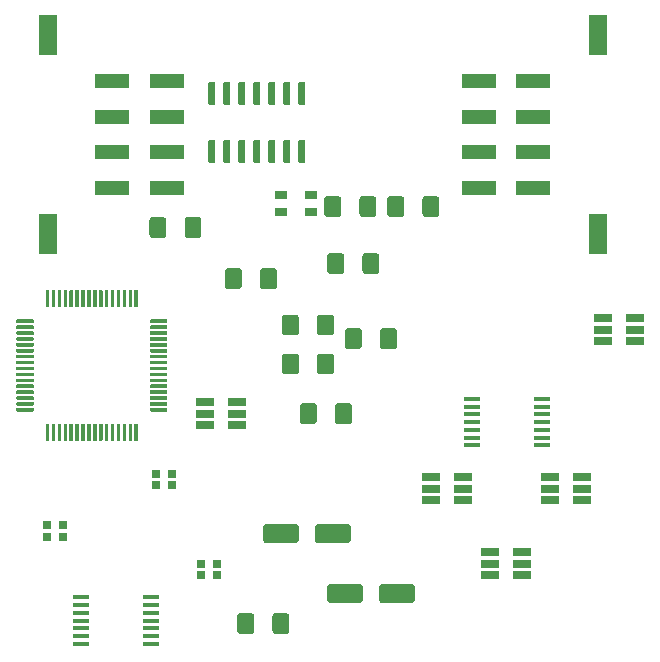
<source format=gbr>
G04 #@! TF.GenerationSoftware,KiCad,Pcbnew,5.1.5-52549c5~84~ubuntu18.04.1*
G04 #@! TF.CreationDate,2020-01-13T13:08:31-08:00*
G04 #@! TF.ProjectId,Extention Boards,45787465-6e74-4696-9f6e-20426f617264,rev?*
G04 #@! TF.SameCoordinates,Original*
G04 #@! TF.FileFunction,Paste,Top*
G04 #@! TF.FilePolarity,Positive*
%FSLAX46Y46*%
G04 Gerber Fmt 4.6, Leading zero omitted, Abs format (unit mm)*
G04 Created by KiCad (PCBNEW 5.1.5-52549c5~84~ubuntu18.04.1) date 2020-01-13 13:08:31*
%MOMM*%
%LPD*%
G04 APERTURE LIST*
%ADD10C,0.100000*%
%ADD11R,1.000000X0.800000*%
%ADD12R,1.650000X3.430000*%
%ADD13R,2.920000X1.270000*%
%ADD14R,0.700000X0.640000*%
%ADD15R,1.450000X0.450000*%
%ADD16R,1.560000X0.650000*%
G04 APERTURE END LIST*
D10*
G36*
X87040504Y-151093204D02*
G01*
X87064773Y-151096804D01*
X87088571Y-151102765D01*
X87111671Y-151111030D01*
X87133849Y-151121520D01*
X87154893Y-151134133D01*
X87174598Y-151148747D01*
X87192777Y-151165223D01*
X87209253Y-151183402D01*
X87223867Y-151203107D01*
X87236480Y-151224151D01*
X87246970Y-151246329D01*
X87255235Y-151269429D01*
X87261196Y-151293227D01*
X87264796Y-151317496D01*
X87266000Y-151342000D01*
X87266000Y-152442000D01*
X87264796Y-152466504D01*
X87261196Y-152490773D01*
X87255235Y-152514571D01*
X87246970Y-152537671D01*
X87236480Y-152559849D01*
X87223867Y-152580893D01*
X87209253Y-152600598D01*
X87192777Y-152618777D01*
X87174598Y-152635253D01*
X87154893Y-152649867D01*
X87133849Y-152662480D01*
X87111671Y-152672970D01*
X87088571Y-152681235D01*
X87064773Y-152687196D01*
X87040504Y-152690796D01*
X87016000Y-152692000D01*
X84516000Y-152692000D01*
X84491496Y-152690796D01*
X84467227Y-152687196D01*
X84443429Y-152681235D01*
X84420329Y-152672970D01*
X84398151Y-152662480D01*
X84377107Y-152649867D01*
X84357402Y-152635253D01*
X84339223Y-152618777D01*
X84322747Y-152600598D01*
X84308133Y-152580893D01*
X84295520Y-152559849D01*
X84285030Y-152537671D01*
X84276765Y-152514571D01*
X84270804Y-152490773D01*
X84267204Y-152466504D01*
X84266000Y-152442000D01*
X84266000Y-151342000D01*
X84267204Y-151317496D01*
X84270804Y-151293227D01*
X84276765Y-151269429D01*
X84285030Y-151246329D01*
X84295520Y-151224151D01*
X84308133Y-151203107D01*
X84322747Y-151183402D01*
X84339223Y-151165223D01*
X84357402Y-151148747D01*
X84377107Y-151134133D01*
X84398151Y-151121520D01*
X84420329Y-151111030D01*
X84443429Y-151102765D01*
X84467227Y-151096804D01*
X84491496Y-151093204D01*
X84516000Y-151092000D01*
X87016000Y-151092000D01*
X87040504Y-151093204D01*
G37*
G36*
X82640504Y-151093204D02*
G01*
X82664773Y-151096804D01*
X82688571Y-151102765D01*
X82711671Y-151111030D01*
X82733849Y-151121520D01*
X82754893Y-151134133D01*
X82774598Y-151148747D01*
X82792777Y-151165223D01*
X82809253Y-151183402D01*
X82823867Y-151203107D01*
X82836480Y-151224151D01*
X82846970Y-151246329D01*
X82855235Y-151269429D01*
X82861196Y-151293227D01*
X82864796Y-151317496D01*
X82866000Y-151342000D01*
X82866000Y-152442000D01*
X82864796Y-152466504D01*
X82861196Y-152490773D01*
X82855235Y-152514571D01*
X82846970Y-152537671D01*
X82836480Y-152559849D01*
X82823867Y-152580893D01*
X82809253Y-152600598D01*
X82792777Y-152618777D01*
X82774598Y-152635253D01*
X82754893Y-152649867D01*
X82733849Y-152662480D01*
X82711671Y-152672970D01*
X82688571Y-152681235D01*
X82664773Y-152687196D01*
X82640504Y-152690796D01*
X82616000Y-152692000D01*
X80116000Y-152692000D01*
X80091496Y-152690796D01*
X80067227Y-152687196D01*
X80043429Y-152681235D01*
X80020329Y-152672970D01*
X79998151Y-152662480D01*
X79977107Y-152649867D01*
X79957402Y-152635253D01*
X79939223Y-152618777D01*
X79922747Y-152600598D01*
X79908133Y-152580893D01*
X79895520Y-152559849D01*
X79885030Y-152537671D01*
X79876765Y-152514571D01*
X79870804Y-152490773D01*
X79867204Y-152466504D01*
X79866000Y-152442000D01*
X79866000Y-151342000D01*
X79867204Y-151317496D01*
X79870804Y-151293227D01*
X79876765Y-151269429D01*
X79885030Y-151246329D01*
X79895520Y-151224151D01*
X79908133Y-151203107D01*
X79922747Y-151183402D01*
X79939223Y-151165223D01*
X79957402Y-151148747D01*
X79977107Y-151134133D01*
X79998151Y-151121520D01*
X80020329Y-151111030D01*
X80043429Y-151102765D01*
X80067227Y-151096804D01*
X80091496Y-151093204D01*
X80116000Y-151092000D01*
X82616000Y-151092000D01*
X82640504Y-151093204D01*
G37*
G36*
X73458004Y-153558204D02*
G01*
X73482273Y-153561804D01*
X73506071Y-153567765D01*
X73529171Y-153576030D01*
X73551349Y-153586520D01*
X73572393Y-153599133D01*
X73592098Y-153613747D01*
X73610277Y-153630223D01*
X73626753Y-153648402D01*
X73641367Y-153668107D01*
X73653980Y-153689151D01*
X73664470Y-153711329D01*
X73672735Y-153734429D01*
X73678696Y-153758227D01*
X73682296Y-153782496D01*
X73683500Y-153807000D01*
X73683500Y-155057000D01*
X73682296Y-155081504D01*
X73678696Y-155105773D01*
X73672735Y-155129571D01*
X73664470Y-155152671D01*
X73653980Y-155174849D01*
X73641367Y-155195893D01*
X73626753Y-155215598D01*
X73610277Y-155233777D01*
X73592098Y-155250253D01*
X73572393Y-155264867D01*
X73551349Y-155277480D01*
X73529171Y-155287970D01*
X73506071Y-155296235D01*
X73482273Y-155302196D01*
X73458004Y-155305796D01*
X73433500Y-155307000D01*
X72508500Y-155307000D01*
X72483996Y-155305796D01*
X72459727Y-155302196D01*
X72435929Y-155296235D01*
X72412829Y-155287970D01*
X72390651Y-155277480D01*
X72369607Y-155264867D01*
X72349902Y-155250253D01*
X72331723Y-155233777D01*
X72315247Y-155215598D01*
X72300633Y-155195893D01*
X72288020Y-155174849D01*
X72277530Y-155152671D01*
X72269265Y-155129571D01*
X72263304Y-155105773D01*
X72259704Y-155081504D01*
X72258500Y-155057000D01*
X72258500Y-153807000D01*
X72259704Y-153782496D01*
X72263304Y-153758227D01*
X72269265Y-153734429D01*
X72277530Y-153711329D01*
X72288020Y-153689151D01*
X72300633Y-153668107D01*
X72315247Y-153648402D01*
X72331723Y-153630223D01*
X72349902Y-153613747D01*
X72369607Y-153599133D01*
X72390651Y-153586520D01*
X72412829Y-153576030D01*
X72435929Y-153567765D01*
X72459727Y-153561804D01*
X72483996Y-153558204D01*
X72508500Y-153557000D01*
X73433500Y-153557000D01*
X73458004Y-153558204D01*
G37*
G36*
X76433004Y-153558204D02*
G01*
X76457273Y-153561804D01*
X76481071Y-153567765D01*
X76504171Y-153576030D01*
X76526349Y-153586520D01*
X76547393Y-153599133D01*
X76567098Y-153613747D01*
X76585277Y-153630223D01*
X76601753Y-153648402D01*
X76616367Y-153668107D01*
X76628980Y-153689151D01*
X76639470Y-153711329D01*
X76647735Y-153734429D01*
X76653696Y-153758227D01*
X76657296Y-153782496D01*
X76658500Y-153807000D01*
X76658500Y-155057000D01*
X76657296Y-155081504D01*
X76653696Y-155105773D01*
X76647735Y-155129571D01*
X76639470Y-155152671D01*
X76628980Y-155174849D01*
X76616367Y-155195893D01*
X76601753Y-155215598D01*
X76585277Y-155233777D01*
X76567098Y-155250253D01*
X76547393Y-155264867D01*
X76526349Y-155277480D01*
X76504171Y-155287970D01*
X76481071Y-155296235D01*
X76457273Y-155302196D01*
X76433004Y-155305796D01*
X76408500Y-155307000D01*
X75483500Y-155307000D01*
X75458996Y-155305796D01*
X75434727Y-155302196D01*
X75410929Y-155296235D01*
X75387829Y-155287970D01*
X75365651Y-155277480D01*
X75344607Y-155264867D01*
X75324902Y-155250253D01*
X75306723Y-155233777D01*
X75290247Y-155215598D01*
X75275633Y-155195893D01*
X75263020Y-155174849D01*
X75252530Y-155152671D01*
X75244265Y-155129571D01*
X75238304Y-155105773D01*
X75234704Y-155081504D01*
X75233500Y-155057000D01*
X75233500Y-153807000D01*
X75234704Y-153782496D01*
X75238304Y-153758227D01*
X75244265Y-153734429D01*
X75252530Y-153711329D01*
X75263020Y-153689151D01*
X75275633Y-153668107D01*
X75290247Y-153648402D01*
X75306723Y-153630223D01*
X75324902Y-153613747D01*
X75344607Y-153599133D01*
X75365651Y-153586520D01*
X75387829Y-153576030D01*
X75410929Y-153567765D01*
X75434727Y-153561804D01*
X75458996Y-153558204D01*
X75483500Y-153557000D01*
X76408500Y-153557000D01*
X76433004Y-153558204D01*
G37*
G36*
X77220504Y-146013204D02*
G01*
X77244773Y-146016804D01*
X77268571Y-146022765D01*
X77291671Y-146031030D01*
X77313849Y-146041520D01*
X77334893Y-146054133D01*
X77354598Y-146068747D01*
X77372777Y-146085223D01*
X77389253Y-146103402D01*
X77403867Y-146123107D01*
X77416480Y-146144151D01*
X77426970Y-146166329D01*
X77435235Y-146189429D01*
X77441196Y-146213227D01*
X77444796Y-146237496D01*
X77446000Y-146262000D01*
X77446000Y-147362000D01*
X77444796Y-147386504D01*
X77441196Y-147410773D01*
X77435235Y-147434571D01*
X77426970Y-147457671D01*
X77416480Y-147479849D01*
X77403867Y-147500893D01*
X77389253Y-147520598D01*
X77372777Y-147538777D01*
X77354598Y-147555253D01*
X77334893Y-147569867D01*
X77313849Y-147582480D01*
X77291671Y-147592970D01*
X77268571Y-147601235D01*
X77244773Y-147607196D01*
X77220504Y-147610796D01*
X77196000Y-147612000D01*
X74696000Y-147612000D01*
X74671496Y-147610796D01*
X74647227Y-147607196D01*
X74623429Y-147601235D01*
X74600329Y-147592970D01*
X74578151Y-147582480D01*
X74557107Y-147569867D01*
X74537402Y-147555253D01*
X74519223Y-147538777D01*
X74502747Y-147520598D01*
X74488133Y-147500893D01*
X74475520Y-147479849D01*
X74465030Y-147457671D01*
X74456765Y-147434571D01*
X74450804Y-147410773D01*
X74447204Y-147386504D01*
X74446000Y-147362000D01*
X74446000Y-146262000D01*
X74447204Y-146237496D01*
X74450804Y-146213227D01*
X74456765Y-146189429D01*
X74465030Y-146166329D01*
X74475520Y-146144151D01*
X74488133Y-146123107D01*
X74502747Y-146103402D01*
X74519223Y-146085223D01*
X74537402Y-146068747D01*
X74557107Y-146054133D01*
X74578151Y-146041520D01*
X74600329Y-146031030D01*
X74623429Y-146022765D01*
X74647227Y-146016804D01*
X74671496Y-146013204D01*
X74696000Y-146012000D01*
X77196000Y-146012000D01*
X77220504Y-146013204D01*
G37*
G36*
X81620504Y-146013204D02*
G01*
X81644773Y-146016804D01*
X81668571Y-146022765D01*
X81691671Y-146031030D01*
X81713849Y-146041520D01*
X81734893Y-146054133D01*
X81754598Y-146068747D01*
X81772777Y-146085223D01*
X81789253Y-146103402D01*
X81803867Y-146123107D01*
X81816480Y-146144151D01*
X81826970Y-146166329D01*
X81835235Y-146189429D01*
X81841196Y-146213227D01*
X81844796Y-146237496D01*
X81846000Y-146262000D01*
X81846000Y-147362000D01*
X81844796Y-147386504D01*
X81841196Y-147410773D01*
X81835235Y-147434571D01*
X81826970Y-147457671D01*
X81816480Y-147479849D01*
X81803867Y-147500893D01*
X81789253Y-147520598D01*
X81772777Y-147538777D01*
X81754598Y-147555253D01*
X81734893Y-147569867D01*
X81713849Y-147582480D01*
X81691671Y-147592970D01*
X81668571Y-147601235D01*
X81644773Y-147607196D01*
X81620504Y-147610796D01*
X81596000Y-147612000D01*
X79096000Y-147612000D01*
X79071496Y-147610796D01*
X79047227Y-147607196D01*
X79023429Y-147601235D01*
X79000329Y-147592970D01*
X78978151Y-147582480D01*
X78957107Y-147569867D01*
X78937402Y-147555253D01*
X78919223Y-147538777D01*
X78902747Y-147520598D01*
X78888133Y-147500893D01*
X78875520Y-147479849D01*
X78865030Y-147457671D01*
X78856765Y-147434571D01*
X78850804Y-147410773D01*
X78847204Y-147386504D01*
X78846000Y-147362000D01*
X78846000Y-146262000D01*
X78847204Y-146237496D01*
X78850804Y-146213227D01*
X78856765Y-146189429D01*
X78865030Y-146166329D01*
X78875520Y-146144151D01*
X78888133Y-146123107D01*
X78902747Y-146103402D01*
X78919223Y-146085223D01*
X78937402Y-146068747D01*
X78957107Y-146054133D01*
X78978151Y-146041520D01*
X79000329Y-146031030D01*
X79023429Y-146022765D01*
X79047227Y-146016804D01*
X79071496Y-146013204D01*
X79096000Y-146012000D01*
X81596000Y-146012000D01*
X81620504Y-146013204D01*
G37*
D11*
X75966000Y-118172000D03*
X78466000Y-118172000D03*
X78466000Y-119572000D03*
X75966000Y-119572000D03*
D12*
X56194000Y-121415000D03*
X56194000Y-104645000D03*
D13*
X61664000Y-117530000D03*
X61664000Y-114530000D03*
X61664000Y-111530000D03*
X61664000Y-108530000D03*
X66294000Y-117530000D03*
X66294000Y-114530000D03*
X66294000Y-111530000D03*
X66294000Y-108530000D03*
X92681000Y-117530000D03*
X92681000Y-114530000D03*
X92681000Y-111530000D03*
X92681000Y-108530000D03*
X97311000Y-117530000D03*
X97311000Y-114530000D03*
X97311000Y-111530000D03*
X97311000Y-108530000D03*
D12*
X102781000Y-121415000D03*
X102781000Y-104645000D03*
D10*
G36*
X81078004Y-123078204D02*
G01*
X81102273Y-123081804D01*
X81126071Y-123087765D01*
X81149171Y-123096030D01*
X81171349Y-123106520D01*
X81192393Y-123119133D01*
X81212098Y-123133747D01*
X81230277Y-123150223D01*
X81246753Y-123168402D01*
X81261367Y-123188107D01*
X81273980Y-123209151D01*
X81284470Y-123231329D01*
X81292735Y-123254429D01*
X81298696Y-123278227D01*
X81302296Y-123302496D01*
X81303500Y-123327000D01*
X81303500Y-124577000D01*
X81302296Y-124601504D01*
X81298696Y-124625773D01*
X81292735Y-124649571D01*
X81284470Y-124672671D01*
X81273980Y-124694849D01*
X81261367Y-124715893D01*
X81246753Y-124735598D01*
X81230277Y-124753777D01*
X81212098Y-124770253D01*
X81192393Y-124784867D01*
X81171349Y-124797480D01*
X81149171Y-124807970D01*
X81126071Y-124816235D01*
X81102273Y-124822196D01*
X81078004Y-124825796D01*
X81053500Y-124827000D01*
X80128500Y-124827000D01*
X80103996Y-124825796D01*
X80079727Y-124822196D01*
X80055929Y-124816235D01*
X80032829Y-124807970D01*
X80010651Y-124797480D01*
X79989607Y-124784867D01*
X79969902Y-124770253D01*
X79951723Y-124753777D01*
X79935247Y-124735598D01*
X79920633Y-124715893D01*
X79908020Y-124694849D01*
X79897530Y-124672671D01*
X79889265Y-124649571D01*
X79883304Y-124625773D01*
X79879704Y-124601504D01*
X79878500Y-124577000D01*
X79878500Y-123327000D01*
X79879704Y-123302496D01*
X79883304Y-123278227D01*
X79889265Y-123254429D01*
X79897530Y-123231329D01*
X79908020Y-123209151D01*
X79920633Y-123188107D01*
X79935247Y-123168402D01*
X79951723Y-123150223D01*
X79969902Y-123133747D01*
X79989607Y-123119133D01*
X80010651Y-123106520D01*
X80032829Y-123096030D01*
X80055929Y-123087765D01*
X80079727Y-123081804D01*
X80103996Y-123078204D01*
X80128500Y-123077000D01*
X81053500Y-123077000D01*
X81078004Y-123078204D01*
G37*
G36*
X84053004Y-123078204D02*
G01*
X84077273Y-123081804D01*
X84101071Y-123087765D01*
X84124171Y-123096030D01*
X84146349Y-123106520D01*
X84167393Y-123119133D01*
X84187098Y-123133747D01*
X84205277Y-123150223D01*
X84221753Y-123168402D01*
X84236367Y-123188107D01*
X84248980Y-123209151D01*
X84259470Y-123231329D01*
X84267735Y-123254429D01*
X84273696Y-123278227D01*
X84277296Y-123302496D01*
X84278500Y-123327000D01*
X84278500Y-124577000D01*
X84277296Y-124601504D01*
X84273696Y-124625773D01*
X84267735Y-124649571D01*
X84259470Y-124672671D01*
X84248980Y-124694849D01*
X84236367Y-124715893D01*
X84221753Y-124735598D01*
X84205277Y-124753777D01*
X84187098Y-124770253D01*
X84167393Y-124784867D01*
X84146349Y-124797480D01*
X84124171Y-124807970D01*
X84101071Y-124816235D01*
X84077273Y-124822196D01*
X84053004Y-124825796D01*
X84028500Y-124827000D01*
X83103500Y-124827000D01*
X83078996Y-124825796D01*
X83054727Y-124822196D01*
X83030929Y-124816235D01*
X83007829Y-124807970D01*
X82985651Y-124797480D01*
X82964607Y-124784867D01*
X82944902Y-124770253D01*
X82926723Y-124753777D01*
X82910247Y-124735598D01*
X82895633Y-124715893D01*
X82883020Y-124694849D01*
X82872530Y-124672671D01*
X82864265Y-124649571D01*
X82858304Y-124625773D01*
X82854704Y-124601504D01*
X82853500Y-124577000D01*
X82853500Y-123327000D01*
X82854704Y-123302496D01*
X82858304Y-123278227D01*
X82864265Y-123254429D01*
X82872530Y-123231329D01*
X82883020Y-123209151D01*
X82895633Y-123188107D01*
X82910247Y-123168402D01*
X82926723Y-123150223D01*
X82944902Y-123133747D01*
X82964607Y-123119133D01*
X82985651Y-123106520D01*
X83007829Y-123096030D01*
X83030929Y-123087765D01*
X83054727Y-123081804D01*
X83078996Y-123078204D01*
X83103500Y-123077000D01*
X84028500Y-123077000D01*
X84053004Y-123078204D01*
G37*
G36*
X89133004Y-118252204D02*
G01*
X89157273Y-118255804D01*
X89181071Y-118261765D01*
X89204171Y-118270030D01*
X89226349Y-118280520D01*
X89247393Y-118293133D01*
X89267098Y-118307747D01*
X89285277Y-118324223D01*
X89301753Y-118342402D01*
X89316367Y-118362107D01*
X89328980Y-118383151D01*
X89339470Y-118405329D01*
X89347735Y-118428429D01*
X89353696Y-118452227D01*
X89357296Y-118476496D01*
X89358500Y-118501000D01*
X89358500Y-119751000D01*
X89357296Y-119775504D01*
X89353696Y-119799773D01*
X89347735Y-119823571D01*
X89339470Y-119846671D01*
X89328980Y-119868849D01*
X89316367Y-119889893D01*
X89301753Y-119909598D01*
X89285277Y-119927777D01*
X89267098Y-119944253D01*
X89247393Y-119958867D01*
X89226349Y-119971480D01*
X89204171Y-119981970D01*
X89181071Y-119990235D01*
X89157273Y-119996196D01*
X89133004Y-119999796D01*
X89108500Y-120001000D01*
X88183500Y-120001000D01*
X88158996Y-119999796D01*
X88134727Y-119996196D01*
X88110929Y-119990235D01*
X88087829Y-119981970D01*
X88065651Y-119971480D01*
X88044607Y-119958867D01*
X88024902Y-119944253D01*
X88006723Y-119927777D01*
X87990247Y-119909598D01*
X87975633Y-119889893D01*
X87963020Y-119868849D01*
X87952530Y-119846671D01*
X87944265Y-119823571D01*
X87938304Y-119799773D01*
X87934704Y-119775504D01*
X87933500Y-119751000D01*
X87933500Y-118501000D01*
X87934704Y-118476496D01*
X87938304Y-118452227D01*
X87944265Y-118428429D01*
X87952530Y-118405329D01*
X87963020Y-118383151D01*
X87975633Y-118362107D01*
X87990247Y-118342402D01*
X88006723Y-118324223D01*
X88024902Y-118307747D01*
X88044607Y-118293133D01*
X88065651Y-118280520D01*
X88087829Y-118270030D01*
X88110929Y-118261765D01*
X88134727Y-118255804D01*
X88158996Y-118252204D01*
X88183500Y-118251000D01*
X89108500Y-118251000D01*
X89133004Y-118252204D01*
G37*
G36*
X86158004Y-118252204D02*
G01*
X86182273Y-118255804D01*
X86206071Y-118261765D01*
X86229171Y-118270030D01*
X86251349Y-118280520D01*
X86272393Y-118293133D01*
X86292098Y-118307747D01*
X86310277Y-118324223D01*
X86326753Y-118342402D01*
X86341367Y-118362107D01*
X86353980Y-118383151D01*
X86364470Y-118405329D01*
X86372735Y-118428429D01*
X86378696Y-118452227D01*
X86382296Y-118476496D01*
X86383500Y-118501000D01*
X86383500Y-119751000D01*
X86382296Y-119775504D01*
X86378696Y-119799773D01*
X86372735Y-119823571D01*
X86364470Y-119846671D01*
X86353980Y-119868849D01*
X86341367Y-119889893D01*
X86326753Y-119909598D01*
X86310277Y-119927777D01*
X86292098Y-119944253D01*
X86272393Y-119958867D01*
X86251349Y-119971480D01*
X86229171Y-119981970D01*
X86206071Y-119990235D01*
X86182273Y-119996196D01*
X86158004Y-119999796D01*
X86133500Y-120001000D01*
X85208500Y-120001000D01*
X85183996Y-119999796D01*
X85159727Y-119996196D01*
X85135929Y-119990235D01*
X85112829Y-119981970D01*
X85090651Y-119971480D01*
X85069607Y-119958867D01*
X85049902Y-119944253D01*
X85031723Y-119927777D01*
X85015247Y-119909598D01*
X85000633Y-119889893D01*
X84988020Y-119868849D01*
X84977530Y-119846671D01*
X84969265Y-119823571D01*
X84963304Y-119799773D01*
X84959704Y-119775504D01*
X84958500Y-119751000D01*
X84958500Y-118501000D01*
X84959704Y-118476496D01*
X84963304Y-118452227D01*
X84969265Y-118428429D01*
X84977530Y-118405329D01*
X84988020Y-118383151D01*
X85000633Y-118362107D01*
X85015247Y-118342402D01*
X85031723Y-118324223D01*
X85049902Y-118307747D01*
X85069607Y-118293133D01*
X85090651Y-118280520D01*
X85112829Y-118270030D01*
X85135929Y-118261765D01*
X85159727Y-118255804D01*
X85183996Y-118252204D01*
X85208500Y-118251000D01*
X86133500Y-118251000D01*
X86158004Y-118252204D01*
G37*
G36*
X82565504Y-129428204D02*
G01*
X82589773Y-129431804D01*
X82613571Y-129437765D01*
X82636671Y-129446030D01*
X82658849Y-129456520D01*
X82679893Y-129469133D01*
X82699598Y-129483747D01*
X82717777Y-129500223D01*
X82734253Y-129518402D01*
X82748867Y-129538107D01*
X82761480Y-129559151D01*
X82771970Y-129581329D01*
X82780235Y-129604429D01*
X82786196Y-129628227D01*
X82789796Y-129652496D01*
X82791000Y-129677000D01*
X82791000Y-130927000D01*
X82789796Y-130951504D01*
X82786196Y-130975773D01*
X82780235Y-130999571D01*
X82771970Y-131022671D01*
X82761480Y-131044849D01*
X82748867Y-131065893D01*
X82734253Y-131085598D01*
X82717777Y-131103777D01*
X82699598Y-131120253D01*
X82679893Y-131134867D01*
X82658849Y-131147480D01*
X82636671Y-131157970D01*
X82613571Y-131166235D01*
X82589773Y-131172196D01*
X82565504Y-131175796D01*
X82541000Y-131177000D01*
X81616000Y-131177000D01*
X81591496Y-131175796D01*
X81567227Y-131172196D01*
X81543429Y-131166235D01*
X81520329Y-131157970D01*
X81498151Y-131147480D01*
X81477107Y-131134867D01*
X81457402Y-131120253D01*
X81439223Y-131103777D01*
X81422747Y-131085598D01*
X81408133Y-131065893D01*
X81395520Y-131044849D01*
X81385030Y-131022671D01*
X81376765Y-130999571D01*
X81370804Y-130975773D01*
X81367204Y-130951504D01*
X81366000Y-130927000D01*
X81366000Y-129677000D01*
X81367204Y-129652496D01*
X81370804Y-129628227D01*
X81376765Y-129604429D01*
X81385030Y-129581329D01*
X81395520Y-129559151D01*
X81408133Y-129538107D01*
X81422747Y-129518402D01*
X81439223Y-129500223D01*
X81457402Y-129483747D01*
X81477107Y-129469133D01*
X81498151Y-129456520D01*
X81520329Y-129446030D01*
X81543429Y-129437765D01*
X81567227Y-129431804D01*
X81591496Y-129428204D01*
X81616000Y-129427000D01*
X82541000Y-129427000D01*
X82565504Y-129428204D01*
G37*
G36*
X85540504Y-129428204D02*
G01*
X85564773Y-129431804D01*
X85588571Y-129437765D01*
X85611671Y-129446030D01*
X85633849Y-129456520D01*
X85654893Y-129469133D01*
X85674598Y-129483747D01*
X85692777Y-129500223D01*
X85709253Y-129518402D01*
X85723867Y-129538107D01*
X85736480Y-129559151D01*
X85746970Y-129581329D01*
X85755235Y-129604429D01*
X85761196Y-129628227D01*
X85764796Y-129652496D01*
X85766000Y-129677000D01*
X85766000Y-130927000D01*
X85764796Y-130951504D01*
X85761196Y-130975773D01*
X85755235Y-130999571D01*
X85746970Y-131022671D01*
X85736480Y-131044849D01*
X85723867Y-131065893D01*
X85709253Y-131085598D01*
X85692777Y-131103777D01*
X85674598Y-131120253D01*
X85654893Y-131134867D01*
X85633849Y-131147480D01*
X85611671Y-131157970D01*
X85588571Y-131166235D01*
X85564773Y-131172196D01*
X85540504Y-131175796D01*
X85516000Y-131177000D01*
X84591000Y-131177000D01*
X84566496Y-131175796D01*
X84542227Y-131172196D01*
X84518429Y-131166235D01*
X84495329Y-131157970D01*
X84473151Y-131147480D01*
X84452107Y-131134867D01*
X84432402Y-131120253D01*
X84414223Y-131103777D01*
X84397747Y-131085598D01*
X84383133Y-131065893D01*
X84370520Y-131044849D01*
X84360030Y-131022671D01*
X84351765Y-130999571D01*
X84345804Y-130975773D01*
X84342204Y-130951504D01*
X84341000Y-130927000D01*
X84341000Y-129677000D01*
X84342204Y-129652496D01*
X84345804Y-129628227D01*
X84351765Y-129604429D01*
X84360030Y-129581329D01*
X84370520Y-129559151D01*
X84383133Y-129538107D01*
X84397747Y-129518402D01*
X84414223Y-129500223D01*
X84432402Y-129483747D01*
X84452107Y-129469133D01*
X84473151Y-129456520D01*
X84495329Y-129446030D01*
X84518429Y-129437765D01*
X84542227Y-129431804D01*
X84566496Y-129428204D01*
X84591000Y-129427000D01*
X85516000Y-129427000D01*
X85540504Y-129428204D01*
G37*
G36*
X80209505Y-131579205D02*
G01*
X80233774Y-131582805D01*
X80257572Y-131588766D01*
X80280672Y-131597031D01*
X80302850Y-131607521D01*
X80323894Y-131620134D01*
X80343599Y-131634748D01*
X80361778Y-131651224D01*
X80378254Y-131669403D01*
X80392868Y-131689108D01*
X80405481Y-131710152D01*
X80415971Y-131732330D01*
X80424236Y-131755430D01*
X80430197Y-131779228D01*
X80433797Y-131803497D01*
X80435001Y-131828001D01*
X80435001Y-133078001D01*
X80433797Y-133102505D01*
X80430197Y-133126774D01*
X80424236Y-133150572D01*
X80415971Y-133173672D01*
X80405481Y-133195850D01*
X80392868Y-133216894D01*
X80378254Y-133236599D01*
X80361778Y-133254778D01*
X80343599Y-133271254D01*
X80323894Y-133285868D01*
X80302850Y-133298481D01*
X80280672Y-133308971D01*
X80257572Y-133317236D01*
X80233774Y-133323197D01*
X80209505Y-133326797D01*
X80185001Y-133328001D01*
X79260001Y-133328001D01*
X79235497Y-133326797D01*
X79211228Y-133323197D01*
X79187430Y-133317236D01*
X79164330Y-133308971D01*
X79142152Y-133298481D01*
X79121108Y-133285868D01*
X79101403Y-133271254D01*
X79083224Y-133254778D01*
X79066748Y-133236599D01*
X79052134Y-133216894D01*
X79039521Y-133195850D01*
X79029031Y-133173672D01*
X79020766Y-133150572D01*
X79014805Y-133126774D01*
X79011205Y-133102505D01*
X79010001Y-133078001D01*
X79010001Y-131828001D01*
X79011205Y-131803497D01*
X79014805Y-131779228D01*
X79020766Y-131755430D01*
X79029031Y-131732330D01*
X79039521Y-131710152D01*
X79052134Y-131689108D01*
X79066748Y-131669403D01*
X79083224Y-131651224D01*
X79101403Y-131634748D01*
X79121108Y-131620134D01*
X79142152Y-131607521D01*
X79164330Y-131597031D01*
X79187430Y-131588766D01*
X79211228Y-131582805D01*
X79235497Y-131579205D01*
X79260001Y-131578001D01*
X80185001Y-131578001D01*
X80209505Y-131579205D01*
G37*
G36*
X77234505Y-131579205D02*
G01*
X77258774Y-131582805D01*
X77282572Y-131588766D01*
X77305672Y-131597031D01*
X77327850Y-131607521D01*
X77348894Y-131620134D01*
X77368599Y-131634748D01*
X77386778Y-131651224D01*
X77403254Y-131669403D01*
X77417868Y-131689108D01*
X77430481Y-131710152D01*
X77440971Y-131732330D01*
X77449236Y-131755430D01*
X77455197Y-131779228D01*
X77458797Y-131803497D01*
X77460001Y-131828001D01*
X77460001Y-133078001D01*
X77458797Y-133102505D01*
X77455197Y-133126774D01*
X77449236Y-133150572D01*
X77440971Y-133173672D01*
X77430481Y-133195850D01*
X77417868Y-133216894D01*
X77403254Y-133236599D01*
X77386778Y-133254778D01*
X77368599Y-133271254D01*
X77348894Y-133285868D01*
X77327850Y-133298481D01*
X77305672Y-133308971D01*
X77282572Y-133317236D01*
X77258774Y-133323197D01*
X77234505Y-133326797D01*
X77210001Y-133328001D01*
X76285001Y-133328001D01*
X76260497Y-133326797D01*
X76236228Y-133323197D01*
X76212430Y-133317236D01*
X76189330Y-133308971D01*
X76167152Y-133298481D01*
X76146108Y-133285868D01*
X76126403Y-133271254D01*
X76108224Y-133254778D01*
X76091748Y-133236599D01*
X76077134Y-133216894D01*
X76064521Y-133195850D01*
X76054031Y-133173672D01*
X76045766Y-133150572D01*
X76039805Y-133126774D01*
X76036205Y-133102505D01*
X76035001Y-133078001D01*
X76035001Y-131828001D01*
X76036205Y-131803497D01*
X76039805Y-131779228D01*
X76045766Y-131755430D01*
X76054031Y-131732330D01*
X76064521Y-131710152D01*
X76077134Y-131689108D01*
X76091748Y-131669403D01*
X76108224Y-131651224D01*
X76126403Y-131634748D01*
X76146108Y-131620134D01*
X76167152Y-131607521D01*
X76189330Y-131597031D01*
X76212430Y-131588766D01*
X76236228Y-131582805D01*
X76260497Y-131579205D01*
X76285001Y-131578001D01*
X77210001Y-131578001D01*
X77234505Y-131579205D01*
G37*
G36*
X78755504Y-135778204D02*
G01*
X78779773Y-135781804D01*
X78803571Y-135787765D01*
X78826671Y-135796030D01*
X78848849Y-135806520D01*
X78869893Y-135819133D01*
X78889598Y-135833747D01*
X78907777Y-135850223D01*
X78924253Y-135868402D01*
X78938867Y-135888107D01*
X78951480Y-135909151D01*
X78961970Y-135931329D01*
X78970235Y-135954429D01*
X78976196Y-135978227D01*
X78979796Y-136002496D01*
X78981000Y-136027000D01*
X78981000Y-137277000D01*
X78979796Y-137301504D01*
X78976196Y-137325773D01*
X78970235Y-137349571D01*
X78961970Y-137372671D01*
X78951480Y-137394849D01*
X78938867Y-137415893D01*
X78924253Y-137435598D01*
X78907777Y-137453777D01*
X78889598Y-137470253D01*
X78869893Y-137484867D01*
X78848849Y-137497480D01*
X78826671Y-137507970D01*
X78803571Y-137516235D01*
X78779773Y-137522196D01*
X78755504Y-137525796D01*
X78731000Y-137527000D01*
X77806000Y-137527000D01*
X77781496Y-137525796D01*
X77757227Y-137522196D01*
X77733429Y-137516235D01*
X77710329Y-137507970D01*
X77688151Y-137497480D01*
X77667107Y-137484867D01*
X77647402Y-137470253D01*
X77629223Y-137453777D01*
X77612747Y-137435598D01*
X77598133Y-137415893D01*
X77585520Y-137394849D01*
X77575030Y-137372671D01*
X77566765Y-137349571D01*
X77560804Y-137325773D01*
X77557204Y-137301504D01*
X77556000Y-137277000D01*
X77556000Y-136027000D01*
X77557204Y-136002496D01*
X77560804Y-135978227D01*
X77566765Y-135954429D01*
X77575030Y-135931329D01*
X77585520Y-135909151D01*
X77598133Y-135888107D01*
X77612747Y-135868402D01*
X77629223Y-135850223D01*
X77647402Y-135833747D01*
X77667107Y-135819133D01*
X77688151Y-135806520D01*
X77710329Y-135796030D01*
X77733429Y-135787765D01*
X77757227Y-135781804D01*
X77781496Y-135778204D01*
X77806000Y-135777000D01*
X78731000Y-135777000D01*
X78755504Y-135778204D01*
G37*
G36*
X81730504Y-135778204D02*
G01*
X81754773Y-135781804D01*
X81778571Y-135787765D01*
X81801671Y-135796030D01*
X81823849Y-135806520D01*
X81844893Y-135819133D01*
X81864598Y-135833747D01*
X81882777Y-135850223D01*
X81899253Y-135868402D01*
X81913867Y-135888107D01*
X81926480Y-135909151D01*
X81936970Y-135931329D01*
X81945235Y-135954429D01*
X81951196Y-135978227D01*
X81954796Y-136002496D01*
X81956000Y-136027000D01*
X81956000Y-137277000D01*
X81954796Y-137301504D01*
X81951196Y-137325773D01*
X81945235Y-137349571D01*
X81936970Y-137372671D01*
X81926480Y-137394849D01*
X81913867Y-137415893D01*
X81899253Y-137435598D01*
X81882777Y-137453777D01*
X81864598Y-137470253D01*
X81844893Y-137484867D01*
X81823849Y-137497480D01*
X81801671Y-137507970D01*
X81778571Y-137516235D01*
X81754773Y-137522196D01*
X81730504Y-137525796D01*
X81706000Y-137527000D01*
X80781000Y-137527000D01*
X80756496Y-137525796D01*
X80732227Y-137522196D01*
X80708429Y-137516235D01*
X80685329Y-137507970D01*
X80663151Y-137497480D01*
X80642107Y-137484867D01*
X80622402Y-137470253D01*
X80604223Y-137453777D01*
X80587747Y-137435598D01*
X80573133Y-137415893D01*
X80560520Y-137394849D01*
X80550030Y-137372671D01*
X80541765Y-137349571D01*
X80535804Y-137325773D01*
X80532204Y-137301504D01*
X80531000Y-137277000D01*
X80531000Y-136027000D01*
X80532204Y-136002496D01*
X80535804Y-135978227D01*
X80541765Y-135954429D01*
X80550030Y-135931329D01*
X80560520Y-135909151D01*
X80573133Y-135888107D01*
X80587747Y-135868402D01*
X80604223Y-135850223D01*
X80622402Y-135833747D01*
X80642107Y-135819133D01*
X80663151Y-135806520D01*
X80685329Y-135796030D01*
X80708429Y-135787765D01*
X80732227Y-135781804D01*
X80756496Y-135778204D01*
X80781000Y-135777000D01*
X81706000Y-135777000D01*
X81730504Y-135778204D01*
G37*
G36*
X72405504Y-124348204D02*
G01*
X72429773Y-124351804D01*
X72453571Y-124357765D01*
X72476671Y-124366030D01*
X72498849Y-124376520D01*
X72519893Y-124389133D01*
X72539598Y-124403747D01*
X72557777Y-124420223D01*
X72574253Y-124438402D01*
X72588867Y-124458107D01*
X72601480Y-124479151D01*
X72611970Y-124501329D01*
X72620235Y-124524429D01*
X72626196Y-124548227D01*
X72629796Y-124572496D01*
X72631000Y-124597000D01*
X72631000Y-125847000D01*
X72629796Y-125871504D01*
X72626196Y-125895773D01*
X72620235Y-125919571D01*
X72611970Y-125942671D01*
X72601480Y-125964849D01*
X72588867Y-125985893D01*
X72574253Y-126005598D01*
X72557777Y-126023777D01*
X72539598Y-126040253D01*
X72519893Y-126054867D01*
X72498849Y-126067480D01*
X72476671Y-126077970D01*
X72453571Y-126086235D01*
X72429773Y-126092196D01*
X72405504Y-126095796D01*
X72381000Y-126097000D01*
X71456000Y-126097000D01*
X71431496Y-126095796D01*
X71407227Y-126092196D01*
X71383429Y-126086235D01*
X71360329Y-126077970D01*
X71338151Y-126067480D01*
X71317107Y-126054867D01*
X71297402Y-126040253D01*
X71279223Y-126023777D01*
X71262747Y-126005598D01*
X71248133Y-125985893D01*
X71235520Y-125964849D01*
X71225030Y-125942671D01*
X71216765Y-125919571D01*
X71210804Y-125895773D01*
X71207204Y-125871504D01*
X71206000Y-125847000D01*
X71206000Y-124597000D01*
X71207204Y-124572496D01*
X71210804Y-124548227D01*
X71216765Y-124524429D01*
X71225030Y-124501329D01*
X71235520Y-124479151D01*
X71248133Y-124458107D01*
X71262747Y-124438402D01*
X71279223Y-124420223D01*
X71297402Y-124403747D01*
X71317107Y-124389133D01*
X71338151Y-124376520D01*
X71360329Y-124366030D01*
X71383429Y-124357765D01*
X71407227Y-124351804D01*
X71431496Y-124348204D01*
X71456000Y-124347000D01*
X72381000Y-124347000D01*
X72405504Y-124348204D01*
G37*
G36*
X75380504Y-124348204D02*
G01*
X75404773Y-124351804D01*
X75428571Y-124357765D01*
X75451671Y-124366030D01*
X75473849Y-124376520D01*
X75494893Y-124389133D01*
X75514598Y-124403747D01*
X75532777Y-124420223D01*
X75549253Y-124438402D01*
X75563867Y-124458107D01*
X75576480Y-124479151D01*
X75586970Y-124501329D01*
X75595235Y-124524429D01*
X75601196Y-124548227D01*
X75604796Y-124572496D01*
X75606000Y-124597000D01*
X75606000Y-125847000D01*
X75604796Y-125871504D01*
X75601196Y-125895773D01*
X75595235Y-125919571D01*
X75586970Y-125942671D01*
X75576480Y-125964849D01*
X75563867Y-125985893D01*
X75549253Y-126005598D01*
X75532777Y-126023777D01*
X75514598Y-126040253D01*
X75494893Y-126054867D01*
X75473849Y-126067480D01*
X75451671Y-126077970D01*
X75428571Y-126086235D01*
X75404773Y-126092196D01*
X75380504Y-126095796D01*
X75356000Y-126097000D01*
X74431000Y-126097000D01*
X74406496Y-126095796D01*
X74382227Y-126092196D01*
X74358429Y-126086235D01*
X74335329Y-126077970D01*
X74313151Y-126067480D01*
X74292107Y-126054867D01*
X74272402Y-126040253D01*
X74254223Y-126023777D01*
X74237747Y-126005598D01*
X74223133Y-125985893D01*
X74210520Y-125964849D01*
X74200030Y-125942671D01*
X74191765Y-125919571D01*
X74185804Y-125895773D01*
X74182204Y-125871504D01*
X74181000Y-125847000D01*
X74181000Y-124597000D01*
X74182204Y-124572496D01*
X74185804Y-124548227D01*
X74191765Y-124524429D01*
X74200030Y-124501329D01*
X74210520Y-124479151D01*
X74223133Y-124458107D01*
X74237747Y-124438402D01*
X74254223Y-124420223D01*
X74272402Y-124403747D01*
X74292107Y-124389133D01*
X74313151Y-124376520D01*
X74335329Y-124366030D01*
X74358429Y-124357765D01*
X74382227Y-124351804D01*
X74406496Y-124348204D01*
X74431000Y-124347000D01*
X75356000Y-124347000D01*
X75380504Y-124348204D01*
G37*
G36*
X83799004Y-118252204D02*
G01*
X83823273Y-118255804D01*
X83847071Y-118261765D01*
X83870171Y-118270030D01*
X83892349Y-118280520D01*
X83913393Y-118293133D01*
X83933098Y-118307747D01*
X83951277Y-118324223D01*
X83967753Y-118342402D01*
X83982367Y-118362107D01*
X83994980Y-118383151D01*
X84005470Y-118405329D01*
X84013735Y-118428429D01*
X84019696Y-118452227D01*
X84023296Y-118476496D01*
X84024500Y-118501000D01*
X84024500Y-119751000D01*
X84023296Y-119775504D01*
X84019696Y-119799773D01*
X84013735Y-119823571D01*
X84005470Y-119846671D01*
X83994980Y-119868849D01*
X83982367Y-119889893D01*
X83967753Y-119909598D01*
X83951277Y-119927777D01*
X83933098Y-119944253D01*
X83913393Y-119958867D01*
X83892349Y-119971480D01*
X83870171Y-119981970D01*
X83847071Y-119990235D01*
X83823273Y-119996196D01*
X83799004Y-119999796D01*
X83774500Y-120001000D01*
X82849500Y-120001000D01*
X82824996Y-119999796D01*
X82800727Y-119996196D01*
X82776929Y-119990235D01*
X82753829Y-119981970D01*
X82731651Y-119971480D01*
X82710607Y-119958867D01*
X82690902Y-119944253D01*
X82672723Y-119927777D01*
X82656247Y-119909598D01*
X82641633Y-119889893D01*
X82629020Y-119868849D01*
X82618530Y-119846671D01*
X82610265Y-119823571D01*
X82604304Y-119799773D01*
X82600704Y-119775504D01*
X82599500Y-119751000D01*
X82599500Y-118501000D01*
X82600704Y-118476496D01*
X82604304Y-118452227D01*
X82610265Y-118428429D01*
X82618530Y-118405329D01*
X82629020Y-118383151D01*
X82641633Y-118362107D01*
X82656247Y-118342402D01*
X82672723Y-118324223D01*
X82690902Y-118307747D01*
X82710607Y-118293133D01*
X82731651Y-118280520D01*
X82753829Y-118270030D01*
X82776929Y-118261765D01*
X82800727Y-118255804D01*
X82824996Y-118252204D01*
X82849500Y-118251000D01*
X83774500Y-118251000D01*
X83799004Y-118252204D01*
G37*
G36*
X80824004Y-118252204D02*
G01*
X80848273Y-118255804D01*
X80872071Y-118261765D01*
X80895171Y-118270030D01*
X80917349Y-118280520D01*
X80938393Y-118293133D01*
X80958098Y-118307747D01*
X80976277Y-118324223D01*
X80992753Y-118342402D01*
X81007367Y-118362107D01*
X81019980Y-118383151D01*
X81030470Y-118405329D01*
X81038735Y-118428429D01*
X81044696Y-118452227D01*
X81048296Y-118476496D01*
X81049500Y-118501000D01*
X81049500Y-119751000D01*
X81048296Y-119775504D01*
X81044696Y-119799773D01*
X81038735Y-119823571D01*
X81030470Y-119846671D01*
X81019980Y-119868849D01*
X81007367Y-119889893D01*
X80992753Y-119909598D01*
X80976277Y-119927777D01*
X80958098Y-119944253D01*
X80938393Y-119958867D01*
X80917349Y-119971480D01*
X80895171Y-119981970D01*
X80872071Y-119990235D01*
X80848273Y-119996196D01*
X80824004Y-119999796D01*
X80799500Y-120001000D01*
X79874500Y-120001000D01*
X79849996Y-119999796D01*
X79825727Y-119996196D01*
X79801929Y-119990235D01*
X79778829Y-119981970D01*
X79756651Y-119971480D01*
X79735607Y-119958867D01*
X79715902Y-119944253D01*
X79697723Y-119927777D01*
X79681247Y-119909598D01*
X79666633Y-119889893D01*
X79654020Y-119868849D01*
X79643530Y-119846671D01*
X79635265Y-119823571D01*
X79629304Y-119799773D01*
X79625704Y-119775504D01*
X79624500Y-119751000D01*
X79624500Y-118501000D01*
X79625704Y-118476496D01*
X79629304Y-118452227D01*
X79635265Y-118428429D01*
X79643530Y-118405329D01*
X79654020Y-118383151D01*
X79666633Y-118362107D01*
X79681247Y-118342402D01*
X79697723Y-118324223D01*
X79715902Y-118307747D01*
X79735607Y-118293133D01*
X79756651Y-118280520D01*
X79778829Y-118270030D01*
X79801929Y-118261765D01*
X79825727Y-118255804D01*
X79849996Y-118252204D01*
X79874500Y-118251000D01*
X80799500Y-118251000D01*
X80824004Y-118252204D01*
G37*
G36*
X80209505Y-128289205D02*
G01*
X80233774Y-128292805D01*
X80257572Y-128298766D01*
X80280672Y-128307031D01*
X80302850Y-128317521D01*
X80323894Y-128330134D01*
X80343599Y-128344748D01*
X80361778Y-128361224D01*
X80378254Y-128379403D01*
X80392868Y-128399108D01*
X80405481Y-128420152D01*
X80415971Y-128442330D01*
X80424236Y-128465430D01*
X80430197Y-128489228D01*
X80433797Y-128513497D01*
X80435001Y-128538001D01*
X80435001Y-129788001D01*
X80433797Y-129812505D01*
X80430197Y-129836774D01*
X80424236Y-129860572D01*
X80415971Y-129883672D01*
X80405481Y-129905850D01*
X80392868Y-129926894D01*
X80378254Y-129946599D01*
X80361778Y-129964778D01*
X80343599Y-129981254D01*
X80323894Y-129995868D01*
X80302850Y-130008481D01*
X80280672Y-130018971D01*
X80257572Y-130027236D01*
X80233774Y-130033197D01*
X80209505Y-130036797D01*
X80185001Y-130038001D01*
X79260001Y-130038001D01*
X79235497Y-130036797D01*
X79211228Y-130033197D01*
X79187430Y-130027236D01*
X79164330Y-130018971D01*
X79142152Y-130008481D01*
X79121108Y-129995868D01*
X79101403Y-129981254D01*
X79083224Y-129964778D01*
X79066748Y-129946599D01*
X79052134Y-129926894D01*
X79039521Y-129905850D01*
X79029031Y-129883672D01*
X79020766Y-129860572D01*
X79014805Y-129836774D01*
X79011205Y-129812505D01*
X79010001Y-129788001D01*
X79010001Y-128538001D01*
X79011205Y-128513497D01*
X79014805Y-128489228D01*
X79020766Y-128465430D01*
X79029031Y-128442330D01*
X79039521Y-128420152D01*
X79052134Y-128399108D01*
X79066748Y-128379403D01*
X79083224Y-128361224D01*
X79101403Y-128344748D01*
X79121108Y-128330134D01*
X79142152Y-128317521D01*
X79164330Y-128307031D01*
X79187430Y-128298766D01*
X79211228Y-128292805D01*
X79235497Y-128289205D01*
X79260001Y-128288001D01*
X80185001Y-128288001D01*
X80209505Y-128289205D01*
G37*
G36*
X77234505Y-128289205D02*
G01*
X77258774Y-128292805D01*
X77282572Y-128298766D01*
X77305672Y-128307031D01*
X77327850Y-128317521D01*
X77348894Y-128330134D01*
X77368599Y-128344748D01*
X77386778Y-128361224D01*
X77403254Y-128379403D01*
X77417868Y-128399108D01*
X77430481Y-128420152D01*
X77440971Y-128442330D01*
X77449236Y-128465430D01*
X77455197Y-128489228D01*
X77458797Y-128513497D01*
X77460001Y-128538001D01*
X77460001Y-129788001D01*
X77458797Y-129812505D01*
X77455197Y-129836774D01*
X77449236Y-129860572D01*
X77440971Y-129883672D01*
X77430481Y-129905850D01*
X77417868Y-129926894D01*
X77403254Y-129946599D01*
X77386778Y-129964778D01*
X77368599Y-129981254D01*
X77348894Y-129995868D01*
X77327850Y-130008481D01*
X77305672Y-130018971D01*
X77282572Y-130027236D01*
X77258774Y-130033197D01*
X77234505Y-130036797D01*
X77210001Y-130038001D01*
X76285001Y-130038001D01*
X76260497Y-130036797D01*
X76236228Y-130033197D01*
X76212430Y-130027236D01*
X76189330Y-130018971D01*
X76167152Y-130008481D01*
X76146108Y-129995868D01*
X76126403Y-129981254D01*
X76108224Y-129964778D01*
X76091748Y-129946599D01*
X76077134Y-129926894D01*
X76064521Y-129905850D01*
X76054031Y-129883672D01*
X76045766Y-129860572D01*
X76039805Y-129836774D01*
X76036205Y-129812505D01*
X76035001Y-129788001D01*
X76035001Y-128538001D01*
X76036205Y-128513497D01*
X76039805Y-128489228D01*
X76045766Y-128465430D01*
X76054031Y-128442330D01*
X76064521Y-128420152D01*
X76077134Y-128399108D01*
X76091748Y-128379403D01*
X76108224Y-128361224D01*
X76126403Y-128344748D01*
X76146108Y-128330134D01*
X76167152Y-128317521D01*
X76189330Y-128307031D01*
X76212430Y-128298766D01*
X76236228Y-128292805D01*
X76260497Y-128289205D01*
X76285001Y-128288001D01*
X77210001Y-128288001D01*
X77234505Y-128289205D01*
G37*
G36*
X66019004Y-120030204D02*
G01*
X66043273Y-120033804D01*
X66067071Y-120039765D01*
X66090171Y-120048030D01*
X66112349Y-120058520D01*
X66133393Y-120071133D01*
X66153098Y-120085747D01*
X66171277Y-120102223D01*
X66187753Y-120120402D01*
X66202367Y-120140107D01*
X66214980Y-120161151D01*
X66225470Y-120183329D01*
X66233735Y-120206429D01*
X66239696Y-120230227D01*
X66243296Y-120254496D01*
X66244500Y-120279000D01*
X66244500Y-121529000D01*
X66243296Y-121553504D01*
X66239696Y-121577773D01*
X66233735Y-121601571D01*
X66225470Y-121624671D01*
X66214980Y-121646849D01*
X66202367Y-121667893D01*
X66187753Y-121687598D01*
X66171277Y-121705777D01*
X66153098Y-121722253D01*
X66133393Y-121736867D01*
X66112349Y-121749480D01*
X66090171Y-121759970D01*
X66067071Y-121768235D01*
X66043273Y-121774196D01*
X66019004Y-121777796D01*
X65994500Y-121779000D01*
X65069500Y-121779000D01*
X65044996Y-121777796D01*
X65020727Y-121774196D01*
X64996929Y-121768235D01*
X64973829Y-121759970D01*
X64951651Y-121749480D01*
X64930607Y-121736867D01*
X64910902Y-121722253D01*
X64892723Y-121705777D01*
X64876247Y-121687598D01*
X64861633Y-121667893D01*
X64849020Y-121646849D01*
X64838530Y-121624671D01*
X64830265Y-121601571D01*
X64824304Y-121577773D01*
X64820704Y-121553504D01*
X64819500Y-121529000D01*
X64819500Y-120279000D01*
X64820704Y-120254496D01*
X64824304Y-120230227D01*
X64830265Y-120206429D01*
X64838530Y-120183329D01*
X64849020Y-120161151D01*
X64861633Y-120140107D01*
X64876247Y-120120402D01*
X64892723Y-120102223D01*
X64910902Y-120085747D01*
X64930607Y-120071133D01*
X64951651Y-120058520D01*
X64973829Y-120048030D01*
X64996929Y-120039765D01*
X65020727Y-120033804D01*
X65044996Y-120030204D01*
X65069500Y-120029000D01*
X65994500Y-120029000D01*
X66019004Y-120030204D01*
G37*
G36*
X68994004Y-120030204D02*
G01*
X69018273Y-120033804D01*
X69042071Y-120039765D01*
X69065171Y-120048030D01*
X69087349Y-120058520D01*
X69108393Y-120071133D01*
X69128098Y-120085747D01*
X69146277Y-120102223D01*
X69162753Y-120120402D01*
X69177367Y-120140107D01*
X69189980Y-120161151D01*
X69200470Y-120183329D01*
X69208735Y-120206429D01*
X69214696Y-120230227D01*
X69218296Y-120254496D01*
X69219500Y-120279000D01*
X69219500Y-121529000D01*
X69218296Y-121553504D01*
X69214696Y-121577773D01*
X69208735Y-121601571D01*
X69200470Y-121624671D01*
X69189980Y-121646849D01*
X69177367Y-121667893D01*
X69162753Y-121687598D01*
X69146277Y-121705777D01*
X69128098Y-121722253D01*
X69108393Y-121736867D01*
X69087349Y-121749480D01*
X69065171Y-121759970D01*
X69042071Y-121768235D01*
X69018273Y-121774196D01*
X68994004Y-121777796D01*
X68969500Y-121779000D01*
X68044500Y-121779000D01*
X68019996Y-121777796D01*
X67995727Y-121774196D01*
X67971929Y-121768235D01*
X67948829Y-121759970D01*
X67926651Y-121749480D01*
X67905607Y-121736867D01*
X67885902Y-121722253D01*
X67867723Y-121705777D01*
X67851247Y-121687598D01*
X67836633Y-121667893D01*
X67824020Y-121646849D01*
X67813530Y-121624671D01*
X67805265Y-121601571D01*
X67799304Y-121577773D01*
X67795704Y-121553504D01*
X67794500Y-121529000D01*
X67794500Y-120279000D01*
X67795704Y-120254496D01*
X67799304Y-120230227D01*
X67805265Y-120206429D01*
X67813530Y-120183329D01*
X67824020Y-120161151D01*
X67836633Y-120140107D01*
X67851247Y-120120402D01*
X67867723Y-120102223D01*
X67885902Y-120085747D01*
X67905607Y-120071133D01*
X67926651Y-120058520D01*
X67948829Y-120048030D01*
X67971929Y-120039765D01*
X67995727Y-120033804D01*
X68019996Y-120030204D01*
X68044500Y-120029000D01*
X68969500Y-120029000D01*
X68994004Y-120030204D01*
G37*
D14*
X56134000Y-146126000D03*
X56134000Y-147066000D03*
X57534000Y-147066000D03*
X57534000Y-146126000D03*
X66740000Y-141770000D03*
X66740000Y-142710000D03*
X65340000Y-142710000D03*
X65340000Y-141770000D03*
X70550000Y-149390000D03*
X70550000Y-150330000D03*
X69150000Y-150330000D03*
X69150000Y-149390000D03*
D15*
X59026000Y-152228000D03*
X59026000Y-152878000D03*
X59026000Y-153528000D03*
X59026000Y-154178000D03*
X59026000Y-154828000D03*
X59026000Y-155478000D03*
X59026000Y-156128000D03*
X64926000Y-156128000D03*
X64926000Y-155478000D03*
X64926000Y-154828000D03*
X64926000Y-154178000D03*
X64926000Y-153528000D03*
X64926000Y-152878000D03*
X64926000Y-152228000D03*
D16*
X88646000Y-142052000D03*
X88646000Y-143002000D03*
X88646000Y-143952000D03*
X91346000Y-143952000D03*
X91346000Y-142052000D03*
X91346000Y-143002000D03*
X96346000Y-149352000D03*
X96346000Y-148402000D03*
X96346000Y-150302000D03*
X93646000Y-150302000D03*
X93646000Y-149352000D03*
X93646000Y-148402000D03*
X98726000Y-142052000D03*
X98726000Y-143002000D03*
X98726000Y-143952000D03*
X101426000Y-143952000D03*
X101426000Y-142052000D03*
X101426000Y-143002000D03*
X105918000Y-129540000D03*
X105918000Y-128590000D03*
X105918000Y-130490000D03*
X103218000Y-130490000D03*
X103218000Y-129540000D03*
X103218000Y-128590000D03*
X69516000Y-135702000D03*
X69516000Y-136652000D03*
X69516000Y-137602000D03*
X72216000Y-137602000D03*
X72216000Y-135702000D03*
X72216000Y-136652000D03*
D15*
X98044000Y-135434000D03*
X98044000Y-136084000D03*
X98044000Y-136734000D03*
X98044000Y-137384000D03*
X98044000Y-138034000D03*
X98044000Y-138684000D03*
X98044000Y-139334000D03*
X92144000Y-139334000D03*
X92144000Y-138684000D03*
X92144000Y-138034000D03*
X92144000Y-137384000D03*
X92144000Y-136734000D03*
X92144000Y-136084000D03*
X92144000Y-135434000D03*
D10*
G36*
X70268703Y-113514722D02*
G01*
X70283264Y-113516882D01*
X70297543Y-113520459D01*
X70311403Y-113525418D01*
X70324710Y-113531712D01*
X70337336Y-113539280D01*
X70349159Y-113548048D01*
X70360066Y-113557934D01*
X70369952Y-113568841D01*
X70378720Y-113580664D01*
X70386288Y-113593290D01*
X70392582Y-113606597D01*
X70397541Y-113620457D01*
X70401118Y-113634736D01*
X70403278Y-113649297D01*
X70404000Y-113664000D01*
X70404000Y-115314000D01*
X70403278Y-115328703D01*
X70401118Y-115343264D01*
X70397541Y-115357543D01*
X70392582Y-115371403D01*
X70386288Y-115384710D01*
X70378720Y-115397336D01*
X70369952Y-115409159D01*
X70360066Y-115420066D01*
X70349159Y-115429952D01*
X70337336Y-115438720D01*
X70324710Y-115446288D01*
X70311403Y-115452582D01*
X70297543Y-115457541D01*
X70283264Y-115461118D01*
X70268703Y-115463278D01*
X70254000Y-115464000D01*
X69954000Y-115464000D01*
X69939297Y-115463278D01*
X69924736Y-115461118D01*
X69910457Y-115457541D01*
X69896597Y-115452582D01*
X69883290Y-115446288D01*
X69870664Y-115438720D01*
X69858841Y-115429952D01*
X69847934Y-115420066D01*
X69838048Y-115409159D01*
X69829280Y-115397336D01*
X69821712Y-115384710D01*
X69815418Y-115371403D01*
X69810459Y-115357543D01*
X69806882Y-115343264D01*
X69804722Y-115328703D01*
X69804000Y-115314000D01*
X69804000Y-113664000D01*
X69804722Y-113649297D01*
X69806882Y-113634736D01*
X69810459Y-113620457D01*
X69815418Y-113606597D01*
X69821712Y-113593290D01*
X69829280Y-113580664D01*
X69838048Y-113568841D01*
X69847934Y-113557934D01*
X69858841Y-113548048D01*
X69870664Y-113539280D01*
X69883290Y-113531712D01*
X69896597Y-113525418D01*
X69910457Y-113520459D01*
X69924736Y-113516882D01*
X69939297Y-113514722D01*
X69954000Y-113514000D01*
X70254000Y-113514000D01*
X70268703Y-113514722D01*
G37*
G36*
X71538703Y-113514722D02*
G01*
X71553264Y-113516882D01*
X71567543Y-113520459D01*
X71581403Y-113525418D01*
X71594710Y-113531712D01*
X71607336Y-113539280D01*
X71619159Y-113548048D01*
X71630066Y-113557934D01*
X71639952Y-113568841D01*
X71648720Y-113580664D01*
X71656288Y-113593290D01*
X71662582Y-113606597D01*
X71667541Y-113620457D01*
X71671118Y-113634736D01*
X71673278Y-113649297D01*
X71674000Y-113664000D01*
X71674000Y-115314000D01*
X71673278Y-115328703D01*
X71671118Y-115343264D01*
X71667541Y-115357543D01*
X71662582Y-115371403D01*
X71656288Y-115384710D01*
X71648720Y-115397336D01*
X71639952Y-115409159D01*
X71630066Y-115420066D01*
X71619159Y-115429952D01*
X71607336Y-115438720D01*
X71594710Y-115446288D01*
X71581403Y-115452582D01*
X71567543Y-115457541D01*
X71553264Y-115461118D01*
X71538703Y-115463278D01*
X71524000Y-115464000D01*
X71224000Y-115464000D01*
X71209297Y-115463278D01*
X71194736Y-115461118D01*
X71180457Y-115457541D01*
X71166597Y-115452582D01*
X71153290Y-115446288D01*
X71140664Y-115438720D01*
X71128841Y-115429952D01*
X71117934Y-115420066D01*
X71108048Y-115409159D01*
X71099280Y-115397336D01*
X71091712Y-115384710D01*
X71085418Y-115371403D01*
X71080459Y-115357543D01*
X71076882Y-115343264D01*
X71074722Y-115328703D01*
X71074000Y-115314000D01*
X71074000Y-113664000D01*
X71074722Y-113649297D01*
X71076882Y-113634736D01*
X71080459Y-113620457D01*
X71085418Y-113606597D01*
X71091712Y-113593290D01*
X71099280Y-113580664D01*
X71108048Y-113568841D01*
X71117934Y-113557934D01*
X71128841Y-113548048D01*
X71140664Y-113539280D01*
X71153290Y-113531712D01*
X71166597Y-113525418D01*
X71180457Y-113520459D01*
X71194736Y-113516882D01*
X71209297Y-113514722D01*
X71224000Y-113514000D01*
X71524000Y-113514000D01*
X71538703Y-113514722D01*
G37*
G36*
X72808703Y-113514722D02*
G01*
X72823264Y-113516882D01*
X72837543Y-113520459D01*
X72851403Y-113525418D01*
X72864710Y-113531712D01*
X72877336Y-113539280D01*
X72889159Y-113548048D01*
X72900066Y-113557934D01*
X72909952Y-113568841D01*
X72918720Y-113580664D01*
X72926288Y-113593290D01*
X72932582Y-113606597D01*
X72937541Y-113620457D01*
X72941118Y-113634736D01*
X72943278Y-113649297D01*
X72944000Y-113664000D01*
X72944000Y-115314000D01*
X72943278Y-115328703D01*
X72941118Y-115343264D01*
X72937541Y-115357543D01*
X72932582Y-115371403D01*
X72926288Y-115384710D01*
X72918720Y-115397336D01*
X72909952Y-115409159D01*
X72900066Y-115420066D01*
X72889159Y-115429952D01*
X72877336Y-115438720D01*
X72864710Y-115446288D01*
X72851403Y-115452582D01*
X72837543Y-115457541D01*
X72823264Y-115461118D01*
X72808703Y-115463278D01*
X72794000Y-115464000D01*
X72494000Y-115464000D01*
X72479297Y-115463278D01*
X72464736Y-115461118D01*
X72450457Y-115457541D01*
X72436597Y-115452582D01*
X72423290Y-115446288D01*
X72410664Y-115438720D01*
X72398841Y-115429952D01*
X72387934Y-115420066D01*
X72378048Y-115409159D01*
X72369280Y-115397336D01*
X72361712Y-115384710D01*
X72355418Y-115371403D01*
X72350459Y-115357543D01*
X72346882Y-115343264D01*
X72344722Y-115328703D01*
X72344000Y-115314000D01*
X72344000Y-113664000D01*
X72344722Y-113649297D01*
X72346882Y-113634736D01*
X72350459Y-113620457D01*
X72355418Y-113606597D01*
X72361712Y-113593290D01*
X72369280Y-113580664D01*
X72378048Y-113568841D01*
X72387934Y-113557934D01*
X72398841Y-113548048D01*
X72410664Y-113539280D01*
X72423290Y-113531712D01*
X72436597Y-113525418D01*
X72450457Y-113520459D01*
X72464736Y-113516882D01*
X72479297Y-113514722D01*
X72494000Y-113514000D01*
X72794000Y-113514000D01*
X72808703Y-113514722D01*
G37*
G36*
X74078703Y-113514722D02*
G01*
X74093264Y-113516882D01*
X74107543Y-113520459D01*
X74121403Y-113525418D01*
X74134710Y-113531712D01*
X74147336Y-113539280D01*
X74159159Y-113548048D01*
X74170066Y-113557934D01*
X74179952Y-113568841D01*
X74188720Y-113580664D01*
X74196288Y-113593290D01*
X74202582Y-113606597D01*
X74207541Y-113620457D01*
X74211118Y-113634736D01*
X74213278Y-113649297D01*
X74214000Y-113664000D01*
X74214000Y-115314000D01*
X74213278Y-115328703D01*
X74211118Y-115343264D01*
X74207541Y-115357543D01*
X74202582Y-115371403D01*
X74196288Y-115384710D01*
X74188720Y-115397336D01*
X74179952Y-115409159D01*
X74170066Y-115420066D01*
X74159159Y-115429952D01*
X74147336Y-115438720D01*
X74134710Y-115446288D01*
X74121403Y-115452582D01*
X74107543Y-115457541D01*
X74093264Y-115461118D01*
X74078703Y-115463278D01*
X74064000Y-115464000D01*
X73764000Y-115464000D01*
X73749297Y-115463278D01*
X73734736Y-115461118D01*
X73720457Y-115457541D01*
X73706597Y-115452582D01*
X73693290Y-115446288D01*
X73680664Y-115438720D01*
X73668841Y-115429952D01*
X73657934Y-115420066D01*
X73648048Y-115409159D01*
X73639280Y-115397336D01*
X73631712Y-115384710D01*
X73625418Y-115371403D01*
X73620459Y-115357543D01*
X73616882Y-115343264D01*
X73614722Y-115328703D01*
X73614000Y-115314000D01*
X73614000Y-113664000D01*
X73614722Y-113649297D01*
X73616882Y-113634736D01*
X73620459Y-113620457D01*
X73625418Y-113606597D01*
X73631712Y-113593290D01*
X73639280Y-113580664D01*
X73648048Y-113568841D01*
X73657934Y-113557934D01*
X73668841Y-113548048D01*
X73680664Y-113539280D01*
X73693290Y-113531712D01*
X73706597Y-113525418D01*
X73720457Y-113520459D01*
X73734736Y-113516882D01*
X73749297Y-113514722D01*
X73764000Y-113514000D01*
X74064000Y-113514000D01*
X74078703Y-113514722D01*
G37*
G36*
X75348703Y-113514722D02*
G01*
X75363264Y-113516882D01*
X75377543Y-113520459D01*
X75391403Y-113525418D01*
X75404710Y-113531712D01*
X75417336Y-113539280D01*
X75429159Y-113548048D01*
X75440066Y-113557934D01*
X75449952Y-113568841D01*
X75458720Y-113580664D01*
X75466288Y-113593290D01*
X75472582Y-113606597D01*
X75477541Y-113620457D01*
X75481118Y-113634736D01*
X75483278Y-113649297D01*
X75484000Y-113664000D01*
X75484000Y-115314000D01*
X75483278Y-115328703D01*
X75481118Y-115343264D01*
X75477541Y-115357543D01*
X75472582Y-115371403D01*
X75466288Y-115384710D01*
X75458720Y-115397336D01*
X75449952Y-115409159D01*
X75440066Y-115420066D01*
X75429159Y-115429952D01*
X75417336Y-115438720D01*
X75404710Y-115446288D01*
X75391403Y-115452582D01*
X75377543Y-115457541D01*
X75363264Y-115461118D01*
X75348703Y-115463278D01*
X75334000Y-115464000D01*
X75034000Y-115464000D01*
X75019297Y-115463278D01*
X75004736Y-115461118D01*
X74990457Y-115457541D01*
X74976597Y-115452582D01*
X74963290Y-115446288D01*
X74950664Y-115438720D01*
X74938841Y-115429952D01*
X74927934Y-115420066D01*
X74918048Y-115409159D01*
X74909280Y-115397336D01*
X74901712Y-115384710D01*
X74895418Y-115371403D01*
X74890459Y-115357543D01*
X74886882Y-115343264D01*
X74884722Y-115328703D01*
X74884000Y-115314000D01*
X74884000Y-113664000D01*
X74884722Y-113649297D01*
X74886882Y-113634736D01*
X74890459Y-113620457D01*
X74895418Y-113606597D01*
X74901712Y-113593290D01*
X74909280Y-113580664D01*
X74918048Y-113568841D01*
X74927934Y-113557934D01*
X74938841Y-113548048D01*
X74950664Y-113539280D01*
X74963290Y-113531712D01*
X74976597Y-113525418D01*
X74990457Y-113520459D01*
X75004736Y-113516882D01*
X75019297Y-113514722D01*
X75034000Y-113514000D01*
X75334000Y-113514000D01*
X75348703Y-113514722D01*
G37*
G36*
X76618703Y-113514722D02*
G01*
X76633264Y-113516882D01*
X76647543Y-113520459D01*
X76661403Y-113525418D01*
X76674710Y-113531712D01*
X76687336Y-113539280D01*
X76699159Y-113548048D01*
X76710066Y-113557934D01*
X76719952Y-113568841D01*
X76728720Y-113580664D01*
X76736288Y-113593290D01*
X76742582Y-113606597D01*
X76747541Y-113620457D01*
X76751118Y-113634736D01*
X76753278Y-113649297D01*
X76754000Y-113664000D01*
X76754000Y-115314000D01*
X76753278Y-115328703D01*
X76751118Y-115343264D01*
X76747541Y-115357543D01*
X76742582Y-115371403D01*
X76736288Y-115384710D01*
X76728720Y-115397336D01*
X76719952Y-115409159D01*
X76710066Y-115420066D01*
X76699159Y-115429952D01*
X76687336Y-115438720D01*
X76674710Y-115446288D01*
X76661403Y-115452582D01*
X76647543Y-115457541D01*
X76633264Y-115461118D01*
X76618703Y-115463278D01*
X76604000Y-115464000D01*
X76304000Y-115464000D01*
X76289297Y-115463278D01*
X76274736Y-115461118D01*
X76260457Y-115457541D01*
X76246597Y-115452582D01*
X76233290Y-115446288D01*
X76220664Y-115438720D01*
X76208841Y-115429952D01*
X76197934Y-115420066D01*
X76188048Y-115409159D01*
X76179280Y-115397336D01*
X76171712Y-115384710D01*
X76165418Y-115371403D01*
X76160459Y-115357543D01*
X76156882Y-115343264D01*
X76154722Y-115328703D01*
X76154000Y-115314000D01*
X76154000Y-113664000D01*
X76154722Y-113649297D01*
X76156882Y-113634736D01*
X76160459Y-113620457D01*
X76165418Y-113606597D01*
X76171712Y-113593290D01*
X76179280Y-113580664D01*
X76188048Y-113568841D01*
X76197934Y-113557934D01*
X76208841Y-113548048D01*
X76220664Y-113539280D01*
X76233290Y-113531712D01*
X76246597Y-113525418D01*
X76260457Y-113520459D01*
X76274736Y-113516882D01*
X76289297Y-113514722D01*
X76304000Y-113514000D01*
X76604000Y-113514000D01*
X76618703Y-113514722D01*
G37*
G36*
X77888703Y-113514722D02*
G01*
X77903264Y-113516882D01*
X77917543Y-113520459D01*
X77931403Y-113525418D01*
X77944710Y-113531712D01*
X77957336Y-113539280D01*
X77969159Y-113548048D01*
X77980066Y-113557934D01*
X77989952Y-113568841D01*
X77998720Y-113580664D01*
X78006288Y-113593290D01*
X78012582Y-113606597D01*
X78017541Y-113620457D01*
X78021118Y-113634736D01*
X78023278Y-113649297D01*
X78024000Y-113664000D01*
X78024000Y-115314000D01*
X78023278Y-115328703D01*
X78021118Y-115343264D01*
X78017541Y-115357543D01*
X78012582Y-115371403D01*
X78006288Y-115384710D01*
X77998720Y-115397336D01*
X77989952Y-115409159D01*
X77980066Y-115420066D01*
X77969159Y-115429952D01*
X77957336Y-115438720D01*
X77944710Y-115446288D01*
X77931403Y-115452582D01*
X77917543Y-115457541D01*
X77903264Y-115461118D01*
X77888703Y-115463278D01*
X77874000Y-115464000D01*
X77574000Y-115464000D01*
X77559297Y-115463278D01*
X77544736Y-115461118D01*
X77530457Y-115457541D01*
X77516597Y-115452582D01*
X77503290Y-115446288D01*
X77490664Y-115438720D01*
X77478841Y-115429952D01*
X77467934Y-115420066D01*
X77458048Y-115409159D01*
X77449280Y-115397336D01*
X77441712Y-115384710D01*
X77435418Y-115371403D01*
X77430459Y-115357543D01*
X77426882Y-115343264D01*
X77424722Y-115328703D01*
X77424000Y-115314000D01*
X77424000Y-113664000D01*
X77424722Y-113649297D01*
X77426882Y-113634736D01*
X77430459Y-113620457D01*
X77435418Y-113606597D01*
X77441712Y-113593290D01*
X77449280Y-113580664D01*
X77458048Y-113568841D01*
X77467934Y-113557934D01*
X77478841Y-113548048D01*
X77490664Y-113539280D01*
X77503290Y-113531712D01*
X77516597Y-113525418D01*
X77530457Y-113520459D01*
X77544736Y-113516882D01*
X77559297Y-113514722D01*
X77574000Y-113514000D01*
X77874000Y-113514000D01*
X77888703Y-113514722D01*
G37*
G36*
X77888703Y-108564722D02*
G01*
X77903264Y-108566882D01*
X77917543Y-108570459D01*
X77931403Y-108575418D01*
X77944710Y-108581712D01*
X77957336Y-108589280D01*
X77969159Y-108598048D01*
X77980066Y-108607934D01*
X77989952Y-108618841D01*
X77998720Y-108630664D01*
X78006288Y-108643290D01*
X78012582Y-108656597D01*
X78017541Y-108670457D01*
X78021118Y-108684736D01*
X78023278Y-108699297D01*
X78024000Y-108714000D01*
X78024000Y-110364000D01*
X78023278Y-110378703D01*
X78021118Y-110393264D01*
X78017541Y-110407543D01*
X78012582Y-110421403D01*
X78006288Y-110434710D01*
X77998720Y-110447336D01*
X77989952Y-110459159D01*
X77980066Y-110470066D01*
X77969159Y-110479952D01*
X77957336Y-110488720D01*
X77944710Y-110496288D01*
X77931403Y-110502582D01*
X77917543Y-110507541D01*
X77903264Y-110511118D01*
X77888703Y-110513278D01*
X77874000Y-110514000D01*
X77574000Y-110514000D01*
X77559297Y-110513278D01*
X77544736Y-110511118D01*
X77530457Y-110507541D01*
X77516597Y-110502582D01*
X77503290Y-110496288D01*
X77490664Y-110488720D01*
X77478841Y-110479952D01*
X77467934Y-110470066D01*
X77458048Y-110459159D01*
X77449280Y-110447336D01*
X77441712Y-110434710D01*
X77435418Y-110421403D01*
X77430459Y-110407543D01*
X77426882Y-110393264D01*
X77424722Y-110378703D01*
X77424000Y-110364000D01*
X77424000Y-108714000D01*
X77424722Y-108699297D01*
X77426882Y-108684736D01*
X77430459Y-108670457D01*
X77435418Y-108656597D01*
X77441712Y-108643290D01*
X77449280Y-108630664D01*
X77458048Y-108618841D01*
X77467934Y-108607934D01*
X77478841Y-108598048D01*
X77490664Y-108589280D01*
X77503290Y-108581712D01*
X77516597Y-108575418D01*
X77530457Y-108570459D01*
X77544736Y-108566882D01*
X77559297Y-108564722D01*
X77574000Y-108564000D01*
X77874000Y-108564000D01*
X77888703Y-108564722D01*
G37*
G36*
X76618703Y-108564722D02*
G01*
X76633264Y-108566882D01*
X76647543Y-108570459D01*
X76661403Y-108575418D01*
X76674710Y-108581712D01*
X76687336Y-108589280D01*
X76699159Y-108598048D01*
X76710066Y-108607934D01*
X76719952Y-108618841D01*
X76728720Y-108630664D01*
X76736288Y-108643290D01*
X76742582Y-108656597D01*
X76747541Y-108670457D01*
X76751118Y-108684736D01*
X76753278Y-108699297D01*
X76754000Y-108714000D01*
X76754000Y-110364000D01*
X76753278Y-110378703D01*
X76751118Y-110393264D01*
X76747541Y-110407543D01*
X76742582Y-110421403D01*
X76736288Y-110434710D01*
X76728720Y-110447336D01*
X76719952Y-110459159D01*
X76710066Y-110470066D01*
X76699159Y-110479952D01*
X76687336Y-110488720D01*
X76674710Y-110496288D01*
X76661403Y-110502582D01*
X76647543Y-110507541D01*
X76633264Y-110511118D01*
X76618703Y-110513278D01*
X76604000Y-110514000D01*
X76304000Y-110514000D01*
X76289297Y-110513278D01*
X76274736Y-110511118D01*
X76260457Y-110507541D01*
X76246597Y-110502582D01*
X76233290Y-110496288D01*
X76220664Y-110488720D01*
X76208841Y-110479952D01*
X76197934Y-110470066D01*
X76188048Y-110459159D01*
X76179280Y-110447336D01*
X76171712Y-110434710D01*
X76165418Y-110421403D01*
X76160459Y-110407543D01*
X76156882Y-110393264D01*
X76154722Y-110378703D01*
X76154000Y-110364000D01*
X76154000Y-108714000D01*
X76154722Y-108699297D01*
X76156882Y-108684736D01*
X76160459Y-108670457D01*
X76165418Y-108656597D01*
X76171712Y-108643290D01*
X76179280Y-108630664D01*
X76188048Y-108618841D01*
X76197934Y-108607934D01*
X76208841Y-108598048D01*
X76220664Y-108589280D01*
X76233290Y-108581712D01*
X76246597Y-108575418D01*
X76260457Y-108570459D01*
X76274736Y-108566882D01*
X76289297Y-108564722D01*
X76304000Y-108564000D01*
X76604000Y-108564000D01*
X76618703Y-108564722D01*
G37*
G36*
X75348703Y-108564722D02*
G01*
X75363264Y-108566882D01*
X75377543Y-108570459D01*
X75391403Y-108575418D01*
X75404710Y-108581712D01*
X75417336Y-108589280D01*
X75429159Y-108598048D01*
X75440066Y-108607934D01*
X75449952Y-108618841D01*
X75458720Y-108630664D01*
X75466288Y-108643290D01*
X75472582Y-108656597D01*
X75477541Y-108670457D01*
X75481118Y-108684736D01*
X75483278Y-108699297D01*
X75484000Y-108714000D01*
X75484000Y-110364000D01*
X75483278Y-110378703D01*
X75481118Y-110393264D01*
X75477541Y-110407543D01*
X75472582Y-110421403D01*
X75466288Y-110434710D01*
X75458720Y-110447336D01*
X75449952Y-110459159D01*
X75440066Y-110470066D01*
X75429159Y-110479952D01*
X75417336Y-110488720D01*
X75404710Y-110496288D01*
X75391403Y-110502582D01*
X75377543Y-110507541D01*
X75363264Y-110511118D01*
X75348703Y-110513278D01*
X75334000Y-110514000D01*
X75034000Y-110514000D01*
X75019297Y-110513278D01*
X75004736Y-110511118D01*
X74990457Y-110507541D01*
X74976597Y-110502582D01*
X74963290Y-110496288D01*
X74950664Y-110488720D01*
X74938841Y-110479952D01*
X74927934Y-110470066D01*
X74918048Y-110459159D01*
X74909280Y-110447336D01*
X74901712Y-110434710D01*
X74895418Y-110421403D01*
X74890459Y-110407543D01*
X74886882Y-110393264D01*
X74884722Y-110378703D01*
X74884000Y-110364000D01*
X74884000Y-108714000D01*
X74884722Y-108699297D01*
X74886882Y-108684736D01*
X74890459Y-108670457D01*
X74895418Y-108656597D01*
X74901712Y-108643290D01*
X74909280Y-108630664D01*
X74918048Y-108618841D01*
X74927934Y-108607934D01*
X74938841Y-108598048D01*
X74950664Y-108589280D01*
X74963290Y-108581712D01*
X74976597Y-108575418D01*
X74990457Y-108570459D01*
X75004736Y-108566882D01*
X75019297Y-108564722D01*
X75034000Y-108564000D01*
X75334000Y-108564000D01*
X75348703Y-108564722D01*
G37*
G36*
X74078703Y-108564722D02*
G01*
X74093264Y-108566882D01*
X74107543Y-108570459D01*
X74121403Y-108575418D01*
X74134710Y-108581712D01*
X74147336Y-108589280D01*
X74159159Y-108598048D01*
X74170066Y-108607934D01*
X74179952Y-108618841D01*
X74188720Y-108630664D01*
X74196288Y-108643290D01*
X74202582Y-108656597D01*
X74207541Y-108670457D01*
X74211118Y-108684736D01*
X74213278Y-108699297D01*
X74214000Y-108714000D01*
X74214000Y-110364000D01*
X74213278Y-110378703D01*
X74211118Y-110393264D01*
X74207541Y-110407543D01*
X74202582Y-110421403D01*
X74196288Y-110434710D01*
X74188720Y-110447336D01*
X74179952Y-110459159D01*
X74170066Y-110470066D01*
X74159159Y-110479952D01*
X74147336Y-110488720D01*
X74134710Y-110496288D01*
X74121403Y-110502582D01*
X74107543Y-110507541D01*
X74093264Y-110511118D01*
X74078703Y-110513278D01*
X74064000Y-110514000D01*
X73764000Y-110514000D01*
X73749297Y-110513278D01*
X73734736Y-110511118D01*
X73720457Y-110507541D01*
X73706597Y-110502582D01*
X73693290Y-110496288D01*
X73680664Y-110488720D01*
X73668841Y-110479952D01*
X73657934Y-110470066D01*
X73648048Y-110459159D01*
X73639280Y-110447336D01*
X73631712Y-110434710D01*
X73625418Y-110421403D01*
X73620459Y-110407543D01*
X73616882Y-110393264D01*
X73614722Y-110378703D01*
X73614000Y-110364000D01*
X73614000Y-108714000D01*
X73614722Y-108699297D01*
X73616882Y-108684736D01*
X73620459Y-108670457D01*
X73625418Y-108656597D01*
X73631712Y-108643290D01*
X73639280Y-108630664D01*
X73648048Y-108618841D01*
X73657934Y-108607934D01*
X73668841Y-108598048D01*
X73680664Y-108589280D01*
X73693290Y-108581712D01*
X73706597Y-108575418D01*
X73720457Y-108570459D01*
X73734736Y-108566882D01*
X73749297Y-108564722D01*
X73764000Y-108564000D01*
X74064000Y-108564000D01*
X74078703Y-108564722D01*
G37*
G36*
X72808703Y-108564722D02*
G01*
X72823264Y-108566882D01*
X72837543Y-108570459D01*
X72851403Y-108575418D01*
X72864710Y-108581712D01*
X72877336Y-108589280D01*
X72889159Y-108598048D01*
X72900066Y-108607934D01*
X72909952Y-108618841D01*
X72918720Y-108630664D01*
X72926288Y-108643290D01*
X72932582Y-108656597D01*
X72937541Y-108670457D01*
X72941118Y-108684736D01*
X72943278Y-108699297D01*
X72944000Y-108714000D01*
X72944000Y-110364000D01*
X72943278Y-110378703D01*
X72941118Y-110393264D01*
X72937541Y-110407543D01*
X72932582Y-110421403D01*
X72926288Y-110434710D01*
X72918720Y-110447336D01*
X72909952Y-110459159D01*
X72900066Y-110470066D01*
X72889159Y-110479952D01*
X72877336Y-110488720D01*
X72864710Y-110496288D01*
X72851403Y-110502582D01*
X72837543Y-110507541D01*
X72823264Y-110511118D01*
X72808703Y-110513278D01*
X72794000Y-110514000D01*
X72494000Y-110514000D01*
X72479297Y-110513278D01*
X72464736Y-110511118D01*
X72450457Y-110507541D01*
X72436597Y-110502582D01*
X72423290Y-110496288D01*
X72410664Y-110488720D01*
X72398841Y-110479952D01*
X72387934Y-110470066D01*
X72378048Y-110459159D01*
X72369280Y-110447336D01*
X72361712Y-110434710D01*
X72355418Y-110421403D01*
X72350459Y-110407543D01*
X72346882Y-110393264D01*
X72344722Y-110378703D01*
X72344000Y-110364000D01*
X72344000Y-108714000D01*
X72344722Y-108699297D01*
X72346882Y-108684736D01*
X72350459Y-108670457D01*
X72355418Y-108656597D01*
X72361712Y-108643290D01*
X72369280Y-108630664D01*
X72378048Y-108618841D01*
X72387934Y-108607934D01*
X72398841Y-108598048D01*
X72410664Y-108589280D01*
X72423290Y-108581712D01*
X72436597Y-108575418D01*
X72450457Y-108570459D01*
X72464736Y-108566882D01*
X72479297Y-108564722D01*
X72494000Y-108564000D01*
X72794000Y-108564000D01*
X72808703Y-108564722D01*
G37*
G36*
X71538703Y-108564722D02*
G01*
X71553264Y-108566882D01*
X71567543Y-108570459D01*
X71581403Y-108575418D01*
X71594710Y-108581712D01*
X71607336Y-108589280D01*
X71619159Y-108598048D01*
X71630066Y-108607934D01*
X71639952Y-108618841D01*
X71648720Y-108630664D01*
X71656288Y-108643290D01*
X71662582Y-108656597D01*
X71667541Y-108670457D01*
X71671118Y-108684736D01*
X71673278Y-108699297D01*
X71674000Y-108714000D01*
X71674000Y-110364000D01*
X71673278Y-110378703D01*
X71671118Y-110393264D01*
X71667541Y-110407543D01*
X71662582Y-110421403D01*
X71656288Y-110434710D01*
X71648720Y-110447336D01*
X71639952Y-110459159D01*
X71630066Y-110470066D01*
X71619159Y-110479952D01*
X71607336Y-110488720D01*
X71594710Y-110496288D01*
X71581403Y-110502582D01*
X71567543Y-110507541D01*
X71553264Y-110511118D01*
X71538703Y-110513278D01*
X71524000Y-110514000D01*
X71224000Y-110514000D01*
X71209297Y-110513278D01*
X71194736Y-110511118D01*
X71180457Y-110507541D01*
X71166597Y-110502582D01*
X71153290Y-110496288D01*
X71140664Y-110488720D01*
X71128841Y-110479952D01*
X71117934Y-110470066D01*
X71108048Y-110459159D01*
X71099280Y-110447336D01*
X71091712Y-110434710D01*
X71085418Y-110421403D01*
X71080459Y-110407543D01*
X71076882Y-110393264D01*
X71074722Y-110378703D01*
X71074000Y-110364000D01*
X71074000Y-108714000D01*
X71074722Y-108699297D01*
X71076882Y-108684736D01*
X71080459Y-108670457D01*
X71085418Y-108656597D01*
X71091712Y-108643290D01*
X71099280Y-108630664D01*
X71108048Y-108618841D01*
X71117934Y-108607934D01*
X71128841Y-108598048D01*
X71140664Y-108589280D01*
X71153290Y-108581712D01*
X71166597Y-108575418D01*
X71180457Y-108570459D01*
X71194736Y-108566882D01*
X71209297Y-108564722D01*
X71224000Y-108564000D01*
X71524000Y-108564000D01*
X71538703Y-108564722D01*
G37*
G36*
X70268703Y-108564722D02*
G01*
X70283264Y-108566882D01*
X70297543Y-108570459D01*
X70311403Y-108575418D01*
X70324710Y-108581712D01*
X70337336Y-108589280D01*
X70349159Y-108598048D01*
X70360066Y-108607934D01*
X70369952Y-108618841D01*
X70378720Y-108630664D01*
X70386288Y-108643290D01*
X70392582Y-108656597D01*
X70397541Y-108670457D01*
X70401118Y-108684736D01*
X70403278Y-108699297D01*
X70404000Y-108714000D01*
X70404000Y-110364000D01*
X70403278Y-110378703D01*
X70401118Y-110393264D01*
X70397541Y-110407543D01*
X70392582Y-110421403D01*
X70386288Y-110434710D01*
X70378720Y-110447336D01*
X70369952Y-110459159D01*
X70360066Y-110470066D01*
X70349159Y-110479952D01*
X70337336Y-110488720D01*
X70324710Y-110496288D01*
X70311403Y-110502582D01*
X70297543Y-110507541D01*
X70283264Y-110511118D01*
X70268703Y-110513278D01*
X70254000Y-110514000D01*
X69954000Y-110514000D01*
X69939297Y-110513278D01*
X69924736Y-110511118D01*
X69910457Y-110507541D01*
X69896597Y-110502582D01*
X69883290Y-110496288D01*
X69870664Y-110488720D01*
X69858841Y-110479952D01*
X69847934Y-110470066D01*
X69838048Y-110459159D01*
X69829280Y-110447336D01*
X69821712Y-110434710D01*
X69815418Y-110421403D01*
X69810459Y-110407543D01*
X69806882Y-110393264D01*
X69804722Y-110378703D01*
X69804000Y-110364000D01*
X69804000Y-108714000D01*
X69804722Y-108699297D01*
X69806882Y-108684736D01*
X69810459Y-108670457D01*
X69815418Y-108656597D01*
X69821712Y-108643290D01*
X69829280Y-108630664D01*
X69838048Y-108618841D01*
X69847934Y-108607934D01*
X69858841Y-108598048D01*
X69870664Y-108589280D01*
X69883290Y-108581712D01*
X69896597Y-108575418D01*
X69910457Y-108570459D01*
X69924736Y-108566882D01*
X69939297Y-108564722D01*
X69954000Y-108564000D01*
X70254000Y-108564000D01*
X70268703Y-108564722D01*
G37*
G36*
X54951351Y-128688361D02*
G01*
X54958632Y-128689441D01*
X54965771Y-128691229D01*
X54972701Y-128693709D01*
X54979355Y-128696856D01*
X54985668Y-128700640D01*
X54991579Y-128705024D01*
X54997033Y-128709967D01*
X55001976Y-128715421D01*
X55006360Y-128721332D01*
X55010144Y-128727645D01*
X55013291Y-128734299D01*
X55015771Y-128741229D01*
X55017559Y-128748368D01*
X55018639Y-128755649D01*
X55019000Y-128763000D01*
X55019000Y-128913000D01*
X55018639Y-128920351D01*
X55017559Y-128927632D01*
X55015771Y-128934771D01*
X55013291Y-128941701D01*
X55010144Y-128948355D01*
X55006360Y-128954668D01*
X55001976Y-128960579D01*
X54997033Y-128966033D01*
X54991579Y-128970976D01*
X54985668Y-128975360D01*
X54979355Y-128979144D01*
X54972701Y-128982291D01*
X54965771Y-128984771D01*
X54958632Y-128986559D01*
X54951351Y-128987639D01*
X54944000Y-128988000D01*
X53619000Y-128988000D01*
X53611649Y-128987639D01*
X53604368Y-128986559D01*
X53597229Y-128984771D01*
X53590299Y-128982291D01*
X53583645Y-128979144D01*
X53577332Y-128975360D01*
X53571421Y-128970976D01*
X53565967Y-128966033D01*
X53561024Y-128960579D01*
X53556640Y-128954668D01*
X53552856Y-128948355D01*
X53549709Y-128941701D01*
X53547229Y-128934771D01*
X53545441Y-128927632D01*
X53544361Y-128920351D01*
X53544000Y-128913000D01*
X53544000Y-128763000D01*
X53544361Y-128755649D01*
X53545441Y-128748368D01*
X53547229Y-128741229D01*
X53549709Y-128734299D01*
X53552856Y-128727645D01*
X53556640Y-128721332D01*
X53561024Y-128715421D01*
X53565967Y-128709967D01*
X53571421Y-128705024D01*
X53577332Y-128700640D01*
X53583645Y-128696856D01*
X53590299Y-128693709D01*
X53597229Y-128691229D01*
X53604368Y-128689441D01*
X53611649Y-128688361D01*
X53619000Y-128688000D01*
X54944000Y-128688000D01*
X54951351Y-128688361D01*
G37*
G36*
X54951351Y-129188361D02*
G01*
X54958632Y-129189441D01*
X54965771Y-129191229D01*
X54972701Y-129193709D01*
X54979355Y-129196856D01*
X54985668Y-129200640D01*
X54991579Y-129205024D01*
X54997033Y-129209967D01*
X55001976Y-129215421D01*
X55006360Y-129221332D01*
X55010144Y-129227645D01*
X55013291Y-129234299D01*
X55015771Y-129241229D01*
X55017559Y-129248368D01*
X55018639Y-129255649D01*
X55019000Y-129263000D01*
X55019000Y-129413000D01*
X55018639Y-129420351D01*
X55017559Y-129427632D01*
X55015771Y-129434771D01*
X55013291Y-129441701D01*
X55010144Y-129448355D01*
X55006360Y-129454668D01*
X55001976Y-129460579D01*
X54997033Y-129466033D01*
X54991579Y-129470976D01*
X54985668Y-129475360D01*
X54979355Y-129479144D01*
X54972701Y-129482291D01*
X54965771Y-129484771D01*
X54958632Y-129486559D01*
X54951351Y-129487639D01*
X54944000Y-129488000D01*
X53619000Y-129488000D01*
X53611649Y-129487639D01*
X53604368Y-129486559D01*
X53597229Y-129484771D01*
X53590299Y-129482291D01*
X53583645Y-129479144D01*
X53577332Y-129475360D01*
X53571421Y-129470976D01*
X53565967Y-129466033D01*
X53561024Y-129460579D01*
X53556640Y-129454668D01*
X53552856Y-129448355D01*
X53549709Y-129441701D01*
X53547229Y-129434771D01*
X53545441Y-129427632D01*
X53544361Y-129420351D01*
X53544000Y-129413000D01*
X53544000Y-129263000D01*
X53544361Y-129255649D01*
X53545441Y-129248368D01*
X53547229Y-129241229D01*
X53549709Y-129234299D01*
X53552856Y-129227645D01*
X53556640Y-129221332D01*
X53561024Y-129215421D01*
X53565967Y-129209967D01*
X53571421Y-129205024D01*
X53577332Y-129200640D01*
X53583645Y-129196856D01*
X53590299Y-129193709D01*
X53597229Y-129191229D01*
X53604368Y-129189441D01*
X53611649Y-129188361D01*
X53619000Y-129188000D01*
X54944000Y-129188000D01*
X54951351Y-129188361D01*
G37*
G36*
X54951351Y-129688361D02*
G01*
X54958632Y-129689441D01*
X54965771Y-129691229D01*
X54972701Y-129693709D01*
X54979355Y-129696856D01*
X54985668Y-129700640D01*
X54991579Y-129705024D01*
X54997033Y-129709967D01*
X55001976Y-129715421D01*
X55006360Y-129721332D01*
X55010144Y-129727645D01*
X55013291Y-129734299D01*
X55015771Y-129741229D01*
X55017559Y-129748368D01*
X55018639Y-129755649D01*
X55019000Y-129763000D01*
X55019000Y-129913000D01*
X55018639Y-129920351D01*
X55017559Y-129927632D01*
X55015771Y-129934771D01*
X55013291Y-129941701D01*
X55010144Y-129948355D01*
X55006360Y-129954668D01*
X55001976Y-129960579D01*
X54997033Y-129966033D01*
X54991579Y-129970976D01*
X54985668Y-129975360D01*
X54979355Y-129979144D01*
X54972701Y-129982291D01*
X54965771Y-129984771D01*
X54958632Y-129986559D01*
X54951351Y-129987639D01*
X54944000Y-129988000D01*
X53619000Y-129988000D01*
X53611649Y-129987639D01*
X53604368Y-129986559D01*
X53597229Y-129984771D01*
X53590299Y-129982291D01*
X53583645Y-129979144D01*
X53577332Y-129975360D01*
X53571421Y-129970976D01*
X53565967Y-129966033D01*
X53561024Y-129960579D01*
X53556640Y-129954668D01*
X53552856Y-129948355D01*
X53549709Y-129941701D01*
X53547229Y-129934771D01*
X53545441Y-129927632D01*
X53544361Y-129920351D01*
X53544000Y-129913000D01*
X53544000Y-129763000D01*
X53544361Y-129755649D01*
X53545441Y-129748368D01*
X53547229Y-129741229D01*
X53549709Y-129734299D01*
X53552856Y-129727645D01*
X53556640Y-129721332D01*
X53561024Y-129715421D01*
X53565967Y-129709967D01*
X53571421Y-129705024D01*
X53577332Y-129700640D01*
X53583645Y-129696856D01*
X53590299Y-129693709D01*
X53597229Y-129691229D01*
X53604368Y-129689441D01*
X53611649Y-129688361D01*
X53619000Y-129688000D01*
X54944000Y-129688000D01*
X54951351Y-129688361D01*
G37*
G36*
X54951351Y-130188361D02*
G01*
X54958632Y-130189441D01*
X54965771Y-130191229D01*
X54972701Y-130193709D01*
X54979355Y-130196856D01*
X54985668Y-130200640D01*
X54991579Y-130205024D01*
X54997033Y-130209967D01*
X55001976Y-130215421D01*
X55006360Y-130221332D01*
X55010144Y-130227645D01*
X55013291Y-130234299D01*
X55015771Y-130241229D01*
X55017559Y-130248368D01*
X55018639Y-130255649D01*
X55019000Y-130263000D01*
X55019000Y-130413000D01*
X55018639Y-130420351D01*
X55017559Y-130427632D01*
X55015771Y-130434771D01*
X55013291Y-130441701D01*
X55010144Y-130448355D01*
X55006360Y-130454668D01*
X55001976Y-130460579D01*
X54997033Y-130466033D01*
X54991579Y-130470976D01*
X54985668Y-130475360D01*
X54979355Y-130479144D01*
X54972701Y-130482291D01*
X54965771Y-130484771D01*
X54958632Y-130486559D01*
X54951351Y-130487639D01*
X54944000Y-130488000D01*
X53619000Y-130488000D01*
X53611649Y-130487639D01*
X53604368Y-130486559D01*
X53597229Y-130484771D01*
X53590299Y-130482291D01*
X53583645Y-130479144D01*
X53577332Y-130475360D01*
X53571421Y-130470976D01*
X53565967Y-130466033D01*
X53561024Y-130460579D01*
X53556640Y-130454668D01*
X53552856Y-130448355D01*
X53549709Y-130441701D01*
X53547229Y-130434771D01*
X53545441Y-130427632D01*
X53544361Y-130420351D01*
X53544000Y-130413000D01*
X53544000Y-130263000D01*
X53544361Y-130255649D01*
X53545441Y-130248368D01*
X53547229Y-130241229D01*
X53549709Y-130234299D01*
X53552856Y-130227645D01*
X53556640Y-130221332D01*
X53561024Y-130215421D01*
X53565967Y-130209967D01*
X53571421Y-130205024D01*
X53577332Y-130200640D01*
X53583645Y-130196856D01*
X53590299Y-130193709D01*
X53597229Y-130191229D01*
X53604368Y-130189441D01*
X53611649Y-130188361D01*
X53619000Y-130188000D01*
X54944000Y-130188000D01*
X54951351Y-130188361D01*
G37*
G36*
X54951351Y-130688361D02*
G01*
X54958632Y-130689441D01*
X54965771Y-130691229D01*
X54972701Y-130693709D01*
X54979355Y-130696856D01*
X54985668Y-130700640D01*
X54991579Y-130705024D01*
X54997033Y-130709967D01*
X55001976Y-130715421D01*
X55006360Y-130721332D01*
X55010144Y-130727645D01*
X55013291Y-130734299D01*
X55015771Y-130741229D01*
X55017559Y-130748368D01*
X55018639Y-130755649D01*
X55019000Y-130763000D01*
X55019000Y-130913000D01*
X55018639Y-130920351D01*
X55017559Y-130927632D01*
X55015771Y-130934771D01*
X55013291Y-130941701D01*
X55010144Y-130948355D01*
X55006360Y-130954668D01*
X55001976Y-130960579D01*
X54997033Y-130966033D01*
X54991579Y-130970976D01*
X54985668Y-130975360D01*
X54979355Y-130979144D01*
X54972701Y-130982291D01*
X54965771Y-130984771D01*
X54958632Y-130986559D01*
X54951351Y-130987639D01*
X54944000Y-130988000D01*
X53619000Y-130988000D01*
X53611649Y-130987639D01*
X53604368Y-130986559D01*
X53597229Y-130984771D01*
X53590299Y-130982291D01*
X53583645Y-130979144D01*
X53577332Y-130975360D01*
X53571421Y-130970976D01*
X53565967Y-130966033D01*
X53561024Y-130960579D01*
X53556640Y-130954668D01*
X53552856Y-130948355D01*
X53549709Y-130941701D01*
X53547229Y-130934771D01*
X53545441Y-130927632D01*
X53544361Y-130920351D01*
X53544000Y-130913000D01*
X53544000Y-130763000D01*
X53544361Y-130755649D01*
X53545441Y-130748368D01*
X53547229Y-130741229D01*
X53549709Y-130734299D01*
X53552856Y-130727645D01*
X53556640Y-130721332D01*
X53561024Y-130715421D01*
X53565967Y-130709967D01*
X53571421Y-130705024D01*
X53577332Y-130700640D01*
X53583645Y-130696856D01*
X53590299Y-130693709D01*
X53597229Y-130691229D01*
X53604368Y-130689441D01*
X53611649Y-130688361D01*
X53619000Y-130688000D01*
X54944000Y-130688000D01*
X54951351Y-130688361D01*
G37*
G36*
X54951351Y-131188361D02*
G01*
X54958632Y-131189441D01*
X54965771Y-131191229D01*
X54972701Y-131193709D01*
X54979355Y-131196856D01*
X54985668Y-131200640D01*
X54991579Y-131205024D01*
X54997033Y-131209967D01*
X55001976Y-131215421D01*
X55006360Y-131221332D01*
X55010144Y-131227645D01*
X55013291Y-131234299D01*
X55015771Y-131241229D01*
X55017559Y-131248368D01*
X55018639Y-131255649D01*
X55019000Y-131263000D01*
X55019000Y-131413000D01*
X55018639Y-131420351D01*
X55017559Y-131427632D01*
X55015771Y-131434771D01*
X55013291Y-131441701D01*
X55010144Y-131448355D01*
X55006360Y-131454668D01*
X55001976Y-131460579D01*
X54997033Y-131466033D01*
X54991579Y-131470976D01*
X54985668Y-131475360D01*
X54979355Y-131479144D01*
X54972701Y-131482291D01*
X54965771Y-131484771D01*
X54958632Y-131486559D01*
X54951351Y-131487639D01*
X54944000Y-131488000D01*
X53619000Y-131488000D01*
X53611649Y-131487639D01*
X53604368Y-131486559D01*
X53597229Y-131484771D01*
X53590299Y-131482291D01*
X53583645Y-131479144D01*
X53577332Y-131475360D01*
X53571421Y-131470976D01*
X53565967Y-131466033D01*
X53561024Y-131460579D01*
X53556640Y-131454668D01*
X53552856Y-131448355D01*
X53549709Y-131441701D01*
X53547229Y-131434771D01*
X53545441Y-131427632D01*
X53544361Y-131420351D01*
X53544000Y-131413000D01*
X53544000Y-131263000D01*
X53544361Y-131255649D01*
X53545441Y-131248368D01*
X53547229Y-131241229D01*
X53549709Y-131234299D01*
X53552856Y-131227645D01*
X53556640Y-131221332D01*
X53561024Y-131215421D01*
X53565967Y-131209967D01*
X53571421Y-131205024D01*
X53577332Y-131200640D01*
X53583645Y-131196856D01*
X53590299Y-131193709D01*
X53597229Y-131191229D01*
X53604368Y-131189441D01*
X53611649Y-131188361D01*
X53619000Y-131188000D01*
X54944000Y-131188000D01*
X54951351Y-131188361D01*
G37*
G36*
X54951351Y-131688361D02*
G01*
X54958632Y-131689441D01*
X54965771Y-131691229D01*
X54972701Y-131693709D01*
X54979355Y-131696856D01*
X54985668Y-131700640D01*
X54991579Y-131705024D01*
X54997033Y-131709967D01*
X55001976Y-131715421D01*
X55006360Y-131721332D01*
X55010144Y-131727645D01*
X55013291Y-131734299D01*
X55015771Y-131741229D01*
X55017559Y-131748368D01*
X55018639Y-131755649D01*
X55019000Y-131763000D01*
X55019000Y-131913000D01*
X55018639Y-131920351D01*
X55017559Y-131927632D01*
X55015771Y-131934771D01*
X55013291Y-131941701D01*
X55010144Y-131948355D01*
X55006360Y-131954668D01*
X55001976Y-131960579D01*
X54997033Y-131966033D01*
X54991579Y-131970976D01*
X54985668Y-131975360D01*
X54979355Y-131979144D01*
X54972701Y-131982291D01*
X54965771Y-131984771D01*
X54958632Y-131986559D01*
X54951351Y-131987639D01*
X54944000Y-131988000D01*
X53619000Y-131988000D01*
X53611649Y-131987639D01*
X53604368Y-131986559D01*
X53597229Y-131984771D01*
X53590299Y-131982291D01*
X53583645Y-131979144D01*
X53577332Y-131975360D01*
X53571421Y-131970976D01*
X53565967Y-131966033D01*
X53561024Y-131960579D01*
X53556640Y-131954668D01*
X53552856Y-131948355D01*
X53549709Y-131941701D01*
X53547229Y-131934771D01*
X53545441Y-131927632D01*
X53544361Y-131920351D01*
X53544000Y-131913000D01*
X53544000Y-131763000D01*
X53544361Y-131755649D01*
X53545441Y-131748368D01*
X53547229Y-131741229D01*
X53549709Y-131734299D01*
X53552856Y-131727645D01*
X53556640Y-131721332D01*
X53561024Y-131715421D01*
X53565967Y-131709967D01*
X53571421Y-131705024D01*
X53577332Y-131700640D01*
X53583645Y-131696856D01*
X53590299Y-131693709D01*
X53597229Y-131691229D01*
X53604368Y-131689441D01*
X53611649Y-131688361D01*
X53619000Y-131688000D01*
X54944000Y-131688000D01*
X54951351Y-131688361D01*
G37*
G36*
X54951351Y-132188361D02*
G01*
X54958632Y-132189441D01*
X54965771Y-132191229D01*
X54972701Y-132193709D01*
X54979355Y-132196856D01*
X54985668Y-132200640D01*
X54991579Y-132205024D01*
X54997033Y-132209967D01*
X55001976Y-132215421D01*
X55006360Y-132221332D01*
X55010144Y-132227645D01*
X55013291Y-132234299D01*
X55015771Y-132241229D01*
X55017559Y-132248368D01*
X55018639Y-132255649D01*
X55019000Y-132263000D01*
X55019000Y-132413000D01*
X55018639Y-132420351D01*
X55017559Y-132427632D01*
X55015771Y-132434771D01*
X55013291Y-132441701D01*
X55010144Y-132448355D01*
X55006360Y-132454668D01*
X55001976Y-132460579D01*
X54997033Y-132466033D01*
X54991579Y-132470976D01*
X54985668Y-132475360D01*
X54979355Y-132479144D01*
X54972701Y-132482291D01*
X54965771Y-132484771D01*
X54958632Y-132486559D01*
X54951351Y-132487639D01*
X54944000Y-132488000D01*
X53619000Y-132488000D01*
X53611649Y-132487639D01*
X53604368Y-132486559D01*
X53597229Y-132484771D01*
X53590299Y-132482291D01*
X53583645Y-132479144D01*
X53577332Y-132475360D01*
X53571421Y-132470976D01*
X53565967Y-132466033D01*
X53561024Y-132460579D01*
X53556640Y-132454668D01*
X53552856Y-132448355D01*
X53549709Y-132441701D01*
X53547229Y-132434771D01*
X53545441Y-132427632D01*
X53544361Y-132420351D01*
X53544000Y-132413000D01*
X53544000Y-132263000D01*
X53544361Y-132255649D01*
X53545441Y-132248368D01*
X53547229Y-132241229D01*
X53549709Y-132234299D01*
X53552856Y-132227645D01*
X53556640Y-132221332D01*
X53561024Y-132215421D01*
X53565967Y-132209967D01*
X53571421Y-132205024D01*
X53577332Y-132200640D01*
X53583645Y-132196856D01*
X53590299Y-132193709D01*
X53597229Y-132191229D01*
X53604368Y-132189441D01*
X53611649Y-132188361D01*
X53619000Y-132188000D01*
X54944000Y-132188000D01*
X54951351Y-132188361D01*
G37*
G36*
X54951351Y-132688361D02*
G01*
X54958632Y-132689441D01*
X54965771Y-132691229D01*
X54972701Y-132693709D01*
X54979355Y-132696856D01*
X54985668Y-132700640D01*
X54991579Y-132705024D01*
X54997033Y-132709967D01*
X55001976Y-132715421D01*
X55006360Y-132721332D01*
X55010144Y-132727645D01*
X55013291Y-132734299D01*
X55015771Y-132741229D01*
X55017559Y-132748368D01*
X55018639Y-132755649D01*
X55019000Y-132763000D01*
X55019000Y-132913000D01*
X55018639Y-132920351D01*
X55017559Y-132927632D01*
X55015771Y-132934771D01*
X55013291Y-132941701D01*
X55010144Y-132948355D01*
X55006360Y-132954668D01*
X55001976Y-132960579D01*
X54997033Y-132966033D01*
X54991579Y-132970976D01*
X54985668Y-132975360D01*
X54979355Y-132979144D01*
X54972701Y-132982291D01*
X54965771Y-132984771D01*
X54958632Y-132986559D01*
X54951351Y-132987639D01*
X54944000Y-132988000D01*
X53619000Y-132988000D01*
X53611649Y-132987639D01*
X53604368Y-132986559D01*
X53597229Y-132984771D01*
X53590299Y-132982291D01*
X53583645Y-132979144D01*
X53577332Y-132975360D01*
X53571421Y-132970976D01*
X53565967Y-132966033D01*
X53561024Y-132960579D01*
X53556640Y-132954668D01*
X53552856Y-132948355D01*
X53549709Y-132941701D01*
X53547229Y-132934771D01*
X53545441Y-132927632D01*
X53544361Y-132920351D01*
X53544000Y-132913000D01*
X53544000Y-132763000D01*
X53544361Y-132755649D01*
X53545441Y-132748368D01*
X53547229Y-132741229D01*
X53549709Y-132734299D01*
X53552856Y-132727645D01*
X53556640Y-132721332D01*
X53561024Y-132715421D01*
X53565967Y-132709967D01*
X53571421Y-132705024D01*
X53577332Y-132700640D01*
X53583645Y-132696856D01*
X53590299Y-132693709D01*
X53597229Y-132691229D01*
X53604368Y-132689441D01*
X53611649Y-132688361D01*
X53619000Y-132688000D01*
X54944000Y-132688000D01*
X54951351Y-132688361D01*
G37*
G36*
X54951351Y-133188361D02*
G01*
X54958632Y-133189441D01*
X54965771Y-133191229D01*
X54972701Y-133193709D01*
X54979355Y-133196856D01*
X54985668Y-133200640D01*
X54991579Y-133205024D01*
X54997033Y-133209967D01*
X55001976Y-133215421D01*
X55006360Y-133221332D01*
X55010144Y-133227645D01*
X55013291Y-133234299D01*
X55015771Y-133241229D01*
X55017559Y-133248368D01*
X55018639Y-133255649D01*
X55019000Y-133263000D01*
X55019000Y-133413000D01*
X55018639Y-133420351D01*
X55017559Y-133427632D01*
X55015771Y-133434771D01*
X55013291Y-133441701D01*
X55010144Y-133448355D01*
X55006360Y-133454668D01*
X55001976Y-133460579D01*
X54997033Y-133466033D01*
X54991579Y-133470976D01*
X54985668Y-133475360D01*
X54979355Y-133479144D01*
X54972701Y-133482291D01*
X54965771Y-133484771D01*
X54958632Y-133486559D01*
X54951351Y-133487639D01*
X54944000Y-133488000D01*
X53619000Y-133488000D01*
X53611649Y-133487639D01*
X53604368Y-133486559D01*
X53597229Y-133484771D01*
X53590299Y-133482291D01*
X53583645Y-133479144D01*
X53577332Y-133475360D01*
X53571421Y-133470976D01*
X53565967Y-133466033D01*
X53561024Y-133460579D01*
X53556640Y-133454668D01*
X53552856Y-133448355D01*
X53549709Y-133441701D01*
X53547229Y-133434771D01*
X53545441Y-133427632D01*
X53544361Y-133420351D01*
X53544000Y-133413000D01*
X53544000Y-133263000D01*
X53544361Y-133255649D01*
X53545441Y-133248368D01*
X53547229Y-133241229D01*
X53549709Y-133234299D01*
X53552856Y-133227645D01*
X53556640Y-133221332D01*
X53561024Y-133215421D01*
X53565967Y-133209967D01*
X53571421Y-133205024D01*
X53577332Y-133200640D01*
X53583645Y-133196856D01*
X53590299Y-133193709D01*
X53597229Y-133191229D01*
X53604368Y-133189441D01*
X53611649Y-133188361D01*
X53619000Y-133188000D01*
X54944000Y-133188000D01*
X54951351Y-133188361D01*
G37*
G36*
X54951351Y-133688361D02*
G01*
X54958632Y-133689441D01*
X54965771Y-133691229D01*
X54972701Y-133693709D01*
X54979355Y-133696856D01*
X54985668Y-133700640D01*
X54991579Y-133705024D01*
X54997033Y-133709967D01*
X55001976Y-133715421D01*
X55006360Y-133721332D01*
X55010144Y-133727645D01*
X55013291Y-133734299D01*
X55015771Y-133741229D01*
X55017559Y-133748368D01*
X55018639Y-133755649D01*
X55019000Y-133763000D01*
X55019000Y-133913000D01*
X55018639Y-133920351D01*
X55017559Y-133927632D01*
X55015771Y-133934771D01*
X55013291Y-133941701D01*
X55010144Y-133948355D01*
X55006360Y-133954668D01*
X55001976Y-133960579D01*
X54997033Y-133966033D01*
X54991579Y-133970976D01*
X54985668Y-133975360D01*
X54979355Y-133979144D01*
X54972701Y-133982291D01*
X54965771Y-133984771D01*
X54958632Y-133986559D01*
X54951351Y-133987639D01*
X54944000Y-133988000D01*
X53619000Y-133988000D01*
X53611649Y-133987639D01*
X53604368Y-133986559D01*
X53597229Y-133984771D01*
X53590299Y-133982291D01*
X53583645Y-133979144D01*
X53577332Y-133975360D01*
X53571421Y-133970976D01*
X53565967Y-133966033D01*
X53561024Y-133960579D01*
X53556640Y-133954668D01*
X53552856Y-133948355D01*
X53549709Y-133941701D01*
X53547229Y-133934771D01*
X53545441Y-133927632D01*
X53544361Y-133920351D01*
X53544000Y-133913000D01*
X53544000Y-133763000D01*
X53544361Y-133755649D01*
X53545441Y-133748368D01*
X53547229Y-133741229D01*
X53549709Y-133734299D01*
X53552856Y-133727645D01*
X53556640Y-133721332D01*
X53561024Y-133715421D01*
X53565967Y-133709967D01*
X53571421Y-133705024D01*
X53577332Y-133700640D01*
X53583645Y-133696856D01*
X53590299Y-133693709D01*
X53597229Y-133691229D01*
X53604368Y-133689441D01*
X53611649Y-133688361D01*
X53619000Y-133688000D01*
X54944000Y-133688000D01*
X54951351Y-133688361D01*
G37*
G36*
X54951351Y-134188361D02*
G01*
X54958632Y-134189441D01*
X54965771Y-134191229D01*
X54972701Y-134193709D01*
X54979355Y-134196856D01*
X54985668Y-134200640D01*
X54991579Y-134205024D01*
X54997033Y-134209967D01*
X55001976Y-134215421D01*
X55006360Y-134221332D01*
X55010144Y-134227645D01*
X55013291Y-134234299D01*
X55015771Y-134241229D01*
X55017559Y-134248368D01*
X55018639Y-134255649D01*
X55019000Y-134263000D01*
X55019000Y-134413000D01*
X55018639Y-134420351D01*
X55017559Y-134427632D01*
X55015771Y-134434771D01*
X55013291Y-134441701D01*
X55010144Y-134448355D01*
X55006360Y-134454668D01*
X55001976Y-134460579D01*
X54997033Y-134466033D01*
X54991579Y-134470976D01*
X54985668Y-134475360D01*
X54979355Y-134479144D01*
X54972701Y-134482291D01*
X54965771Y-134484771D01*
X54958632Y-134486559D01*
X54951351Y-134487639D01*
X54944000Y-134488000D01*
X53619000Y-134488000D01*
X53611649Y-134487639D01*
X53604368Y-134486559D01*
X53597229Y-134484771D01*
X53590299Y-134482291D01*
X53583645Y-134479144D01*
X53577332Y-134475360D01*
X53571421Y-134470976D01*
X53565967Y-134466033D01*
X53561024Y-134460579D01*
X53556640Y-134454668D01*
X53552856Y-134448355D01*
X53549709Y-134441701D01*
X53547229Y-134434771D01*
X53545441Y-134427632D01*
X53544361Y-134420351D01*
X53544000Y-134413000D01*
X53544000Y-134263000D01*
X53544361Y-134255649D01*
X53545441Y-134248368D01*
X53547229Y-134241229D01*
X53549709Y-134234299D01*
X53552856Y-134227645D01*
X53556640Y-134221332D01*
X53561024Y-134215421D01*
X53565967Y-134209967D01*
X53571421Y-134205024D01*
X53577332Y-134200640D01*
X53583645Y-134196856D01*
X53590299Y-134193709D01*
X53597229Y-134191229D01*
X53604368Y-134189441D01*
X53611649Y-134188361D01*
X53619000Y-134188000D01*
X54944000Y-134188000D01*
X54951351Y-134188361D01*
G37*
G36*
X54951351Y-134688361D02*
G01*
X54958632Y-134689441D01*
X54965771Y-134691229D01*
X54972701Y-134693709D01*
X54979355Y-134696856D01*
X54985668Y-134700640D01*
X54991579Y-134705024D01*
X54997033Y-134709967D01*
X55001976Y-134715421D01*
X55006360Y-134721332D01*
X55010144Y-134727645D01*
X55013291Y-134734299D01*
X55015771Y-134741229D01*
X55017559Y-134748368D01*
X55018639Y-134755649D01*
X55019000Y-134763000D01*
X55019000Y-134913000D01*
X55018639Y-134920351D01*
X55017559Y-134927632D01*
X55015771Y-134934771D01*
X55013291Y-134941701D01*
X55010144Y-134948355D01*
X55006360Y-134954668D01*
X55001976Y-134960579D01*
X54997033Y-134966033D01*
X54991579Y-134970976D01*
X54985668Y-134975360D01*
X54979355Y-134979144D01*
X54972701Y-134982291D01*
X54965771Y-134984771D01*
X54958632Y-134986559D01*
X54951351Y-134987639D01*
X54944000Y-134988000D01*
X53619000Y-134988000D01*
X53611649Y-134987639D01*
X53604368Y-134986559D01*
X53597229Y-134984771D01*
X53590299Y-134982291D01*
X53583645Y-134979144D01*
X53577332Y-134975360D01*
X53571421Y-134970976D01*
X53565967Y-134966033D01*
X53561024Y-134960579D01*
X53556640Y-134954668D01*
X53552856Y-134948355D01*
X53549709Y-134941701D01*
X53547229Y-134934771D01*
X53545441Y-134927632D01*
X53544361Y-134920351D01*
X53544000Y-134913000D01*
X53544000Y-134763000D01*
X53544361Y-134755649D01*
X53545441Y-134748368D01*
X53547229Y-134741229D01*
X53549709Y-134734299D01*
X53552856Y-134727645D01*
X53556640Y-134721332D01*
X53561024Y-134715421D01*
X53565967Y-134709967D01*
X53571421Y-134705024D01*
X53577332Y-134700640D01*
X53583645Y-134696856D01*
X53590299Y-134693709D01*
X53597229Y-134691229D01*
X53604368Y-134689441D01*
X53611649Y-134688361D01*
X53619000Y-134688000D01*
X54944000Y-134688000D01*
X54951351Y-134688361D01*
G37*
G36*
X54951351Y-135188361D02*
G01*
X54958632Y-135189441D01*
X54965771Y-135191229D01*
X54972701Y-135193709D01*
X54979355Y-135196856D01*
X54985668Y-135200640D01*
X54991579Y-135205024D01*
X54997033Y-135209967D01*
X55001976Y-135215421D01*
X55006360Y-135221332D01*
X55010144Y-135227645D01*
X55013291Y-135234299D01*
X55015771Y-135241229D01*
X55017559Y-135248368D01*
X55018639Y-135255649D01*
X55019000Y-135263000D01*
X55019000Y-135413000D01*
X55018639Y-135420351D01*
X55017559Y-135427632D01*
X55015771Y-135434771D01*
X55013291Y-135441701D01*
X55010144Y-135448355D01*
X55006360Y-135454668D01*
X55001976Y-135460579D01*
X54997033Y-135466033D01*
X54991579Y-135470976D01*
X54985668Y-135475360D01*
X54979355Y-135479144D01*
X54972701Y-135482291D01*
X54965771Y-135484771D01*
X54958632Y-135486559D01*
X54951351Y-135487639D01*
X54944000Y-135488000D01*
X53619000Y-135488000D01*
X53611649Y-135487639D01*
X53604368Y-135486559D01*
X53597229Y-135484771D01*
X53590299Y-135482291D01*
X53583645Y-135479144D01*
X53577332Y-135475360D01*
X53571421Y-135470976D01*
X53565967Y-135466033D01*
X53561024Y-135460579D01*
X53556640Y-135454668D01*
X53552856Y-135448355D01*
X53549709Y-135441701D01*
X53547229Y-135434771D01*
X53545441Y-135427632D01*
X53544361Y-135420351D01*
X53544000Y-135413000D01*
X53544000Y-135263000D01*
X53544361Y-135255649D01*
X53545441Y-135248368D01*
X53547229Y-135241229D01*
X53549709Y-135234299D01*
X53552856Y-135227645D01*
X53556640Y-135221332D01*
X53561024Y-135215421D01*
X53565967Y-135209967D01*
X53571421Y-135205024D01*
X53577332Y-135200640D01*
X53583645Y-135196856D01*
X53590299Y-135193709D01*
X53597229Y-135191229D01*
X53604368Y-135189441D01*
X53611649Y-135188361D01*
X53619000Y-135188000D01*
X54944000Y-135188000D01*
X54951351Y-135188361D01*
G37*
G36*
X54951351Y-135688361D02*
G01*
X54958632Y-135689441D01*
X54965771Y-135691229D01*
X54972701Y-135693709D01*
X54979355Y-135696856D01*
X54985668Y-135700640D01*
X54991579Y-135705024D01*
X54997033Y-135709967D01*
X55001976Y-135715421D01*
X55006360Y-135721332D01*
X55010144Y-135727645D01*
X55013291Y-135734299D01*
X55015771Y-135741229D01*
X55017559Y-135748368D01*
X55018639Y-135755649D01*
X55019000Y-135763000D01*
X55019000Y-135913000D01*
X55018639Y-135920351D01*
X55017559Y-135927632D01*
X55015771Y-135934771D01*
X55013291Y-135941701D01*
X55010144Y-135948355D01*
X55006360Y-135954668D01*
X55001976Y-135960579D01*
X54997033Y-135966033D01*
X54991579Y-135970976D01*
X54985668Y-135975360D01*
X54979355Y-135979144D01*
X54972701Y-135982291D01*
X54965771Y-135984771D01*
X54958632Y-135986559D01*
X54951351Y-135987639D01*
X54944000Y-135988000D01*
X53619000Y-135988000D01*
X53611649Y-135987639D01*
X53604368Y-135986559D01*
X53597229Y-135984771D01*
X53590299Y-135982291D01*
X53583645Y-135979144D01*
X53577332Y-135975360D01*
X53571421Y-135970976D01*
X53565967Y-135966033D01*
X53561024Y-135960579D01*
X53556640Y-135954668D01*
X53552856Y-135948355D01*
X53549709Y-135941701D01*
X53547229Y-135934771D01*
X53545441Y-135927632D01*
X53544361Y-135920351D01*
X53544000Y-135913000D01*
X53544000Y-135763000D01*
X53544361Y-135755649D01*
X53545441Y-135748368D01*
X53547229Y-135741229D01*
X53549709Y-135734299D01*
X53552856Y-135727645D01*
X53556640Y-135721332D01*
X53561024Y-135715421D01*
X53565967Y-135709967D01*
X53571421Y-135705024D01*
X53577332Y-135700640D01*
X53583645Y-135696856D01*
X53590299Y-135693709D01*
X53597229Y-135691229D01*
X53604368Y-135689441D01*
X53611649Y-135688361D01*
X53619000Y-135688000D01*
X54944000Y-135688000D01*
X54951351Y-135688361D01*
G37*
G36*
X54951351Y-136188361D02*
G01*
X54958632Y-136189441D01*
X54965771Y-136191229D01*
X54972701Y-136193709D01*
X54979355Y-136196856D01*
X54985668Y-136200640D01*
X54991579Y-136205024D01*
X54997033Y-136209967D01*
X55001976Y-136215421D01*
X55006360Y-136221332D01*
X55010144Y-136227645D01*
X55013291Y-136234299D01*
X55015771Y-136241229D01*
X55017559Y-136248368D01*
X55018639Y-136255649D01*
X55019000Y-136263000D01*
X55019000Y-136413000D01*
X55018639Y-136420351D01*
X55017559Y-136427632D01*
X55015771Y-136434771D01*
X55013291Y-136441701D01*
X55010144Y-136448355D01*
X55006360Y-136454668D01*
X55001976Y-136460579D01*
X54997033Y-136466033D01*
X54991579Y-136470976D01*
X54985668Y-136475360D01*
X54979355Y-136479144D01*
X54972701Y-136482291D01*
X54965771Y-136484771D01*
X54958632Y-136486559D01*
X54951351Y-136487639D01*
X54944000Y-136488000D01*
X53619000Y-136488000D01*
X53611649Y-136487639D01*
X53604368Y-136486559D01*
X53597229Y-136484771D01*
X53590299Y-136482291D01*
X53583645Y-136479144D01*
X53577332Y-136475360D01*
X53571421Y-136470976D01*
X53565967Y-136466033D01*
X53561024Y-136460579D01*
X53556640Y-136454668D01*
X53552856Y-136448355D01*
X53549709Y-136441701D01*
X53547229Y-136434771D01*
X53545441Y-136427632D01*
X53544361Y-136420351D01*
X53544000Y-136413000D01*
X53544000Y-136263000D01*
X53544361Y-136255649D01*
X53545441Y-136248368D01*
X53547229Y-136241229D01*
X53549709Y-136234299D01*
X53552856Y-136227645D01*
X53556640Y-136221332D01*
X53561024Y-136215421D01*
X53565967Y-136209967D01*
X53571421Y-136205024D01*
X53577332Y-136200640D01*
X53583645Y-136196856D01*
X53590299Y-136193709D01*
X53597229Y-136191229D01*
X53604368Y-136189441D01*
X53611649Y-136188361D01*
X53619000Y-136188000D01*
X54944000Y-136188000D01*
X54951351Y-136188361D01*
G37*
G36*
X56276351Y-137513361D02*
G01*
X56283632Y-137514441D01*
X56290771Y-137516229D01*
X56297701Y-137518709D01*
X56304355Y-137521856D01*
X56310668Y-137525640D01*
X56316579Y-137530024D01*
X56322033Y-137534967D01*
X56326976Y-137540421D01*
X56331360Y-137546332D01*
X56335144Y-137552645D01*
X56338291Y-137559299D01*
X56340771Y-137566229D01*
X56342559Y-137573368D01*
X56343639Y-137580649D01*
X56344000Y-137588000D01*
X56344000Y-138913000D01*
X56343639Y-138920351D01*
X56342559Y-138927632D01*
X56340771Y-138934771D01*
X56338291Y-138941701D01*
X56335144Y-138948355D01*
X56331360Y-138954668D01*
X56326976Y-138960579D01*
X56322033Y-138966033D01*
X56316579Y-138970976D01*
X56310668Y-138975360D01*
X56304355Y-138979144D01*
X56297701Y-138982291D01*
X56290771Y-138984771D01*
X56283632Y-138986559D01*
X56276351Y-138987639D01*
X56269000Y-138988000D01*
X56119000Y-138988000D01*
X56111649Y-138987639D01*
X56104368Y-138986559D01*
X56097229Y-138984771D01*
X56090299Y-138982291D01*
X56083645Y-138979144D01*
X56077332Y-138975360D01*
X56071421Y-138970976D01*
X56065967Y-138966033D01*
X56061024Y-138960579D01*
X56056640Y-138954668D01*
X56052856Y-138948355D01*
X56049709Y-138941701D01*
X56047229Y-138934771D01*
X56045441Y-138927632D01*
X56044361Y-138920351D01*
X56044000Y-138913000D01*
X56044000Y-137588000D01*
X56044361Y-137580649D01*
X56045441Y-137573368D01*
X56047229Y-137566229D01*
X56049709Y-137559299D01*
X56052856Y-137552645D01*
X56056640Y-137546332D01*
X56061024Y-137540421D01*
X56065967Y-137534967D01*
X56071421Y-137530024D01*
X56077332Y-137525640D01*
X56083645Y-137521856D01*
X56090299Y-137518709D01*
X56097229Y-137516229D01*
X56104368Y-137514441D01*
X56111649Y-137513361D01*
X56119000Y-137513000D01*
X56269000Y-137513000D01*
X56276351Y-137513361D01*
G37*
G36*
X56776351Y-137513361D02*
G01*
X56783632Y-137514441D01*
X56790771Y-137516229D01*
X56797701Y-137518709D01*
X56804355Y-137521856D01*
X56810668Y-137525640D01*
X56816579Y-137530024D01*
X56822033Y-137534967D01*
X56826976Y-137540421D01*
X56831360Y-137546332D01*
X56835144Y-137552645D01*
X56838291Y-137559299D01*
X56840771Y-137566229D01*
X56842559Y-137573368D01*
X56843639Y-137580649D01*
X56844000Y-137588000D01*
X56844000Y-138913000D01*
X56843639Y-138920351D01*
X56842559Y-138927632D01*
X56840771Y-138934771D01*
X56838291Y-138941701D01*
X56835144Y-138948355D01*
X56831360Y-138954668D01*
X56826976Y-138960579D01*
X56822033Y-138966033D01*
X56816579Y-138970976D01*
X56810668Y-138975360D01*
X56804355Y-138979144D01*
X56797701Y-138982291D01*
X56790771Y-138984771D01*
X56783632Y-138986559D01*
X56776351Y-138987639D01*
X56769000Y-138988000D01*
X56619000Y-138988000D01*
X56611649Y-138987639D01*
X56604368Y-138986559D01*
X56597229Y-138984771D01*
X56590299Y-138982291D01*
X56583645Y-138979144D01*
X56577332Y-138975360D01*
X56571421Y-138970976D01*
X56565967Y-138966033D01*
X56561024Y-138960579D01*
X56556640Y-138954668D01*
X56552856Y-138948355D01*
X56549709Y-138941701D01*
X56547229Y-138934771D01*
X56545441Y-138927632D01*
X56544361Y-138920351D01*
X56544000Y-138913000D01*
X56544000Y-137588000D01*
X56544361Y-137580649D01*
X56545441Y-137573368D01*
X56547229Y-137566229D01*
X56549709Y-137559299D01*
X56552856Y-137552645D01*
X56556640Y-137546332D01*
X56561024Y-137540421D01*
X56565967Y-137534967D01*
X56571421Y-137530024D01*
X56577332Y-137525640D01*
X56583645Y-137521856D01*
X56590299Y-137518709D01*
X56597229Y-137516229D01*
X56604368Y-137514441D01*
X56611649Y-137513361D01*
X56619000Y-137513000D01*
X56769000Y-137513000D01*
X56776351Y-137513361D01*
G37*
G36*
X57276351Y-137513361D02*
G01*
X57283632Y-137514441D01*
X57290771Y-137516229D01*
X57297701Y-137518709D01*
X57304355Y-137521856D01*
X57310668Y-137525640D01*
X57316579Y-137530024D01*
X57322033Y-137534967D01*
X57326976Y-137540421D01*
X57331360Y-137546332D01*
X57335144Y-137552645D01*
X57338291Y-137559299D01*
X57340771Y-137566229D01*
X57342559Y-137573368D01*
X57343639Y-137580649D01*
X57344000Y-137588000D01*
X57344000Y-138913000D01*
X57343639Y-138920351D01*
X57342559Y-138927632D01*
X57340771Y-138934771D01*
X57338291Y-138941701D01*
X57335144Y-138948355D01*
X57331360Y-138954668D01*
X57326976Y-138960579D01*
X57322033Y-138966033D01*
X57316579Y-138970976D01*
X57310668Y-138975360D01*
X57304355Y-138979144D01*
X57297701Y-138982291D01*
X57290771Y-138984771D01*
X57283632Y-138986559D01*
X57276351Y-138987639D01*
X57269000Y-138988000D01*
X57119000Y-138988000D01*
X57111649Y-138987639D01*
X57104368Y-138986559D01*
X57097229Y-138984771D01*
X57090299Y-138982291D01*
X57083645Y-138979144D01*
X57077332Y-138975360D01*
X57071421Y-138970976D01*
X57065967Y-138966033D01*
X57061024Y-138960579D01*
X57056640Y-138954668D01*
X57052856Y-138948355D01*
X57049709Y-138941701D01*
X57047229Y-138934771D01*
X57045441Y-138927632D01*
X57044361Y-138920351D01*
X57044000Y-138913000D01*
X57044000Y-137588000D01*
X57044361Y-137580649D01*
X57045441Y-137573368D01*
X57047229Y-137566229D01*
X57049709Y-137559299D01*
X57052856Y-137552645D01*
X57056640Y-137546332D01*
X57061024Y-137540421D01*
X57065967Y-137534967D01*
X57071421Y-137530024D01*
X57077332Y-137525640D01*
X57083645Y-137521856D01*
X57090299Y-137518709D01*
X57097229Y-137516229D01*
X57104368Y-137514441D01*
X57111649Y-137513361D01*
X57119000Y-137513000D01*
X57269000Y-137513000D01*
X57276351Y-137513361D01*
G37*
G36*
X57776351Y-137513361D02*
G01*
X57783632Y-137514441D01*
X57790771Y-137516229D01*
X57797701Y-137518709D01*
X57804355Y-137521856D01*
X57810668Y-137525640D01*
X57816579Y-137530024D01*
X57822033Y-137534967D01*
X57826976Y-137540421D01*
X57831360Y-137546332D01*
X57835144Y-137552645D01*
X57838291Y-137559299D01*
X57840771Y-137566229D01*
X57842559Y-137573368D01*
X57843639Y-137580649D01*
X57844000Y-137588000D01*
X57844000Y-138913000D01*
X57843639Y-138920351D01*
X57842559Y-138927632D01*
X57840771Y-138934771D01*
X57838291Y-138941701D01*
X57835144Y-138948355D01*
X57831360Y-138954668D01*
X57826976Y-138960579D01*
X57822033Y-138966033D01*
X57816579Y-138970976D01*
X57810668Y-138975360D01*
X57804355Y-138979144D01*
X57797701Y-138982291D01*
X57790771Y-138984771D01*
X57783632Y-138986559D01*
X57776351Y-138987639D01*
X57769000Y-138988000D01*
X57619000Y-138988000D01*
X57611649Y-138987639D01*
X57604368Y-138986559D01*
X57597229Y-138984771D01*
X57590299Y-138982291D01*
X57583645Y-138979144D01*
X57577332Y-138975360D01*
X57571421Y-138970976D01*
X57565967Y-138966033D01*
X57561024Y-138960579D01*
X57556640Y-138954668D01*
X57552856Y-138948355D01*
X57549709Y-138941701D01*
X57547229Y-138934771D01*
X57545441Y-138927632D01*
X57544361Y-138920351D01*
X57544000Y-138913000D01*
X57544000Y-137588000D01*
X57544361Y-137580649D01*
X57545441Y-137573368D01*
X57547229Y-137566229D01*
X57549709Y-137559299D01*
X57552856Y-137552645D01*
X57556640Y-137546332D01*
X57561024Y-137540421D01*
X57565967Y-137534967D01*
X57571421Y-137530024D01*
X57577332Y-137525640D01*
X57583645Y-137521856D01*
X57590299Y-137518709D01*
X57597229Y-137516229D01*
X57604368Y-137514441D01*
X57611649Y-137513361D01*
X57619000Y-137513000D01*
X57769000Y-137513000D01*
X57776351Y-137513361D01*
G37*
G36*
X58276351Y-137513361D02*
G01*
X58283632Y-137514441D01*
X58290771Y-137516229D01*
X58297701Y-137518709D01*
X58304355Y-137521856D01*
X58310668Y-137525640D01*
X58316579Y-137530024D01*
X58322033Y-137534967D01*
X58326976Y-137540421D01*
X58331360Y-137546332D01*
X58335144Y-137552645D01*
X58338291Y-137559299D01*
X58340771Y-137566229D01*
X58342559Y-137573368D01*
X58343639Y-137580649D01*
X58344000Y-137588000D01*
X58344000Y-138913000D01*
X58343639Y-138920351D01*
X58342559Y-138927632D01*
X58340771Y-138934771D01*
X58338291Y-138941701D01*
X58335144Y-138948355D01*
X58331360Y-138954668D01*
X58326976Y-138960579D01*
X58322033Y-138966033D01*
X58316579Y-138970976D01*
X58310668Y-138975360D01*
X58304355Y-138979144D01*
X58297701Y-138982291D01*
X58290771Y-138984771D01*
X58283632Y-138986559D01*
X58276351Y-138987639D01*
X58269000Y-138988000D01*
X58119000Y-138988000D01*
X58111649Y-138987639D01*
X58104368Y-138986559D01*
X58097229Y-138984771D01*
X58090299Y-138982291D01*
X58083645Y-138979144D01*
X58077332Y-138975360D01*
X58071421Y-138970976D01*
X58065967Y-138966033D01*
X58061024Y-138960579D01*
X58056640Y-138954668D01*
X58052856Y-138948355D01*
X58049709Y-138941701D01*
X58047229Y-138934771D01*
X58045441Y-138927632D01*
X58044361Y-138920351D01*
X58044000Y-138913000D01*
X58044000Y-137588000D01*
X58044361Y-137580649D01*
X58045441Y-137573368D01*
X58047229Y-137566229D01*
X58049709Y-137559299D01*
X58052856Y-137552645D01*
X58056640Y-137546332D01*
X58061024Y-137540421D01*
X58065967Y-137534967D01*
X58071421Y-137530024D01*
X58077332Y-137525640D01*
X58083645Y-137521856D01*
X58090299Y-137518709D01*
X58097229Y-137516229D01*
X58104368Y-137514441D01*
X58111649Y-137513361D01*
X58119000Y-137513000D01*
X58269000Y-137513000D01*
X58276351Y-137513361D01*
G37*
G36*
X58776351Y-137513361D02*
G01*
X58783632Y-137514441D01*
X58790771Y-137516229D01*
X58797701Y-137518709D01*
X58804355Y-137521856D01*
X58810668Y-137525640D01*
X58816579Y-137530024D01*
X58822033Y-137534967D01*
X58826976Y-137540421D01*
X58831360Y-137546332D01*
X58835144Y-137552645D01*
X58838291Y-137559299D01*
X58840771Y-137566229D01*
X58842559Y-137573368D01*
X58843639Y-137580649D01*
X58844000Y-137588000D01*
X58844000Y-138913000D01*
X58843639Y-138920351D01*
X58842559Y-138927632D01*
X58840771Y-138934771D01*
X58838291Y-138941701D01*
X58835144Y-138948355D01*
X58831360Y-138954668D01*
X58826976Y-138960579D01*
X58822033Y-138966033D01*
X58816579Y-138970976D01*
X58810668Y-138975360D01*
X58804355Y-138979144D01*
X58797701Y-138982291D01*
X58790771Y-138984771D01*
X58783632Y-138986559D01*
X58776351Y-138987639D01*
X58769000Y-138988000D01*
X58619000Y-138988000D01*
X58611649Y-138987639D01*
X58604368Y-138986559D01*
X58597229Y-138984771D01*
X58590299Y-138982291D01*
X58583645Y-138979144D01*
X58577332Y-138975360D01*
X58571421Y-138970976D01*
X58565967Y-138966033D01*
X58561024Y-138960579D01*
X58556640Y-138954668D01*
X58552856Y-138948355D01*
X58549709Y-138941701D01*
X58547229Y-138934771D01*
X58545441Y-138927632D01*
X58544361Y-138920351D01*
X58544000Y-138913000D01*
X58544000Y-137588000D01*
X58544361Y-137580649D01*
X58545441Y-137573368D01*
X58547229Y-137566229D01*
X58549709Y-137559299D01*
X58552856Y-137552645D01*
X58556640Y-137546332D01*
X58561024Y-137540421D01*
X58565967Y-137534967D01*
X58571421Y-137530024D01*
X58577332Y-137525640D01*
X58583645Y-137521856D01*
X58590299Y-137518709D01*
X58597229Y-137516229D01*
X58604368Y-137514441D01*
X58611649Y-137513361D01*
X58619000Y-137513000D01*
X58769000Y-137513000D01*
X58776351Y-137513361D01*
G37*
G36*
X59276351Y-137513361D02*
G01*
X59283632Y-137514441D01*
X59290771Y-137516229D01*
X59297701Y-137518709D01*
X59304355Y-137521856D01*
X59310668Y-137525640D01*
X59316579Y-137530024D01*
X59322033Y-137534967D01*
X59326976Y-137540421D01*
X59331360Y-137546332D01*
X59335144Y-137552645D01*
X59338291Y-137559299D01*
X59340771Y-137566229D01*
X59342559Y-137573368D01*
X59343639Y-137580649D01*
X59344000Y-137588000D01*
X59344000Y-138913000D01*
X59343639Y-138920351D01*
X59342559Y-138927632D01*
X59340771Y-138934771D01*
X59338291Y-138941701D01*
X59335144Y-138948355D01*
X59331360Y-138954668D01*
X59326976Y-138960579D01*
X59322033Y-138966033D01*
X59316579Y-138970976D01*
X59310668Y-138975360D01*
X59304355Y-138979144D01*
X59297701Y-138982291D01*
X59290771Y-138984771D01*
X59283632Y-138986559D01*
X59276351Y-138987639D01*
X59269000Y-138988000D01*
X59119000Y-138988000D01*
X59111649Y-138987639D01*
X59104368Y-138986559D01*
X59097229Y-138984771D01*
X59090299Y-138982291D01*
X59083645Y-138979144D01*
X59077332Y-138975360D01*
X59071421Y-138970976D01*
X59065967Y-138966033D01*
X59061024Y-138960579D01*
X59056640Y-138954668D01*
X59052856Y-138948355D01*
X59049709Y-138941701D01*
X59047229Y-138934771D01*
X59045441Y-138927632D01*
X59044361Y-138920351D01*
X59044000Y-138913000D01*
X59044000Y-137588000D01*
X59044361Y-137580649D01*
X59045441Y-137573368D01*
X59047229Y-137566229D01*
X59049709Y-137559299D01*
X59052856Y-137552645D01*
X59056640Y-137546332D01*
X59061024Y-137540421D01*
X59065967Y-137534967D01*
X59071421Y-137530024D01*
X59077332Y-137525640D01*
X59083645Y-137521856D01*
X59090299Y-137518709D01*
X59097229Y-137516229D01*
X59104368Y-137514441D01*
X59111649Y-137513361D01*
X59119000Y-137513000D01*
X59269000Y-137513000D01*
X59276351Y-137513361D01*
G37*
G36*
X59776351Y-137513361D02*
G01*
X59783632Y-137514441D01*
X59790771Y-137516229D01*
X59797701Y-137518709D01*
X59804355Y-137521856D01*
X59810668Y-137525640D01*
X59816579Y-137530024D01*
X59822033Y-137534967D01*
X59826976Y-137540421D01*
X59831360Y-137546332D01*
X59835144Y-137552645D01*
X59838291Y-137559299D01*
X59840771Y-137566229D01*
X59842559Y-137573368D01*
X59843639Y-137580649D01*
X59844000Y-137588000D01*
X59844000Y-138913000D01*
X59843639Y-138920351D01*
X59842559Y-138927632D01*
X59840771Y-138934771D01*
X59838291Y-138941701D01*
X59835144Y-138948355D01*
X59831360Y-138954668D01*
X59826976Y-138960579D01*
X59822033Y-138966033D01*
X59816579Y-138970976D01*
X59810668Y-138975360D01*
X59804355Y-138979144D01*
X59797701Y-138982291D01*
X59790771Y-138984771D01*
X59783632Y-138986559D01*
X59776351Y-138987639D01*
X59769000Y-138988000D01*
X59619000Y-138988000D01*
X59611649Y-138987639D01*
X59604368Y-138986559D01*
X59597229Y-138984771D01*
X59590299Y-138982291D01*
X59583645Y-138979144D01*
X59577332Y-138975360D01*
X59571421Y-138970976D01*
X59565967Y-138966033D01*
X59561024Y-138960579D01*
X59556640Y-138954668D01*
X59552856Y-138948355D01*
X59549709Y-138941701D01*
X59547229Y-138934771D01*
X59545441Y-138927632D01*
X59544361Y-138920351D01*
X59544000Y-138913000D01*
X59544000Y-137588000D01*
X59544361Y-137580649D01*
X59545441Y-137573368D01*
X59547229Y-137566229D01*
X59549709Y-137559299D01*
X59552856Y-137552645D01*
X59556640Y-137546332D01*
X59561024Y-137540421D01*
X59565967Y-137534967D01*
X59571421Y-137530024D01*
X59577332Y-137525640D01*
X59583645Y-137521856D01*
X59590299Y-137518709D01*
X59597229Y-137516229D01*
X59604368Y-137514441D01*
X59611649Y-137513361D01*
X59619000Y-137513000D01*
X59769000Y-137513000D01*
X59776351Y-137513361D01*
G37*
G36*
X60276351Y-137513361D02*
G01*
X60283632Y-137514441D01*
X60290771Y-137516229D01*
X60297701Y-137518709D01*
X60304355Y-137521856D01*
X60310668Y-137525640D01*
X60316579Y-137530024D01*
X60322033Y-137534967D01*
X60326976Y-137540421D01*
X60331360Y-137546332D01*
X60335144Y-137552645D01*
X60338291Y-137559299D01*
X60340771Y-137566229D01*
X60342559Y-137573368D01*
X60343639Y-137580649D01*
X60344000Y-137588000D01*
X60344000Y-138913000D01*
X60343639Y-138920351D01*
X60342559Y-138927632D01*
X60340771Y-138934771D01*
X60338291Y-138941701D01*
X60335144Y-138948355D01*
X60331360Y-138954668D01*
X60326976Y-138960579D01*
X60322033Y-138966033D01*
X60316579Y-138970976D01*
X60310668Y-138975360D01*
X60304355Y-138979144D01*
X60297701Y-138982291D01*
X60290771Y-138984771D01*
X60283632Y-138986559D01*
X60276351Y-138987639D01*
X60269000Y-138988000D01*
X60119000Y-138988000D01*
X60111649Y-138987639D01*
X60104368Y-138986559D01*
X60097229Y-138984771D01*
X60090299Y-138982291D01*
X60083645Y-138979144D01*
X60077332Y-138975360D01*
X60071421Y-138970976D01*
X60065967Y-138966033D01*
X60061024Y-138960579D01*
X60056640Y-138954668D01*
X60052856Y-138948355D01*
X60049709Y-138941701D01*
X60047229Y-138934771D01*
X60045441Y-138927632D01*
X60044361Y-138920351D01*
X60044000Y-138913000D01*
X60044000Y-137588000D01*
X60044361Y-137580649D01*
X60045441Y-137573368D01*
X60047229Y-137566229D01*
X60049709Y-137559299D01*
X60052856Y-137552645D01*
X60056640Y-137546332D01*
X60061024Y-137540421D01*
X60065967Y-137534967D01*
X60071421Y-137530024D01*
X60077332Y-137525640D01*
X60083645Y-137521856D01*
X60090299Y-137518709D01*
X60097229Y-137516229D01*
X60104368Y-137514441D01*
X60111649Y-137513361D01*
X60119000Y-137513000D01*
X60269000Y-137513000D01*
X60276351Y-137513361D01*
G37*
G36*
X60776351Y-137513361D02*
G01*
X60783632Y-137514441D01*
X60790771Y-137516229D01*
X60797701Y-137518709D01*
X60804355Y-137521856D01*
X60810668Y-137525640D01*
X60816579Y-137530024D01*
X60822033Y-137534967D01*
X60826976Y-137540421D01*
X60831360Y-137546332D01*
X60835144Y-137552645D01*
X60838291Y-137559299D01*
X60840771Y-137566229D01*
X60842559Y-137573368D01*
X60843639Y-137580649D01*
X60844000Y-137588000D01*
X60844000Y-138913000D01*
X60843639Y-138920351D01*
X60842559Y-138927632D01*
X60840771Y-138934771D01*
X60838291Y-138941701D01*
X60835144Y-138948355D01*
X60831360Y-138954668D01*
X60826976Y-138960579D01*
X60822033Y-138966033D01*
X60816579Y-138970976D01*
X60810668Y-138975360D01*
X60804355Y-138979144D01*
X60797701Y-138982291D01*
X60790771Y-138984771D01*
X60783632Y-138986559D01*
X60776351Y-138987639D01*
X60769000Y-138988000D01*
X60619000Y-138988000D01*
X60611649Y-138987639D01*
X60604368Y-138986559D01*
X60597229Y-138984771D01*
X60590299Y-138982291D01*
X60583645Y-138979144D01*
X60577332Y-138975360D01*
X60571421Y-138970976D01*
X60565967Y-138966033D01*
X60561024Y-138960579D01*
X60556640Y-138954668D01*
X60552856Y-138948355D01*
X60549709Y-138941701D01*
X60547229Y-138934771D01*
X60545441Y-138927632D01*
X60544361Y-138920351D01*
X60544000Y-138913000D01*
X60544000Y-137588000D01*
X60544361Y-137580649D01*
X60545441Y-137573368D01*
X60547229Y-137566229D01*
X60549709Y-137559299D01*
X60552856Y-137552645D01*
X60556640Y-137546332D01*
X60561024Y-137540421D01*
X60565967Y-137534967D01*
X60571421Y-137530024D01*
X60577332Y-137525640D01*
X60583645Y-137521856D01*
X60590299Y-137518709D01*
X60597229Y-137516229D01*
X60604368Y-137514441D01*
X60611649Y-137513361D01*
X60619000Y-137513000D01*
X60769000Y-137513000D01*
X60776351Y-137513361D01*
G37*
G36*
X61276351Y-137513361D02*
G01*
X61283632Y-137514441D01*
X61290771Y-137516229D01*
X61297701Y-137518709D01*
X61304355Y-137521856D01*
X61310668Y-137525640D01*
X61316579Y-137530024D01*
X61322033Y-137534967D01*
X61326976Y-137540421D01*
X61331360Y-137546332D01*
X61335144Y-137552645D01*
X61338291Y-137559299D01*
X61340771Y-137566229D01*
X61342559Y-137573368D01*
X61343639Y-137580649D01*
X61344000Y-137588000D01*
X61344000Y-138913000D01*
X61343639Y-138920351D01*
X61342559Y-138927632D01*
X61340771Y-138934771D01*
X61338291Y-138941701D01*
X61335144Y-138948355D01*
X61331360Y-138954668D01*
X61326976Y-138960579D01*
X61322033Y-138966033D01*
X61316579Y-138970976D01*
X61310668Y-138975360D01*
X61304355Y-138979144D01*
X61297701Y-138982291D01*
X61290771Y-138984771D01*
X61283632Y-138986559D01*
X61276351Y-138987639D01*
X61269000Y-138988000D01*
X61119000Y-138988000D01*
X61111649Y-138987639D01*
X61104368Y-138986559D01*
X61097229Y-138984771D01*
X61090299Y-138982291D01*
X61083645Y-138979144D01*
X61077332Y-138975360D01*
X61071421Y-138970976D01*
X61065967Y-138966033D01*
X61061024Y-138960579D01*
X61056640Y-138954668D01*
X61052856Y-138948355D01*
X61049709Y-138941701D01*
X61047229Y-138934771D01*
X61045441Y-138927632D01*
X61044361Y-138920351D01*
X61044000Y-138913000D01*
X61044000Y-137588000D01*
X61044361Y-137580649D01*
X61045441Y-137573368D01*
X61047229Y-137566229D01*
X61049709Y-137559299D01*
X61052856Y-137552645D01*
X61056640Y-137546332D01*
X61061024Y-137540421D01*
X61065967Y-137534967D01*
X61071421Y-137530024D01*
X61077332Y-137525640D01*
X61083645Y-137521856D01*
X61090299Y-137518709D01*
X61097229Y-137516229D01*
X61104368Y-137514441D01*
X61111649Y-137513361D01*
X61119000Y-137513000D01*
X61269000Y-137513000D01*
X61276351Y-137513361D01*
G37*
G36*
X61776351Y-137513361D02*
G01*
X61783632Y-137514441D01*
X61790771Y-137516229D01*
X61797701Y-137518709D01*
X61804355Y-137521856D01*
X61810668Y-137525640D01*
X61816579Y-137530024D01*
X61822033Y-137534967D01*
X61826976Y-137540421D01*
X61831360Y-137546332D01*
X61835144Y-137552645D01*
X61838291Y-137559299D01*
X61840771Y-137566229D01*
X61842559Y-137573368D01*
X61843639Y-137580649D01*
X61844000Y-137588000D01*
X61844000Y-138913000D01*
X61843639Y-138920351D01*
X61842559Y-138927632D01*
X61840771Y-138934771D01*
X61838291Y-138941701D01*
X61835144Y-138948355D01*
X61831360Y-138954668D01*
X61826976Y-138960579D01*
X61822033Y-138966033D01*
X61816579Y-138970976D01*
X61810668Y-138975360D01*
X61804355Y-138979144D01*
X61797701Y-138982291D01*
X61790771Y-138984771D01*
X61783632Y-138986559D01*
X61776351Y-138987639D01*
X61769000Y-138988000D01*
X61619000Y-138988000D01*
X61611649Y-138987639D01*
X61604368Y-138986559D01*
X61597229Y-138984771D01*
X61590299Y-138982291D01*
X61583645Y-138979144D01*
X61577332Y-138975360D01*
X61571421Y-138970976D01*
X61565967Y-138966033D01*
X61561024Y-138960579D01*
X61556640Y-138954668D01*
X61552856Y-138948355D01*
X61549709Y-138941701D01*
X61547229Y-138934771D01*
X61545441Y-138927632D01*
X61544361Y-138920351D01*
X61544000Y-138913000D01*
X61544000Y-137588000D01*
X61544361Y-137580649D01*
X61545441Y-137573368D01*
X61547229Y-137566229D01*
X61549709Y-137559299D01*
X61552856Y-137552645D01*
X61556640Y-137546332D01*
X61561024Y-137540421D01*
X61565967Y-137534967D01*
X61571421Y-137530024D01*
X61577332Y-137525640D01*
X61583645Y-137521856D01*
X61590299Y-137518709D01*
X61597229Y-137516229D01*
X61604368Y-137514441D01*
X61611649Y-137513361D01*
X61619000Y-137513000D01*
X61769000Y-137513000D01*
X61776351Y-137513361D01*
G37*
G36*
X62276351Y-137513361D02*
G01*
X62283632Y-137514441D01*
X62290771Y-137516229D01*
X62297701Y-137518709D01*
X62304355Y-137521856D01*
X62310668Y-137525640D01*
X62316579Y-137530024D01*
X62322033Y-137534967D01*
X62326976Y-137540421D01*
X62331360Y-137546332D01*
X62335144Y-137552645D01*
X62338291Y-137559299D01*
X62340771Y-137566229D01*
X62342559Y-137573368D01*
X62343639Y-137580649D01*
X62344000Y-137588000D01*
X62344000Y-138913000D01*
X62343639Y-138920351D01*
X62342559Y-138927632D01*
X62340771Y-138934771D01*
X62338291Y-138941701D01*
X62335144Y-138948355D01*
X62331360Y-138954668D01*
X62326976Y-138960579D01*
X62322033Y-138966033D01*
X62316579Y-138970976D01*
X62310668Y-138975360D01*
X62304355Y-138979144D01*
X62297701Y-138982291D01*
X62290771Y-138984771D01*
X62283632Y-138986559D01*
X62276351Y-138987639D01*
X62269000Y-138988000D01*
X62119000Y-138988000D01*
X62111649Y-138987639D01*
X62104368Y-138986559D01*
X62097229Y-138984771D01*
X62090299Y-138982291D01*
X62083645Y-138979144D01*
X62077332Y-138975360D01*
X62071421Y-138970976D01*
X62065967Y-138966033D01*
X62061024Y-138960579D01*
X62056640Y-138954668D01*
X62052856Y-138948355D01*
X62049709Y-138941701D01*
X62047229Y-138934771D01*
X62045441Y-138927632D01*
X62044361Y-138920351D01*
X62044000Y-138913000D01*
X62044000Y-137588000D01*
X62044361Y-137580649D01*
X62045441Y-137573368D01*
X62047229Y-137566229D01*
X62049709Y-137559299D01*
X62052856Y-137552645D01*
X62056640Y-137546332D01*
X62061024Y-137540421D01*
X62065967Y-137534967D01*
X62071421Y-137530024D01*
X62077332Y-137525640D01*
X62083645Y-137521856D01*
X62090299Y-137518709D01*
X62097229Y-137516229D01*
X62104368Y-137514441D01*
X62111649Y-137513361D01*
X62119000Y-137513000D01*
X62269000Y-137513000D01*
X62276351Y-137513361D01*
G37*
G36*
X62776351Y-137513361D02*
G01*
X62783632Y-137514441D01*
X62790771Y-137516229D01*
X62797701Y-137518709D01*
X62804355Y-137521856D01*
X62810668Y-137525640D01*
X62816579Y-137530024D01*
X62822033Y-137534967D01*
X62826976Y-137540421D01*
X62831360Y-137546332D01*
X62835144Y-137552645D01*
X62838291Y-137559299D01*
X62840771Y-137566229D01*
X62842559Y-137573368D01*
X62843639Y-137580649D01*
X62844000Y-137588000D01*
X62844000Y-138913000D01*
X62843639Y-138920351D01*
X62842559Y-138927632D01*
X62840771Y-138934771D01*
X62838291Y-138941701D01*
X62835144Y-138948355D01*
X62831360Y-138954668D01*
X62826976Y-138960579D01*
X62822033Y-138966033D01*
X62816579Y-138970976D01*
X62810668Y-138975360D01*
X62804355Y-138979144D01*
X62797701Y-138982291D01*
X62790771Y-138984771D01*
X62783632Y-138986559D01*
X62776351Y-138987639D01*
X62769000Y-138988000D01*
X62619000Y-138988000D01*
X62611649Y-138987639D01*
X62604368Y-138986559D01*
X62597229Y-138984771D01*
X62590299Y-138982291D01*
X62583645Y-138979144D01*
X62577332Y-138975360D01*
X62571421Y-138970976D01*
X62565967Y-138966033D01*
X62561024Y-138960579D01*
X62556640Y-138954668D01*
X62552856Y-138948355D01*
X62549709Y-138941701D01*
X62547229Y-138934771D01*
X62545441Y-138927632D01*
X62544361Y-138920351D01*
X62544000Y-138913000D01*
X62544000Y-137588000D01*
X62544361Y-137580649D01*
X62545441Y-137573368D01*
X62547229Y-137566229D01*
X62549709Y-137559299D01*
X62552856Y-137552645D01*
X62556640Y-137546332D01*
X62561024Y-137540421D01*
X62565967Y-137534967D01*
X62571421Y-137530024D01*
X62577332Y-137525640D01*
X62583645Y-137521856D01*
X62590299Y-137518709D01*
X62597229Y-137516229D01*
X62604368Y-137514441D01*
X62611649Y-137513361D01*
X62619000Y-137513000D01*
X62769000Y-137513000D01*
X62776351Y-137513361D01*
G37*
G36*
X63276351Y-137513361D02*
G01*
X63283632Y-137514441D01*
X63290771Y-137516229D01*
X63297701Y-137518709D01*
X63304355Y-137521856D01*
X63310668Y-137525640D01*
X63316579Y-137530024D01*
X63322033Y-137534967D01*
X63326976Y-137540421D01*
X63331360Y-137546332D01*
X63335144Y-137552645D01*
X63338291Y-137559299D01*
X63340771Y-137566229D01*
X63342559Y-137573368D01*
X63343639Y-137580649D01*
X63344000Y-137588000D01*
X63344000Y-138913000D01*
X63343639Y-138920351D01*
X63342559Y-138927632D01*
X63340771Y-138934771D01*
X63338291Y-138941701D01*
X63335144Y-138948355D01*
X63331360Y-138954668D01*
X63326976Y-138960579D01*
X63322033Y-138966033D01*
X63316579Y-138970976D01*
X63310668Y-138975360D01*
X63304355Y-138979144D01*
X63297701Y-138982291D01*
X63290771Y-138984771D01*
X63283632Y-138986559D01*
X63276351Y-138987639D01*
X63269000Y-138988000D01*
X63119000Y-138988000D01*
X63111649Y-138987639D01*
X63104368Y-138986559D01*
X63097229Y-138984771D01*
X63090299Y-138982291D01*
X63083645Y-138979144D01*
X63077332Y-138975360D01*
X63071421Y-138970976D01*
X63065967Y-138966033D01*
X63061024Y-138960579D01*
X63056640Y-138954668D01*
X63052856Y-138948355D01*
X63049709Y-138941701D01*
X63047229Y-138934771D01*
X63045441Y-138927632D01*
X63044361Y-138920351D01*
X63044000Y-138913000D01*
X63044000Y-137588000D01*
X63044361Y-137580649D01*
X63045441Y-137573368D01*
X63047229Y-137566229D01*
X63049709Y-137559299D01*
X63052856Y-137552645D01*
X63056640Y-137546332D01*
X63061024Y-137540421D01*
X63065967Y-137534967D01*
X63071421Y-137530024D01*
X63077332Y-137525640D01*
X63083645Y-137521856D01*
X63090299Y-137518709D01*
X63097229Y-137516229D01*
X63104368Y-137514441D01*
X63111649Y-137513361D01*
X63119000Y-137513000D01*
X63269000Y-137513000D01*
X63276351Y-137513361D01*
G37*
G36*
X63776351Y-137513361D02*
G01*
X63783632Y-137514441D01*
X63790771Y-137516229D01*
X63797701Y-137518709D01*
X63804355Y-137521856D01*
X63810668Y-137525640D01*
X63816579Y-137530024D01*
X63822033Y-137534967D01*
X63826976Y-137540421D01*
X63831360Y-137546332D01*
X63835144Y-137552645D01*
X63838291Y-137559299D01*
X63840771Y-137566229D01*
X63842559Y-137573368D01*
X63843639Y-137580649D01*
X63844000Y-137588000D01*
X63844000Y-138913000D01*
X63843639Y-138920351D01*
X63842559Y-138927632D01*
X63840771Y-138934771D01*
X63838291Y-138941701D01*
X63835144Y-138948355D01*
X63831360Y-138954668D01*
X63826976Y-138960579D01*
X63822033Y-138966033D01*
X63816579Y-138970976D01*
X63810668Y-138975360D01*
X63804355Y-138979144D01*
X63797701Y-138982291D01*
X63790771Y-138984771D01*
X63783632Y-138986559D01*
X63776351Y-138987639D01*
X63769000Y-138988000D01*
X63619000Y-138988000D01*
X63611649Y-138987639D01*
X63604368Y-138986559D01*
X63597229Y-138984771D01*
X63590299Y-138982291D01*
X63583645Y-138979144D01*
X63577332Y-138975360D01*
X63571421Y-138970976D01*
X63565967Y-138966033D01*
X63561024Y-138960579D01*
X63556640Y-138954668D01*
X63552856Y-138948355D01*
X63549709Y-138941701D01*
X63547229Y-138934771D01*
X63545441Y-138927632D01*
X63544361Y-138920351D01*
X63544000Y-138913000D01*
X63544000Y-137588000D01*
X63544361Y-137580649D01*
X63545441Y-137573368D01*
X63547229Y-137566229D01*
X63549709Y-137559299D01*
X63552856Y-137552645D01*
X63556640Y-137546332D01*
X63561024Y-137540421D01*
X63565967Y-137534967D01*
X63571421Y-137530024D01*
X63577332Y-137525640D01*
X63583645Y-137521856D01*
X63590299Y-137518709D01*
X63597229Y-137516229D01*
X63604368Y-137514441D01*
X63611649Y-137513361D01*
X63619000Y-137513000D01*
X63769000Y-137513000D01*
X63776351Y-137513361D01*
G37*
G36*
X66276351Y-136188361D02*
G01*
X66283632Y-136189441D01*
X66290771Y-136191229D01*
X66297701Y-136193709D01*
X66304355Y-136196856D01*
X66310668Y-136200640D01*
X66316579Y-136205024D01*
X66322033Y-136209967D01*
X66326976Y-136215421D01*
X66331360Y-136221332D01*
X66335144Y-136227645D01*
X66338291Y-136234299D01*
X66340771Y-136241229D01*
X66342559Y-136248368D01*
X66343639Y-136255649D01*
X66344000Y-136263000D01*
X66344000Y-136413000D01*
X66343639Y-136420351D01*
X66342559Y-136427632D01*
X66340771Y-136434771D01*
X66338291Y-136441701D01*
X66335144Y-136448355D01*
X66331360Y-136454668D01*
X66326976Y-136460579D01*
X66322033Y-136466033D01*
X66316579Y-136470976D01*
X66310668Y-136475360D01*
X66304355Y-136479144D01*
X66297701Y-136482291D01*
X66290771Y-136484771D01*
X66283632Y-136486559D01*
X66276351Y-136487639D01*
X66269000Y-136488000D01*
X64944000Y-136488000D01*
X64936649Y-136487639D01*
X64929368Y-136486559D01*
X64922229Y-136484771D01*
X64915299Y-136482291D01*
X64908645Y-136479144D01*
X64902332Y-136475360D01*
X64896421Y-136470976D01*
X64890967Y-136466033D01*
X64886024Y-136460579D01*
X64881640Y-136454668D01*
X64877856Y-136448355D01*
X64874709Y-136441701D01*
X64872229Y-136434771D01*
X64870441Y-136427632D01*
X64869361Y-136420351D01*
X64869000Y-136413000D01*
X64869000Y-136263000D01*
X64869361Y-136255649D01*
X64870441Y-136248368D01*
X64872229Y-136241229D01*
X64874709Y-136234299D01*
X64877856Y-136227645D01*
X64881640Y-136221332D01*
X64886024Y-136215421D01*
X64890967Y-136209967D01*
X64896421Y-136205024D01*
X64902332Y-136200640D01*
X64908645Y-136196856D01*
X64915299Y-136193709D01*
X64922229Y-136191229D01*
X64929368Y-136189441D01*
X64936649Y-136188361D01*
X64944000Y-136188000D01*
X66269000Y-136188000D01*
X66276351Y-136188361D01*
G37*
G36*
X66276351Y-135688361D02*
G01*
X66283632Y-135689441D01*
X66290771Y-135691229D01*
X66297701Y-135693709D01*
X66304355Y-135696856D01*
X66310668Y-135700640D01*
X66316579Y-135705024D01*
X66322033Y-135709967D01*
X66326976Y-135715421D01*
X66331360Y-135721332D01*
X66335144Y-135727645D01*
X66338291Y-135734299D01*
X66340771Y-135741229D01*
X66342559Y-135748368D01*
X66343639Y-135755649D01*
X66344000Y-135763000D01*
X66344000Y-135913000D01*
X66343639Y-135920351D01*
X66342559Y-135927632D01*
X66340771Y-135934771D01*
X66338291Y-135941701D01*
X66335144Y-135948355D01*
X66331360Y-135954668D01*
X66326976Y-135960579D01*
X66322033Y-135966033D01*
X66316579Y-135970976D01*
X66310668Y-135975360D01*
X66304355Y-135979144D01*
X66297701Y-135982291D01*
X66290771Y-135984771D01*
X66283632Y-135986559D01*
X66276351Y-135987639D01*
X66269000Y-135988000D01*
X64944000Y-135988000D01*
X64936649Y-135987639D01*
X64929368Y-135986559D01*
X64922229Y-135984771D01*
X64915299Y-135982291D01*
X64908645Y-135979144D01*
X64902332Y-135975360D01*
X64896421Y-135970976D01*
X64890967Y-135966033D01*
X64886024Y-135960579D01*
X64881640Y-135954668D01*
X64877856Y-135948355D01*
X64874709Y-135941701D01*
X64872229Y-135934771D01*
X64870441Y-135927632D01*
X64869361Y-135920351D01*
X64869000Y-135913000D01*
X64869000Y-135763000D01*
X64869361Y-135755649D01*
X64870441Y-135748368D01*
X64872229Y-135741229D01*
X64874709Y-135734299D01*
X64877856Y-135727645D01*
X64881640Y-135721332D01*
X64886024Y-135715421D01*
X64890967Y-135709967D01*
X64896421Y-135705024D01*
X64902332Y-135700640D01*
X64908645Y-135696856D01*
X64915299Y-135693709D01*
X64922229Y-135691229D01*
X64929368Y-135689441D01*
X64936649Y-135688361D01*
X64944000Y-135688000D01*
X66269000Y-135688000D01*
X66276351Y-135688361D01*
G37*
G36*
X66276351Y-135188361D02*
G01*
X66283632Y-135189441D01*
X66290771Y-135191229D01*
X66297701Y-135193709D01*
X66304355Y-135196856D01*
X66310668Y-135200640D01*
X66316579Y-135205024D01*
X66322033Y-135209967D01*
X66326976Y-135215421D01*
X66331360Y-135221332D01*
X66335144Y-135227645D01*
X66338291Y-135234299D01*
X66340771Y-135241229D01*
X66342559Y-135248368D01*
X66343639Y-135255649D01*
X66344000Y-135263000D01*
X66344000Y-135413000D01*
X66343639Y-135420351D01*
X66342559Y-135427632D01*
X66340771Y-135434771D01*
X66338291Y-135441701D01*
X66335144Y-135448355D01*
X66331360Y-135454668D01*
X66326976Y-135460579D01*
X66322033Y-135466033D01*
X66316579Y-135470976D01*
X66310668Y-135475360D01*
X66304355Y-135479144D01*
X66297701Y-135482291D01*
X66290771Y-135484771D01*
X66283632Y-135486559D01*
X66276351Y-135487639D01*
X66269000Y-135488000D01*
X64944000Y-135488000D01*
X64936649Y-135487639D01*
X64929368Y-135486559D01*
X64922229Y-135484771D01*
X64915299Y-135482291D01*
X64908645Y-135479144D01*
X64902332Y-135475360D01*
X64896421Y-135470976D01*
X64890967Y-135466033D01*
X64886024Y-135460579D01*
X64881640Y-135454668D01*
X64877856Y-135448355D01*
X64874709Y-135441701D01*
X64872229Y-135434771D01*
X64870441Y-135427632D01*
X64869361Y-135420351D01*
X64869000Y-135413000D01*
X64869000Y-135263000D01*
X64869361Y-135255649D01*
X64870441Y-135248368D01*
X64872229Y-135241229D01*
X64874709Y-135234299D01*
X64877856Y-135227645D01*
X64881640Y-135221332D01*
X64886024Y-135215421D01*
X64890967Y-135209967D01*
X64896421Y-135205024D01*
X64902332Y-135200640D01*
X64908645Y-135196856D01*
X64915299Y-135193709D01*
X64922229Y-135191229D01*
X64929368Y-135189441D01*
X64936649Y-135188361D01*
X64944000Y-135188000D01*
X66269000Y-135188000D01*
X66276351Y-135188361D01*
G37*
G36*
X66276351Y-134688361D02*
G01*
X66283632Y-134689441D01*
X66290771Y-134691229D01*
X66297701Y-134693709D01*
X66304355Y-134696856D01*
X66310668Y-134700640D01*
X66316579Y-134705024D01*
X66322033Y-134709967D01*
X66326976Y-134715421D01*
X66331360Y-134721332D01*
X66335144Y-134727645D01*
X66338291Y-134734299D01*
X66340771Y-134741229D01*
X66342559Y-134748368D01*
X66343639Y-134755649D01*
X66344000Y-134763000D01*
X66344000Y-134913000D01*
X66343639Y-134920351D01*
X66342559Y-134927632D01*
X66340771Y-134934771D01*
X66338291Y-134941701D01*
X66335144Y-134948355D01*
X66331360Y-134954668D01*
X66326976Y-134960579D01*
X66322033Y-134966033D01*
X66316579Y-134970976D01*
X66310668Y-134975360D01*
X66304355Y-134979144D01*
X66297701Y-134982291D01*
X66290771Y-134984771D01*
X66283632Y-134986559D01*
X66276351Y-134987639D01*
X66269000Y-134988000D01*
X64944000Y-134988000D01*
X64936649Y-134987639D01*
X64929368Y-134986559D01*
X64922229Y-134984771D01*
X64915299Y-134982291D01*
X64908645Y-134979144D01*
X64902332Y-134975360D01*
X64896421Y-134970976D01*
X64890967Y-134966033D01*
X64886024Y-134960579D01*
X64881640Y-134954668D01*
X64877856Y-134948355D01*
X64874709Y-134941701D01*
X64872229Y-134934771D01*
X64870441Y-134927632D01*
X64869361Y-134920351D01*
X64869000Y-134913000D01*
X64869000Y-134763000D01*
X64869361Y-134755649D01*
X64870441Y-134748368D01*
X64872229Y-134741229D01*
X64874709Y-134734299D01*
X64877856Y-134727645D01*
X64881640Y-134721332D01*
X64886024Y-134715421D01*
X64890967Y-134709967D01*
X64896421Y-134705024D01*
X64902332Y-134700640D01*
X64908645Y-134696856D01*
X64915299Y-134693709D01*
X64922229Y-134691229D01*
X64929368Y-134689441D01*
X64936649Y-134688361D01*
X64944000Y-134688000D01*
X66269000Y-134688000D01*
X66276351Y-134688361D01*
G37*
G36*
X66276351Y-134188361D02*
G01*
X66283632Y-134189441D01*
X66290771Y-134191229D01*
X66297701Y-134193709D01*
X66304355Y-134196856D01*
X66310668Y-134200640D01*
X66316579Y-134205024D01*
X66322033Y-134209967D01*
X66326976Y-134215421D01*
X66331360Y-134221332D01*
X66335144Y-134227645D01*
X66338291Y-134234299D01*
X66340771Y-134241229D01*
X66342559Y-134248368D01*
X66343639Y-134255649D01*
X66344000Y-134263000D01*
X66344000Y-134413000D01*
X66343639Y-134420351D01*
X66342559Y-134427632D01*
X66340771Y-134434771D01*
X66338291Y-134441701D01*
X66335144Y-134448355D01*
X66331360Y-134454668D01*
X66326976Y-134460579D01*
X66322033Y-134466033D01*
X66316579Y-134470976D01*
X66310668Y-134475360D01*
X66304355Y-134479144D01*
X66297701Y-134482291D01*
X66290771Y-134484771D01*
X66283632Y-134486559D01*
X66276351Y-134487639D01*
X66269000Y-134488000D01*
X64944000Y-134488000D01*
X64936649Y-134487639D01*
X64929368Y-134486559D01*
X64922229Y-134484771D01*
X64915299Y-134482291D01*
X64908645Y-134479144D01*
X64902332Y-134475360D01*
X64896421Y-134470976D01*
X64890967Y-134466033D01*
X64886024Y-134460579D01*
X64881640Y-134454668D01*
X64877856Y-134448355D01*
X64874709Y-134441701D01*
X64872229Y-134434771D01*
X64870441Y-134427632D01*
X64869361Y-134420351D01*
X64869000Y-134413000D01*
X64869000Y-134263000D01*
X64869361Y-134255649D01*
X64870441Y-134248368D01*
X64872229Y-134241229D01*
X64874709Y-134234299D01*
X64877856Y-134227645D01*
X64881640Y-134221332D01*
X64886024Y-134215421D01*
X64890967Y-134209967D01*
X64896421Y-134205024D01*
X64902332Y-134200640D01*
X64908645Y-134196856D01*
X64915299Y-134193709D01*
X64922229Y-134191229D01*
X64929368Y-134189441D01*
X64936649Y-134188361D01*
X64944000Y-134188000D01*
X66269000Y-134188000D01*
X66276351Y-134188361D01*
G37*
G36*
X66276351Y-133688361D02*
G01*
X66283632Y-133689441D01*
X66290771Y-133691229D01*
X66297701Y-133693709D01*
X66304355Y-133696856D01*
X66310668Y-133700640D01*
X66316579Y-133705024D01*
X66322033Y-133709967D01*
X66326976Y-133715421D01*
X66331360Y-133721332D01*
X66335144Y-133727645D01*
X66338291Y-133734299D01*
X66340771Y-133741229D01*
X66342559Y-133748368D01*
X66343639Y-133755649D01*
X66344000Y-133763000D01*
X66344000Y-133913000D01*
X66343639Y-133920351D01*
X66342559Y-133927632D01*
X66340771Y-133934771D01*
X66338291Y-133941701D01*
X66335144Y-133948355D01*
X66331360Y-133954668D01*
X66326976Y-133960579D01*
X66322033Y-133966033D01*
X66316579Y-133970976D01*
X66310668Y-133975360D01*
X66304355Y-133979144D01*
X66297701Y-133982291D01*
X66290771Y-133984771D01*
X66283632Y-133986559D01*
X66276351Y-133987639D01*
X66269000Y-133988000D01*
X64944000Y-133988000D01*
X64936649Y-133987639D01*
X64929368Y-133986559D01*
X64922229Y-133984771D01*
X64915299Y-133982291D01*
X64908645Y-133979144D01*
X64902332Y-133975360D01*
X64896421Y-133970976D01*
X64890967Y-133966033D01*
X64886024Y-133960579D01*
X64881640Y-133954668D01*
X64877856Y-133948355D01*
X64874709Y-133941701D01*
X64872229Y-133934771D01*
X64870441Y-133927632D01*
X64869361Y-133920351D01*
X64869000Y-133913000D01*
X64869000Y-133763000D01*
X64869361Y-133755649D01*
X64870441Y-133748368D01*
X64872229Y-133741229D01*
X64874709Y-133734299D01*
X64877856Y-133727645D01*
X64881640Y-133721332D01*
X64886024Y-133715421D01*
X64890967Y-133709967D01*
X64896421Y-133705024D01*
X64902332Y-133700640D01*
X64908645Y-133696856D01*
X64915299Y-133693709D01*
X64922229Y-133691229D01*
X64929368Y-133689441D01*
X64936649Y-133688361D01*
X64944000Y-133688000D01*
X66269000Y-133688000D01*
X66276351Y-133688361D01*
G37*
G36*
X66276351Y-133188361D02*
G01*
X66283632Y-133189441D01*
X66290771Y-133191229D01*
X66297701Y-133193709D01*
X66304355Y-133196856D01*
X66310668Y-133200640D01*
X66316579Y-133205024D01*
X66322033Y-133209967D01*
X66326976Y-133215421D01*
X66331360Y-133221332D01*
X66335144Y-133227645D01*
X66338291Y-133234299D01*
X66340771Y-133241229D01*
X66342559Y-133248368D01*
X66343639Y-133255649D01*
X66344000Y-133263000D01*
X66344000Y-133413000D01*
X66343639Y-133420351D01*
X66342559Y-133427632D01*
X66340771Y-133434771D01*
X66338291Y-133441701D01*
X66335144Y-133448355D01*
X66331360Y-133454668D01*
X66326976Y-133460579D01*
X66322033Y-133466033D01*
X66316579Y-133470976D01*
X66310668Y-133475360D01*
X66304355Y-133479144D01*
X66297701Y-133482291D01*
X66290771Y-133484771D01*
X66283632Y-133486559D01*
X66276351Y-133487639D01*
X66269000Y-133488000D01*
X64944000Y-133488000D01*
X64936649Y-133487639D01*
X64929368Y-133486559D01*
X64922229Y-133484771D01*
X64915299Y-133482291D01*
X64908645Y-133479144D01*
X64902332Y-133475360D01*
X64896421Y-133470976D01*
X64890967Y-133466033D01*
X64886024Y-133460579D01*
X64881640Y-133454668D01*
X64877856Y-133448355D01*
X64874709Y-133441701D01*
X64872229Y-133434771D01*
X64870441Y-133427632D01*
X64869361Y-133420351D01*
X64869000Y-133413000D01*
X64869000Y-133263000D01*
X64869361Y-133255649D01*
X64870441Y-133248368D01*
X64872229Y-133241229D01*
X64874709Y-133234299D01*
X64877856Y-133227645D01*
X64881640Y-133221332D01*
X64886024Y-133215421D01*
X64890967Y-133209967D01*
X64896421Y-133205024D01*
X64902332Y-133200640D01*
X64908645Y-133196856D01*
X64915299Y-133193709D01*
X64922229Y-133191229D01*
X64929368Y-133189441D01*
X64936649Y-133188361D01*
X64944000Y-133188000D01*
X66269000Y-133188000D01*
X66276351Y-133188361D01*
G37*
G36*
X66276351Y-132688361D02*
G01*
X66283632Y-132689441D01*
X66290771Y-132691229D01*
X66297701Y-132693709D01*
X66304355Y-132696856D01*
X66310668Y-132700640D01*
X66316579Y-132705024D01*
X66322033Y-132709967D01*
X66326976Y-132715421D01*
X66331360Y-132721332D01*
X66335144Y-132727645D01*
X66338291Y-132734299D01*
X66340771Y-132741229D01*
X66342559Y-132748368D01*
X66343639Y-132755649D01*
X66344000Y-132763000D01*
X66344000Y-132913000D01*
X66343639Y-132920351D01*
X66342559Y-132927632D01*
X66340771Y-132934771D01*
X66338291Y-132941701D01*
X66335144Y-132948355D01*
X66331360Y-132954668D01*
X66326976Y-132960579D01*
X66322033Y-132966033D01*
X66316579Y-132970976D01*
X66310668Y-132975360D01*
X66304355Y-132979144D01*
X66297701Y-132982291D01*
X66290771Y-132984771D01*
X66283632Y-132986559D01*
X66276351Y-132987639D01*
X66269000Y-132988000D01*
X64944000Y-132988000D01*
X64936649Y-132987639D01*
X64929368Y-132986559D01*
X64922229Y-132984771D01*
X64915299Y-132982291D01*
X64908645Y-132979144D01*
X64902332Y-132975360D01*
X64896421Y-132970976D01*
X64890967Y-132966033D01*
X64886024Y-132960579D01*
X64881640Y-132954668D01*
X64877856Y-132948355D01*
X64874709Y-132941701D01*
X64872229Y-132934771D01*
X64870441Y-132927632D01*
X64869361Y-132920351D01*
X64869000Y-132913000D01*
X64869000Y-132763000D01*
X64869361Y-132755649D01*
X64870441Y-132748368D01*
X64872229Y-132741229D01*
X64874709Y-132734299D01*
X64877856Y-132727645D01*
X64881640Y-132721332D01*
X64886024Y-132715421D01*
X64890967Y-132709967D01*
X64896421Y-132705024D01*
X64902332Y-132700640D01*
X64908645Y-132696856D01*
X64915299Y-132693709D01*
X64922229Y-132691229D01*
X64929368Y-132689441D01*
X64936649Y-132688361D01*
X64944000Y-132688000D01*
X66269000Y-132688000D01*
X66276351Y-132688361D01*
G37*
G36*
X66276351Y-132188361D02*
G01*
X66283632Y-132189441D01*
X66290771Y-132191229D01*
X66297701Y-132193709D01*
X66304355Y-132196856D01*
X66310668Y-132200640D01*
X66316579Y-132205024D01*
X66322033Y-132209967D01*
X66326976Y-132215421D01*
X66331360Y-132221332D01*
X66335144Y-132227645D01*
X66338291Y-132234299D01*
X66340771Y-132241229D01*
X66342559Y-132248368D01*
X66343639Y-132255649D01*
X66344000Y-132263000D01*
X66344000Y-132413000D01*
X66343639Y-132420351D01*
X66342559Y-132427632D01*
X66340771Y-132434771D01*
X66338291Y-132441701D01*
X66335144Y-132448355D01*
X66331360Y-132454668D01*
X66326976Y-132460579D01*
X66322033Y-132466033D01*
X66316579Y-132470976D01*
X66310668Y-132475360D01*
X66304355Y-132479144D01*
X66297701Y-132482291D01*
X66290771Y-132484771D01*
X66283632Y-132486559D01*
X66276351Y-132487639D01*
X66269000Y-132488000D01*
X64944000Y-132488000D01*
X64936649Y-132487639D01*
X64929368Y-132486559D01*
X64922229Y-132484771D01*
X64915299Y-132482291D01*
X64908645Y-132479144D01*
X64902332Y-132475360D01*
X64896421Y-132470976D01*
X64890967Y-132466033D01*
X64886024Y-132460579D01*
X64881640Y-132454668D01*
X64877856Y-132448355D01*
X64874709Y-132441701D01*
X64872229Y-132434771D01*
X64870441Y-132427632D01*
X64869361Y-132420351D01*
X64869000Y-132413000D01*
X64869000Y-132263000D01*
X64869361Y-132255649D01*
X64870441Y-132248368D01*
X64872229Y-132241229D01*
X64874709Y-132234299D01*
X64877856Y-132227645D01*
X64881640Y-132221332D01*
X64886024Y-132215421D01*
X64890967Y-132209967D01*
X64896421Y-132205024D01*
X64902332Y-132200640D01*
X64908645Y-132196856D01*
X64915299Y-132193709D01*
X64922229Y-132191229D01*
X64929368Y-132189441D01*
X64936649Y-132188361D01*
X64944000Y-132188000D01*
X66269000Y-132188000D01*
X66276351Y-132188361D01*
G37*
G36*
X66276351Y-131688361D02*
G01*
X66283632Y-131689441D01*
X66290771Y-131691229D01*
X66297701Y-131693709D01*
X66304355Y-131696856D01*
X66310668Y-131700640D01*
X66316579Y-131705024D01*
X66322033Y-131709967D01*
X66326976Y-131715421D01*
X66331360Y-131721332D01*
X66335144Y-131727645D01*
X66338291Y-131734299D01*
X66340771Y-131741229D01*
X66342559Y-131748368D01*
X66343639Y-131755649D01*
X66344000Y-131763000D01*
X66344000Y-131913000D01*
X66343639Y-131920351D01*
X66342559Y-131927632D01*
X66340771Y-131934771D01*
X66338291Y-131941701D01*
X66335144Y-131948355D01*
X66331360Y-131954668D01*
X66326976Y-131960579D01*
X66322033Y-131966033D01*
X66316579Y-131970976D01*
X66310668Y-131975360D01*
X66304355Y-131979144D01*
X66297701Y-131982291D01*
X66290771Y-131984771D01*
X66283632Y-131986559D01*
X66276351Y-131987639D01*
X66269000Y-131988000D01*
X64944000Y-131988000D01*
X64936649Y-131987639D01*
X64929368Y-131986559D01*
X64922229Y-131984771D01*
X64915299Y-131982291D01*
X64908645Y-131979144D01*
X64902332Y-131975360D01*
X64896421Y-131970976D01*
X64890967Y-131966033D01*
X64886024Y-131960579D01*
X64881640Y-131954668D01*
X64877856Y-131948355D01*
X64874709Y-131941701D01*
X64872229Y-131934771D01*
X64870441Y-131927632D01*
X64869361Y-131920351D01*
X64869000Y-131913000D01*
X64869000Y-131763000D01*
X64869361Y-131755649D01*
X64870441Y-131748368D01*
X64872229Y-131741229D01*
X64874709Y-131734299D01*
X64877856Y-131727645D01*
X64881640Y-131721332D01*
X64886024Y-131715421D01*
X64890967Y-131709967D01*
X64896421Y-131705024D01*
X64902332Y-131700640D01*
X64908645Y-131696856D01*
X64915299Y-131693709D01*
X64922229Y-131691229D01*
X64929368Y-131689441D01*
X64936649Y-131688361D01*
X64944000Y-131688000D01*
X66269000Y-131688000D01*
X66276351Y-131688361D01*
G37*
G36*
X66276351Y-131188361D02*
G01*
X66283632Y-131189441D01*
X66290771Y-131191229D01*
X66297701Y-131193709D01*
X66304355Y-131196856D01*
X66310668Y-131200640D01*
X66316579Y-131205024D01*
X66322033Y-131209967D01*
X66326976Y-131215421D01*
X66331360Y-131221332D01*
X66335144Y-131227645D01*
X66338291Y-131234299D01*
X66340771Y-131241229D01*
X66342559Y-131248368D01*
X66343639Y-131255649D01*
X66344000Y-131263000D01*
X66344000Y-131413000D01*
X66343639Y-131420351D01*
X66342559Y-131427632D01*
X66340771Y-131434771D01*
X66338291Y-131441701D01*
X66335144Y-131448355D01*
X66331360Y-131454668D01*
X66326976Y-131460579D01*
X66322033Y-131466033D01*
X66316579Y-131470976D01*
X66310668Y-131475360D01*
X66304355Y-131479144D01*
X66297701Y-131482291D01*
X66290771Y-131484771D01*
X66283632Y-131486559D01*
X66276351Y-131487639D01*
X66269000Y-131488000D01*
X64944000Y-131488000D01*
X64936649Y-131487639D01*
X64929368Y-131486559D01*
X64922229Y-131484771D01*
X64915299Y-131482291D01*
X64908645Y-131479144D01*
X64902332Y-131475360D01*
X64896421Y-131470976D01*
X64890967Y-131466033D01*
X64886024Y-131460579D01*
X64881640Y-131454668D01*
X64877856Y-131448355D01*
X64874709Y-131441701D01*
X64872229Y-131434771D01*
X64870441Y-131427632D01*
X64869361Y-131420351D01*
X64869000Y-131413000D01*
X64869000Y-131263000D01*
X64869361Y-131255649D01*
X64870441Y-131248368D01*
X64872229Y-131241229D01*
X64874709Y-131234299D01*
X64877856Y-131227645D01*
X64881640Y-131221332D01*
X64886024Y-131215421D01*
X64890967Y-131209967D01*
X64896421Y-131205024D01*
X64902332Y-131200640D01*
X64908645Y-131196856D01*
X64915299Y-131193709D01*
X64922229Y-131191229D01*
X64929368Y-131189441D01*
X64936649Y-131188361D01*
X64944000Y-131188000D01*
X66269000Y-131188000D01*
X66276351Y-131188361D01*
G37*
G36*
X66276351Y-130688361D02*
G01*
X66283632Y-130689441D01*
X66290771Y-130691229D01*
X66297701Y-130693709D01*
X66304355Y-130696856D01*
X66310668Y-130700640D01*
X66316579Y-130705024D01*
X66322033Y-130709967D01*
X66326976Y-130715421D01*
X66331360Y-130721332D01*
X66335144Y-130727645D01*
X66338291Y-130734299D01*
X66340771Y-130741229D01*
X66342559Y-130748368D01*
X66343639Y-130755649D01*
X66344000Y-130763000D01*
X66344000Y-130913000D01*
X66343639Y-130920351D01*
X66342559Y-130927632D01*
X66340771Y-130934771D01*
X66338291Y-130941701D01*
X66335144Y-130948355D01*
X66331360Y-130954668D01*
X66326976Y-130960579D01*
X66322033Y-130966033D01*
X66316579Y-130970976D01*
X66310668Y-130975360D01*
X66304355Y-130979144D01*
X66297701Y-130982291D01*
X66290771Y-130984771D01*
X66283632Y-130986559D01*
X66276351Y-130987639D01*
X66269000Y-130988000D01*
X64944000Y-130988000D01*
X64936649Y-130987639D01*
X64929368Y-130986559D01*
X64922229Y-130984771D01*
X64915299Y-130982291D01*
X64908645Y-130979144D01*
X64902332Y-130975360D01*
X64896421Y-130970976D01*
X64890967Y-130966033D01*
X64886024Y-130960579D01*
X64881640Y-130954668D01*
X64877856Y-130948355D01*
X64874709Y-130941701D01*
X64872229Y-130934771D01*
X64870441Y-130927632D01*
X64869361Y-130920351D01*
X64869000Y-130913000D01*
X64869000Y-130763000D01*
X64869361Y-130755649D01*
X64870441Y-130748368D01*
X64872229Y-130741229D01*
X64874709Y-130734299D01*
X64877856Y-130727645D01*
X64881640Y-130721332D01*
X64886024Y-130715421D01*
X64890967Y-130709967D01*
X64896421Y-130705024D01*
X64902332Y-130700640D01*
X64908645Y-130696856D01*
X64915299Y-130693709D01*
X64922229Y-130691229D01*
X64929368Y-130689441D01*
X64936649Y-130688361D01*
X64944000Y-130688000D01*
X66269000Y-130688000D01*
X66276351Y-130688361D01*
G37*
G36*
X66276351Y-130188361D02*
G01*
X66283632Y-130189441D01*
X66290771Y-130191229D01*
X66297701Y-130193709D01*
X66304355Y-130196856D01*
X66310668Y-130200640D01*
X66316579Y-130205024D01*
X66322033Y-130209967D01*
X66326976Y-130215421D01*
X66331360Y-130221332D01*
X66335144Y-130227645D01*
X66338291Y-130234299D01*
X66340771Y-130241229D01*
X66342559Y-130248368D01*
X66343639Y-130255649D01*
X66344000Y-130263000D01*
X66344000Y-130413000D01*
X66343639Y-130420351D01*
X66342559Y-130427632D01*
X66340771Y-130434771D01*
X66338291Y-130441701D01*
X66335144Y-130448355D01*
X66331360Y-130454668D01*
X66326976Y-130460579D01*
X66322033Y-130466033D01*
X66316579Y-130470976D01*
X66310668Y-130475360D01*
X66304355Y-130479144D01*
X66297701Y-130482291D01*
X66290771Y-130484771D01*
X66283632Y-130486559D01*
X66276351Y-130487639D01*
X66269000Y-130488000D01*
X64944000Y-130488000D01*
X64936649Y-130487639D01*
X64929368Y-130486559D01*
X64922229Y-130484771D01*
X64915299Y-130482291D01*
X64908645Y-130479144D01*
X64902332Y-130475360D01*
X64896421Y-130470976D01*
X64890967Y-130466033D01*
X64886024Y-130460579D01*
X64881640Y-130454668D01*
X64877856Y-130448355D01*
X64874709Y-130441701D01*
X64872229Y-130434771D01*
X64870441Y-130427632D01*
X64869361Y-130420351D01*
X64869000Y-130413000D01*
X64869000Y-130263000D01*
X64869361Y-130255649D01*
X64870441Y-130248368D01*
X64872229Y-130241229D01*
X64874709Y-130234299D01*
X64877856Y-130227645D01*
X64881640Y-130221332D01*
X64886024Y-130215421D01*
X64890967Y-130209967D01*
X64896421Y-130205024D01*
X64902332Y-130200640D01*
X64908645Y-130196856D01*
X64915299Y-130193709D01*
X64922229Y-130191229D01*
X64929368Y-130189441D01*
X64936649Y-130188361D01*
X64944000Y-130188000D01*
X66269000Y-130188000D01*
X66276351Y-130188361D01*
G37*
G36*
X66276351Y-129688361D02*
G01*
X66283632Y-129689441D01*
X66290771Y-129691229D01*
X66297701Y-129693709D01*
X66304355Y-129696856D01*
X66310668Y-129700640D01*
X66316579Y-129705024D01*
X66322033Y-129709967D01*
X66326976Y-129715421D01*
X66331360Y-129721332D01*
X66335144Y-129727645D01*
X66338291Y-129734299D01*
X66340771Y-129741229D01*
X66342559Y-129748368D01*
X66343639Y-129755649D01*
X66344000Y-129763000D01*
X66344000Y-129913000D01*
X66343639Y-129920351D01*
X66342559Y-129927632D01*
X66340771Y-129934771D01*
X66338291Y-129941701D01*
X66335144Y-129948355D01*
X66331360Y-129954668D01*
X66326976Y-129960579D01*
X66322033Y-129966033D01*
X66316579Y-129970976D01*
X66310668Y-129975360D01*
X66304355Y-129979144D01*
X66297701Y-129982291D01*
X66290771Y-129984771D01*
X66283632Y-129986559D01*
X66276351Y-129987639D01*
X66269000Y-129988000D01*
X64944000Y-129988000D01*
X64936649Y-129987639D01*
X64929368Y-129986559D01*
X64922229Y-129984771D01*
X64915299Y-129982291D01*
X64908645Y-129979144D01*
X64902332Y-129975360D01*
X64896421Y-129970976D01*
X64890967Y-129966033D01*
X64886024Y-129960579D01*
X64881640Y-129954668D01*
X64877856Y-129948355D01*
X64874709Y-129941701D01*
X64872229Y-129934771D01*
X64870441Y-129927632D01*
X64869361Y-129920351D01*
X64869000Y-129913000D01*
X64869000Y-129763000D01*
X64869361Y-129755649D01*
X64870441Y-129748368D01*
X64872229Y-129741229D01*
X64874709Y-129734299D01*
X64877856Y-129727645D01*
X64881640Y-129721332D01*
X64886024Y-129715421D01*
X64890967Y-129709967D01*
X64896421Y-129705024D01*
X64902332Y-129700640D01*
X64908645Y-129696856D01*
X64915299Y-129693709D01*
X64922229Y-129691229D01*
X64929368Y-129689441D01*
X64936649Y-129688361D01*
X64944000Y-129688000D01*
X66269000Y-129688000D01*
X66276351Y-129688361D01*
G37*
G36*
X66276351Y-129188361D02*
G01*
X66283632Y-129189441D01*
X66290771Y-129191229D01*
X66297701Y-129193709D01*
X66304355Y-129196856D01*
X66310668Y-129200640D01*
X66316579Y-129205024D01*
X66322033Y-129209967D01*
X66326976Y-129215421D01*
X66331360Y-129221332D01*
X66335144Y-129227645D01*
X66338291Y-129234299D01*
X66340771Y-129241229D01*
X66342559Y-129248368D01*
X66343639Y-129255649D01*
X66344000Y-129263000D01*
X66344000Y-129413000D01*
X66343639Y-129420351D01*
X66342559Y-129427632D01*
X66340771Y-129434771D01*
X66338291Y-129441701D01*
X66335144Y-129448355D01*
X66331360Y-129454668D01*
X66326976Y-129460579D01*
X66322033Y-129466033D01*
X66316579Y-129470976D01*
X66310668Y-129475360D01*
X66304355Y-129479144D01*
X66297701Y-129482291D01*
X66290771Y-129484771D01*
X66283632Y-129486559D01*
X66276351Y-129487639D01*
X66269000Y-129488000D01*
X64944000Y-129488000D01*
X64936649Y-129487639D01*
X64929368Y-129486559D01*
X64922229Y-129484771D01*
X64915299Y-129482291D01*
X64908645Y-129479144D01*
X64902332Y-129475360D01*
X64896421Y-129470976D01*
X64890967Y-129466033D01*
X64886024Y-129460579D01*
X64881640Y-129454668D01*
X64877856Y-129448355D01*
X64874709Y-129441701D01*
X64872229Y-129434771D01*
X64870441Y-129427632D01*
X64869361Y-129420351D01*
X64869000Y-129413000D01*
X64869000Y-129263000D01*
X64869361Y-129255649D01*
X64870441Y-129248368D01*
X64872229Y-129241229D01*
X64874709Y-129234299D01*
X64877856Y-129227645D01*
X64881640Y-129221332D01*
X64886024Y-129215421D01*
X64890967Y-129209967D01*
X64896421Y-129205024D01*
X64902332Y-129200640D01*
X64908645Y-129196856D01*
X64915299Y-129193709D01*
X64922229Y-129191229D01*
X64929368Y-129189441D01*
X64936649Y-129188361D01*
X64944000Y-129188000D01*
X66269000Y-129188000D01*
X66276351Y-129188361D01*
G37*
G36*
X66276351Y-128688361D02*
G01*
X66283632Y-128689441D01*
X66290771Y-128691229D01*
X66297701Y-128693709D01*
X66304355Y-128696856D01*
X66310668Y-128700640D01*
X66316579Y-128705024D01*
X66322033Y-128709967D01*
X66326976Y-128715421D01*
X66331360Y-128721332D01*
X66335144Y-128727645D01*
X66338291Y-128734299D01*
X66340771Y-128741229D01*
X66342559Y-128748368D01*
X66343639Y-128755649D01*
X66344000Y-128763000D01*
X66344000Y-128913000D01*
X66343639Y-128920351D01*
X66342559Y-128927632D01*
X66340771Y-128934771D01*
X66338291Y-128941701D01*
X66335144Y-128948355D01*
X66331360Y-128954668D01*
X66326976Y-128960579D01*
X66322033Y-128966033D01*
X66316579Y-128970976D01*
X66310668Y-128975360D01*
X66304355Y-128979144D01*
X66297701Y-128982291D01*
X66290771Y-128984771D01*
X66283632Y-128986559D01*
X66276351Y-128987639D01*
X66269000Y-128988000D01*
X64944000Y-128988000D01*
X64936649Y-128987639D01*
X64929368Y-128986559D01*
X64922229Y-128984771D01*
X64915299Y-128982291D01*
X64908645Y-128979144D01*
X64902332Y-128975360D01*
X64896421Y-128970976D01*
X64890967Y-128966033D01*
X64886024Y-128960579D01*
X64881640Y-128954668D01*
X64877856Y-128948355D01*
X64874709Y-128941701D01*
X64872229Y-128934771D01*
X64870441Y-128927632D01*
X64869361Y-128920351D01*
X64869000Y-128913000D01*
X64869000Y-128763000D01*
X64869361Y-128755649D01*
X64870441Y-128748368D01*
X64872229Y-128741229D01*
X64874709Y-128734299D01*
X64877856Y-128727645D01*
X64881640Y-128721332D01*
X64886024Y-128715421D01*
X64890967Y-128709967D01*
X64896421Y-128705024D01*
X64902332Y-128700640D01*
X64908645Y-128696856D01*
X64915299Y-128693709D01*
X64922229Y-128691229D01*
X64929368Y-128689441D01*
X64936649Y-128688361D01*
X64944000Y-128688000D01*
X66269000Y-128688000D01*
X66276351Y-128688361D01*
G37*
G36*
X63776351Y-126188361D02*
G01*
X63783632Y-126189441D01*
X63790771Y-126191229D01*
X63797701Y-126193709D01*
X63804355Y-126196856D01*
X63810668Y-126200640D01*
X63816579Y-126205024D01*
X63822033Y-126209967D01*
X63826976Y-126215421D01*
X63831360Y-126221332D01*
X63835144Y-126227645D01*
X63838291Y-126234299D01*
X63840771Y-126241229D01*
X63842559Y-126248368D01*
X63843639Y-126255649D01*
X63844000Y-126263000D01*
X63844000Y-127588000D01*
X63843639Y-127595351D01*
X63842559Y-127602632D01*
X63840771Y-127609771D01*
X63838291Y-127616701D01*
X63835144Y-127623355D01*
X63831360Y-127629668D01*
X63826976Y-127635579D01*
X63822033Y-127641033D01*
X63816579Y-127645976D01*
X63810668Y-127650360D01*
X63804355Y-127654144D01*
X63797701Y-127657291D01*
X63790771Y-127659771D01*
X63783632Y-127661559D01*
X63776351Y-127662639D01*
X63769000Y-127663000D01*
X63619000Y-127663000D01*
X63611649Y-127662639D01*
X63604368Y-127661559D01*
X63597229Y-127659771D01*
X63590299Y-127657291D01*
X63583645Y-127654144D01*
X63577332Y-127650360D01*
X63571421Y-127645976D01*
X63565967Y-127641033D01*
X63561024Y-127635579D01*
X63556640Y-127629668D01*
X63552856Y-127623355D01*
X63549709Y-127616701D01*
X63547229Y-127609771D01*
X63545441Y-127602632D01*
X63544361Y-127595351D01*
X63544000Y-127588000D01*
X63544000Y-126263000D01*
X63544361Y-126255649D01*
X63545441Y-126248368D01*
X63547229Y-126241229D01*
X63549709Y-126234299D01*
X63552856Y-126227645D01*
X63556640Y-126221332D01*
X63561024Y-126215421D01*
X63565967Y-126209967D01*
X63571421Y-126205024D01*
X63577332Y-126200640D01*
X63583645Y-126196856D01*
X63590299Y-126193709D01*
X63597229Y-126191229D01*
X63604368Y-126189441D01*
X63611649Y-126188361D01*
X63619000Y-126188000D01*
X63769000Y-126188000D01*
X63776351Y-126188361D01*
G37*
G36*
X63276351Y-126188361D02*
G01*
X63283632Y-126189441D01*
X63290771Y-126191229D01*
X63297701Y-126193709D01*
X63304355Y-126196856D01*
X63310668Y-126200640D01*
X63316579Y-126205024D01*
X63322033Y-126209967D01*
X63326976Y-126215421D01*
X63331360Y-126221332D01*
X63335144Y-126227645D01*
X63338291Y-126234299D01*
X63340771Y-126241229D01*
X63342559Y-126248368D01*
X63343639Y-126255649D01*
X63344000Y-126263000D01*
X63344000Y-127588000D01*
X63343639Y-127595351D01*
X63342559Y-127602632D01*
X63340771Y-127609771D01*
X63338291Y-127616701D01*
X63335144Y-127623355D01*
X63331360Y-127629668D01*
X63326976Y-127635579D01*
X63322033Y-127641033D01*
X63316579Y-127645976D01*
X63310668Y-127650360D01*
X63304355Y-127654144D01*
X63297701Y-127657291D01*
X63290771Y-127659771D01*
X63283632Y-127661559D01*
X63276351Y-127662639D01*
X63269000Y-127663000D01*
X63119000Y-127663000D01*
X63111649Y-127662639D01*
X63104368Y-127661559D01*
X63097229Y-127659771D01*
X63090299Y-127657291D01*
X63083645Y-127654144D01*
X63077332Y-127650360D01*
X63071421Y-127645976D01*
X63065967Y-127641033D01*
X63061024Y-127635579D01*
X63056640Y-127629668D01*
X63052856Y-127623355D01*
X63049709Y-127616701D01*
X63047229Y-127609771D01*
X63045441Y-127602632D01*
X63044361Y-127595351D01*
X63044000Y-127588000D01*
X63044000Y-126263000D01*
X63044361Y-126255649D01*
X63045441Y-126248368D01*
X63047229Y-126241229D01*
X63049709Y-126234299D01*
X63052856Y-126227645D01*
X63056640Y-126221332D01*
X63061024Y-126215421D01*
X63065967Y-126209967D01*
X63071421Y-126205024D01*
X63077332Y-126200640D01*
X63083645Y-126196856D01*
X63090299Y-126193709D01*
X63097229Y-126191229D01*
X63104368Y-126189441D01*
X63111649Y-126188361D01*
X63119000Y-126188000D01*
X63269000Y-126188000D01*
X63276351Y-126188361D01*
G37*
G36*
X62776351Y-126188361D02*
G01*
X62783632Y-126189441D01*
X62790771Y-126191229D01*
X62797701Y-126193709D01*
X62804355Y-126196856D01*
X62810668Y-126200640D01*
X62816579Y-126205024D01*
X62822033Y-126209967D01*
X62826976Y-126215421D01*
X62831360Y-126221332D01*
X62835144Y-126227645D01*
X62838291Y-126234299D01*
X62840771Y-126241229D01*
X62842559Y-126248368D01*
X62843639Y-126255649D01*
X62844000Y-126263000D01*
X62844000Y-127588000D01*
X62843639Y-127595351D01*
X62842559Y-127602632D01*
X62840771Y-127609771D01*
X62838291Y-127616701D01*
X62835144Y-127623355D01*
X62831360Y-127629668D01*
X62826976Y-127635579D01*
X62822033Y-127641033D01*
X62816579Y-127645976D01*
X62810668Y-127650360D01*
X62804355Y-127654144D01*
X62797701Y-127657291D01*
X62790771Y-127659771D01*
X62783632Y-127661559D01*
X62776351Y-127662639D01*
X62769000Y-127663000D01*
X62619000Y-127663000D01*
X62611649Y-127662639D01*
X62604368Y-127661559D01*
X62597229Y-127659771D01*
X62590299Y-127657291D01*
X62583645Y-127654144D01*
X62577332Y-127650360D01*
X62571421Y-127645976D01*
X62565967Y-127641033D01*
X62561024Y-127635579D01*
X62556640Y-127629668D01*
X62552856Y-127623355D01*
X62549709Y-127616701D01*
X62547229Y-127609771D01*
X62545441Y-127602632D01*
X62544361Y-127595351D01*
X62544000Y-127588000D01*
X62544000Y-126263000D01*
X62544361Y-126255649D01*
X62545441Y-126248368D01*
X62547229Y-126241229D01*
X62549709Y-126234299D01*
X62552856Y-126227645D01*
X62556640Y-126221332D01*
X62561024Y-126215421D01*
X62565967Y-126209967D01*
X62571421Y-126205024D01*
X62577332Y-126200640D01*
X62583645Y-126196856D01*
X62590299Y-126193709D01*
X62597229Y-126191229D01*
X62604368Y-126189441D01*
X62611649Y-126188361D01*
X62619000Y-126188000D01*
X62769000Y-126188000D01*
X62776351Y-126188361D01*
G37*
G36*
X62276351Y-126188361D02*
G01*
X62283632Y-126189441D01*
X62290771Y-126191229D01*
X62297701Y-126193709D01*
X62304355Y-126196856D01*
X62310668Y-126200640D01*
X62316579Y-126205024D01*
X62322033Y-126209967D01*
X62326976Y-126215421D01*
X62331360Y-126221332D01*
X62335144Y-126227645D01*
X62338291Y-126234299D01*
X62340771Y-126241229D01*
X62342559Y-126248368D01*
X62343639Y-126255649D01*
X62344000Y-126263000D01*
X62344000Y-127588000D01*
X62343639Y-127595351D01*
X62342559Y-127602632D01*
X62340771Y-127609771D01*
X62338291Y-127616701D01*
X62335144Y-127623355D01*
X62331360Y-127629668D01*
X62326976Y-127635579D01*
X62322033Y-127641033D01*
X62316579Y-127645976D01*
X62310668Y-127650360D01*
X62304355Y-127654144D01*
X62297701Y-127657291D01*
X62290771Y-127659771D01*
X62283632Y-127661559D01*
X62276351Y-127662639D01*
X62269000Y-127663000D01*
X62119000Y-127663000D01*
X62111649Y-127662639D01*
X62104368Y-127661559D01*
X62097229Y-127659771D01*
X62090299Y-127657291D01*
X62083645Y-127654144D01*
X62077332Y-127650360D01*
X62071421Y-127645976D01*
X62065967Y-127641033D01*
X62061024Y-127635579D01*
X62056640Y-127629668D01*
X62052856Y-127623355D01*
X62049709Y-127616701D01*
X62047229Y-127609771D01*
X62045441Y-127602632D01*
X62044361Y-127595351D01*
X62044000Y-127588000D01*
X62044000Y-126263000D01*
X62044361Y-126255649D01*
X62045441Y-126248368D01*
X62047229Y-126241229D01*
X62049709Y-126234299D01*
X62052856Y-126227645D01*
X62056640Y-126221332D01*
X62061024Y-126215421D01*
X62065967Y-126209967D01*
X62071421Y-126205024D01*
X62077332Y-126200640D01*
X62083645Y-126196856D01*
X62090299Y-126193709D01*
X62097229Y-126191229D01*
X62104368Y-126189441D01*
X62111649Y-126188361D01*
X62119000Y-126188000D01*
X62269000Y-126188000D01*
X62276351Y-126188361D01*
G37*
G36*
X61776351Y-126188361D02*
G01*
X61783632Y-126189441D01*
X61790771Y-126191229D01*
X61797701Y-126193709D01*
X61804355Y-126196856D01*
X61810668Y-126200640D01*
X61816579Y-126205024D01*
X61822033Y-126209967D01*
X61826976Y-126215421D01*
X61831360Y-126221332D01*
X61835144Y-126227645D01*
X61838291Y-126234299D01*
X61840771Y-126241229D01*
X61842559Y-126248368D01*
X61843639Y-126255649D01*
X61844000Y-126263000D01*
X61844000Y-127588000D01*
X61843639Y-127595351D01*
X61842559Y-127602632D01*
X61840771Y-127609771D01*
X61838291Y-127616701D01*
X61835144Y-127623355D01*
X61831360Y-127629668D01*
X61826976Y-127635579D01*
X61822033Y-127641033D01*
X61816579Y-127645976D01*
X61810668Y-127650360D01*
X61804355Y-127654144D01*
X61797701Y-127657291D01*
X61790771Y-127659771D01*
X61783632Y-127661559D01*
X61776351Y-127662639D01*
X61769000Y-127663000D01*
X61619000Y-127663000D01*
X61611649Y-127662639D01*
X61604368Y-127661559D01*
X61597229Y-127659771D01*
X61590299Y-127657291D01*
X61583645Y-127654144D01*
X61577332Y-127650360D01*
X61571421Y-127645976D01*
X61565967Y-127641033D01*
X61561024Y-127635579D01*
X61556640Y-127629668D01*
X61552856Y-127623355D01*
X61549709Y-127616701D01*
X61547229Y-127609771D01*
X61545441Y-127602632D01*
X61544361Y-127595351D01*
X61544000Y-127588000D01*
X61544000Y-126263000D01*
X61544361Y-126255649D01*
X61545441Y-126248368D01*
X61547229Y-126241229D01*
X61549709Y-126234299D01*
X61552856Y-126227645D01*
X61556640Y-126221332D01*
X61561024Y-126215421D01*
X61565967Y-126209967D01*
X61571421Y-126205024D01*
X61577332Y-126200640D01*
X61583645Y-126196856D01*
X61590299Y-126193709D01*
X61597229Y-126191229D01*
X61604368Y-126189441D01*
X61611649Y-126188361D01*
X61619000Y-126188000D01*
X61769000Y-126188000D01*
X61776351Y-126188361D01*
G37*
G36*
X61276351Y-126188361D02*
G01*
X61283632Y-126189441D01*
X61290771Y-126191229D01*
X61297701Y-126193709D01*
X61304355Y-126196856D01*
X61310668Y-126200640D01*
X61316579Y-126205024D01*
X61322033Y-126209967D01*
X61326976Y-126215421D01*
X61331360Y-126221332D01*
X61335144Y-126227645D01*
X61338291Y-126234299D01*
X61340771Y-126241229D01*
X61342559Y-126248368D01*
X61343639Y-126255649D01*
X61344000Y-126263000D01*
X61344000Y-127588000D01*
X61343639Y-127595351D01*
X61342559Y-127602632D01*
X61340771Y-127609771D01*
X61338291Y-127616701D01*
X61335144Y-127623355D01*
X61331360Y-127629668D01*
X61326976Y-127635579D01*
X61322033Y-127641033D01*
X61316579Y-127645976D01*
X61310668Y-127650360D01*
X61304355Y-127654144D01*
X61297701Y-127657291D01*
X61290771Y-127659771D01*
X61283632Y-127661559D01*
X61276351Y-127662639D01*
X61269000Y-127663000D01*
X61119000Y-127663000D01*
X61111649Y-127662639D01*
X61104368Y-127661559D01*
X61097229Y-127659771D01*
X61090299Y-127657291D01*
X61083645Y-127654144D01*
X61077332Y-127650360D01*
X61071421Y-127645976D01*
X61065967Y-127641033D01*
X61061024Y-127635579D01*
X61056640Y-127629668D01*
X61052856Y-127623355D01*
X61049709Y-127616701D01*
X61047229Y-127609771D01*
X61045441Y-127602632D01*
X61044361Y-127595351D01*
X61044000Y-127588000D01*
X61044000Y-126263000D01*
X61044361Y-126255649D01*
X61045441Y-126248368D01*
X61047229Y-126241229D01*
X61049709Y-126234299D01*
X61052856Y-126227645D01*
X61056640Y-126221332D01*
X61061024Y-126215421D01*
X61065967Y-126209967D01*
X61071421Y-126205024D01*
X61077332Y-126200640D01*
X61083645Y-126196856D01*
X61090299Y-126193709D01*
X61097229Y-126191229D01*
X61104368Y-126189441D01*
X61111649Y-126188361D01*
X61119000Y-126188000D01*
X61269000Y-126188000D01*
X61276351Y-126188361D01*
G37*
G36*
X60776351Y-126188361D02*
G01*
X60783632Y-126189441D01*
X60790771Y-126191229D01*
X60797701Y-126193709D01*
X60804355Y-126196856D01*
X60810668Y-126200640D01*
X60816579Y-126205024D01*
X60822033Y-126209967D01*
X60826976Y-126215421D01*
X60831360Y-126221332D01*
X60835144Y-126227645D01*
X60838291Y-126234299D01*
X60840771Y-126241229D01*
X60842559Y-126248368D01*
X60843639Y-126255649D01*
X60844000Y-126263000D01*
X60844000Y-127588000D01*
X60843639Y-127595351D01*
X60842559Y-127602632D01*
X60840771Y-127609771D01*
X60838291Y-127616701D01*
X60835144Y-127623355D01*
X60831360Y-127629668D01*
X60826976Y-127635579D01*
X60822033Y-127641033D01*
X60816579Y-127645976D01*
X60810668Y-127650360D01*
X60804355Y-127654144D01*
X60797701Y-127657291D01*
X60790771Y-127659771D01*
X60783632Y-127661559D01*
X60776351Y-127662639D01*
X60769000Y-127663000D01*
X60619000Y-127663000D01*
X60611649Y-127662639D01*
X60604368Y-127661559D01*
X60597229Y-127659771D01*
X60590299Y-127657291D01*
X60583645Y-127654144D01*
X60577332Y-127650360D01*
X60571421Y-127645976D01*
X60565967Y-127641033D01*
X60561024Y-127635579D01*
X60556640Y-127629668D01*
X60552856Y-127623355D01*
X60549709Y-127616701D01*
X60547229Y-127609771D01*
X60545441Y-127602632D01*
X60544361Y-127595351D01*
X60544000Y-127588000D01*
X60544000Y-126263000D01*
X60544361Y-126255649D01*
X60545441Y-126248368D01*
X60547229Y-126241229D01*
X60549709Y-126234299D01*
X60552856Y-126227645D01*
X60556640Y-126221332D01*
X60561024Y-126215421D01*
X60565967Y-126209967D01*
X60571421Y-126205024D01*
X60577332Y-126200640D01*
X60583645Y-126196856D01*
X60590299Y-126193709D01*
X60597229Y-126191229D01*
X60604368Y-126189441D01*
X60611649Y-126188361D01*
X60619000Y-126188000D01*
X60769000Y-126188000D01*
X60776351Y-126188361D01*
G37*
G36*
X60276351Y-126188361D02*
G01*
X60283632Y-126189441D01*
X60290771Y-126191229D01*
X60297701Y-126193709D01*
X60304355Y-126196856D01*
X60310668Y-126200640D01*
X60316579Y-126205024D01*
X60322033Y-126209967D01*
X60326976Y-126215421D01*
X60331360Y-126221332D01*
X60335144Y-126227645D01*
X60338291Y-126234299D01*
X60340771Y-126241229D01*
X60342559Y-126248368D01*
X60343639Y-126255649D01*
X60344000Y-126263000D01*
X60344000Y-127588000D01*
X60343639Y-127595351D01*
X60342559Y-127602632D01*
X60340771Y-127609771D01*
X60338291Y-127616701D01*
X60335144Y-127623355D01*
X60331360Y-127629668D01*
X60326976Y-127635579D01*
X60322033Y-127641033D01*
X60316579Y-127645976D01*
X60310668Y-127650360D01*
X60304355Y-127654144D01*
X60297701Y-127657291D01*
X60290771Y-127659771D01*
X60283632Y-127661559D01*
X60276351Y-127662639D01*
X60269000Y-127663000D01*
X60119000Y-127663000D01*
X60111649Y-127662639D01*
X60104368Y-127661559D01*
X60097229Y-127659771D01*
X60090299Y-127657291D01*
X60083645Y-127654144D01*
X60077332Y-127650360D01*
X60071421Y-127645976D01*
X60065967Y-127641033D01*
X60061024Y-127635579D01*
X60056640Y-127629668D01*
X60052856Y-127623355D01*
X60049709Y-127616701D01*
X60047229Y-127609771D01*
X60045441Y-127602632D01*
X60044361Y-127595351D01*
X60044000Y-127588000D01*
X60044000Y-126263000D01*
X60044361Y-126255649D01*
X60045441Y-126248368D01*
X60047229Y-126241229D01*
X60049709Y-126234299D01*
X60052856Y-126227645D01*
X60056640Y-126221332D01*
X60061024Y-126215421D01*
X60065967Y-126209967D01*
X60071421Y-126205024D01*
X60077332Y-126200640D01*
X60083645Y-126196856D01*
X60090299Y-126193709D01*
X60097229Y-126191229D01*
X60104368Y-126189441D01*
X60111649Y-126188361D01*
X60119000Y-126188000D01*
X60269000Y-126188000D01*
X60276351Y-126188361D01*
G37*
G36*
X59776351Y-126188361D02*
G01*
X59783632Y-126189441D01*
X59790771Y-126191229D01*
X59797701Y-126193709D01*
X59804355Y-126196856D01*
X59810668Y-126200640D01*
X59816579Y-126205024D01*
X59822033Y-126209967D01*
X59826976Y-126215421D01*
X59831360Y-126221332D01*
X59835144Y-126227645D01*
X59838291Y-126234299D01*
X59840771Y-126241229D01*
X59842559Y-126248368D01*
X59843639Y-126255649D01*
X59844000Y-126263000D01*
X59844000Y-127588000D01*
X59843639Y-127595351D01*
X59842559Y-127602632D01*
X59840771Y-127609771D01*
X59838291Y-127616701D01*
X59835144Y-127623355D01*
X59831360Y-127629668D01*
X59826976Y-127635579D01*
X59822033Y-127641033D01*
X59816579Y-127645976D01*
X59810668Y-127650360D01*
X59804355Y-127654144D01*
X59797701Y-127657291D01*
X59790771Y-127659771D01*
X59783632Y-127661559D01*
X59776351Y-127662639D01*
X59769000Y-127663000D01*
X59619000Y-127663000D01*
X59611649Y-127662639D01*
X59604368Y-127661559D01*
X59597229Y-127659771D01*
X59590299Y-127657291D01*
X59583645Y-127654144D01*
X59577332Y-127650360D01*
X59571421Y-127645976D01*
X59565967Y-127641033D01*
X59561024Y-127635579D01*
X59556640Y-127629668D01*
X59552856Y-127623355D01*
X59549709Y-127616701D01*
X59547229Y-127609771D01*
X59545441Y-127602632D01*
X59544361Y-127595351D01*
X59544000Y-127588000D01*
X59544000Y-126263000D01*
X59544361Y-126255649D01*
X59545441Y-126248368D01*
X59547229Y-126241229D01*
X59549709Y-126234299D01*
X59552856Y-126227645D01*
X59556640Y-126221332D01*
X59561024Y-126215421D01*
X59565967Y-126209967D01*
X59571421Y-126205024D01*
X59577332Y-126200640D01*
X59583645Y-126196856D01*
X59590299Y-126193709D01*
X59597229Y-126191229D01*
X59604368Y-126189441D01*
X59611649Y-126188361D01*
X59619000Y-126188000D01*
X59769000Y-126188000D01*
X59776351Y-126188361D01*
G37*
G36*
X59276351Y-126188361D02*
G01*
X59283632Y-126189441D01*
X59290771Y-126191229D01*
X59297701Y-126193709D01*
X59304355Y-126196856D01*
X59310668Y-126200640D01*
X59316579Y-126205024D01*
X59322033Y-126209967D01*
X59326976Y-126215421D01*
X59331360Y-126221332D01*
X59335144Y-126227645D01*
X59338291Y-126234299D01*
X59340771Y-126241229D01*
X59342559Y-126248368D01*
X59343639Y-126255649D01*
X59344000Y-126263000D01*
X59344000Y-127588000D01*
X59343639Y-127595351D01*
X59342559Y-127602632D01*
X59340771Y-127609771D01*
X59338291Y-127616701D01*
X59335144Y-127623355D01*
X59331360Y-127629668D01*
X59326976Y-127635579D01*
X59322033Y-127641033D01*
X59316579Y-127645976D01*
X59310668Y-127650360D01*
X59304355Y-127654144D01*
X59297701Y-127657291D01*
X59290771Y-127659771D01*
X59283632Y-127661559D01*
X59276351Y-127662639D01*
X59269000Y-127663000D01*
X59119000Y-127663000D01*
X59111649Y-127662639D01*
X59104368Y-127661559D01*
X59097229Y-127659771D01*
X59090299Y-127657291D01*
X59083645Y-127654144D01*
X59077332Y-127650360D01*
X59071421Y-127645976D01*
X59065967Y-127641033D01*
X59061024Y-127635579D01*
X59056640Y-127629668D01*
X59052856Y-127623355D01*
X59049709Y-127616701D01*
X59047229Y-127609771D01*
X59045441Y-127602632D01*
X59044361Y-127595351D01*
X59044000Y-127588000D01*
X59044000Y-126263000D01*
X59044361Y-126255649D01*
X59045441Y-126248368D01*
X59047229Y-126241229D01*
X59049709Y-126234299D01*
X59052856Y-126227645D01*
X59056640Y-126221332D01*
X59061024Y-126215421D01*
X59065967Y-126209967D01*
X59071421Y-126205024D01*
X59077332Y-126200640D01*
X59083645Y-126196856D01*
X59090299Y-126193709D01*
X59097229Y-126191229D01*
X59104368Y-126189441D01*
X59111649Y-126188361D01*
X59119000Y-126188000D01*
X59269000Y-126188000D01*
X59276351Y-126188361D01*
G37*
G36*
X58776351Y-126188361D02*
G01*
X58783632Y-126189441D01*
X58790771Y-126191229D01*
X58797701Y-126193709D01*
X58804355Y-126196856D01*
X58810668Y-126200640D01*
X58816579Y-126205024D01*
X58822033Y-126209967D01*
X58826976Y-126215421D01*
X58831360Y-126221332D01*
X58835144Y-126227645D01*
X58838291Y-126234299D01*
X58840771Y-126241229D01*
X58842559Y-126248368D01*
X58843639Y-126255649D01*
X58844000Y-126263000D01*
X58844000Y-127588000D01*
X58843639Y-127595351D01*
X58842559Y-127602632D01*
X58840771Y-127609771D01*
X58838291Y-127616701D01*
X58835144Y-127623355D01*
X58831360Y-127629668D01*
X58826976Y-127635579D01*
X58822033Y-127641033D01*
X58816579Y-127645976D01*
X58810668Y-127650360D01*
X58804355Y-127654144D01*
X58797701Y-127657291D01*
X58790771Y-127659771D01*
X58783632Y-127661559D01*
X58776351Y-127662639D01*
X58769000Y-127663000D01*
X58619000Y-127663000D01*
X58611649Y-127662639D01*
X58604368Y-127661559D01*
X58597229Y-127659771D01*
X58590299Y-127657291D01*
X58583645Y-127654144D01*
X58577332Y-127650360D01*
X58571421Y-127645976D01*
X58565967Y-127641033D01*
X58561024Y-127635579D01*
X58556640Y-127629668D01*
X58552856Y-127623355D01*
X58549709Y-127616701D01*
X58547229Y-127609771D01*
X58545441Y-127602632D01*
X58544361Y-127595351D01*
X58544000Y-127588000D01*
X58544000Y-126263000D01*
X58544361Y-126255649D01*
X58545441Y-126248368D01*
X58547229Y-126241229D01*
X58549709Y-126234299D01*
X58552856Y-126227645D01*
X58556640Y-126221332D01*
X58561024Y-126215421D01*
X58565967Y-126209967D01*
X58571421Y-126205024D01*
X58577332Y-126200640D01*
X58583645Y-126196856D01*
X58590299Y-126193709D01*
X58597229Y-126191229D01*
X58604368Y-126189441D01*
X58611649Y-126188361D01*
X58619000Y-126188000D01*
X58769000Y-126188000D01*
X58776351Y-126188361D01*
G37*
G36*
X58276351Y-126188361D02*
G01*
X58283632Y-126189441D01*
X58290771Y-126191229D01*
X58297701Y-126193709D01*
X58304355Y-126196856D01*
X58310668Y-126200640D01*
X58316579Y-126205024D01*
X58322033Y-126209967D01*
X58326976Y-126215421D01*
X58331360Y-126221332D01*
X58335144Y-126227645D01*
X58338291Y-126234299D01*
X58340771Y-126241229D01*
X58342559Y-126248368D01*
X58343639Y-126255649D01*
X58344000Y-126263000D01*
X58344000Y-127588000D01*
X58343639Y-127595351D01*
X58342559Y-127602632D01*
X58340771Y-127609771D01*
X58338291Y-127616701D01*
X58335144Y-127623355D01*
X58331360Y-127629668D01*
X58326976Y-127635579D01*
X58322033Y-127641033D01*
X58316579Y-127645976D01*
X58310668Y-127650360D01*
X58304355Y-127654144D01*
X58297701Y-127657291D01*
X58290771Y-127659771D01*
X58283632Y-127661559D01*
X58276351Y-127662639D01*
X58269000Y-127663000D01*
X58119000Y-127663000D01*
X58111649Y-127662639D01*
X58104368Y-127661559D01*
X58097229Y-127659771D01*
X58090299Y-127657291D01*
X58083645Y-127654144D01*
X58077332Y-127650360D01*
X58071421Y-127645976D01*
X58065967Y-127641033D01*
X58061024Y-127635579D01*
X58056640Y-127629668D01*
X58052856Y-127623355D01*
X58049709Y-127616701D01*
X58047229Y-127609771D01*
X58045441Y-127602632D01*
X58044361Y-127595351D01*
X58044000Y-127588000D01*
X58044000Y-126263000D01*
X58044361Y-126255649D01*
X58045441Y-126248368D01*
X58047229Y-126241229D01*
X58049709Y-126234299D01*
X58052856Y-126227645D01*
X58056640Y-126221332D01*
X58061024Y-126215421D01*
X58065967Y-126209967D01*
X58071421Y-126205024D01*
X58077332Y-126200640D01*
X58083645Y-126196856D01*
X58090299Y-126193709D01*
X58097229Y-126191229D01*
X58104368Y-126189441D01*
X58111649Y-126188361D01*
X58119000Y-126188000D01*
X58269000Y-126188000D01*
X58276351Y-126188361D01*
G37*
G36*
X57776351Y-126188361D02*
G01*
X57783632Y-126189441D01*
X57790771Y-126191229D01*
X57797701Y-126193709D01*
X57804355Y-126196856D01*
X57810668Y-126200640D01*
X57816579Y-126205024D01*
X57822033Y-126209967D01*
X57826976Y-126215421D01*
X57831360Y-126221332D01*
X57835144Y-126227645D01*
X57838291Y-126234299D01*
X57840771Y-126241229D01*
X57842559Y-126248368D01*
X57843639Y-126255649D01*
X57844000Y-126263000D01*
X57844000Y-127588000D01*
X57843639Y-127595351D01*
X57842559Y-127602632D01*
X57840771Y-127609771D01*
X57838291Y-127616701D01*
X57835144Y-127623355D01*
X57831360Y-127629668D01*
X57826976Y-127635579D01*
X57822033Y-127641033D01*
X57816579Y-127645976D01*
X57810668Y-127650360D01*
X57804355Y-127654144D01*
X57797701Y-127657291D01*
X57790771Y-127659771D01*
X57783632Y-127661559D01*
X57776351Y-127662639D01*
X57769000Y-127663000D01*
X57619000Y-127663000D01*
X57611649Y-127662639D01*
X57604368Y-127661559D01*
X57597229Y-127659771D01*
X57590299Y-127657291D01*
X57583645Y-127654144D01*
X57577332Y-127650360D01*
X57571421Y-127645976D01*
X57565967Y-127641033D01*
X57561024Y-127635579D01*
X57556640Y-127629668D01*
X57552856Y-127623355D01*
X57549709Y-127616701D01*
X57547229Y-127609771D01*
X57545441Y-127602632D01*
X57544361Y-127595351D01*
X57544000Y-127588000D01*
X57544000Y-126263000D01*
X57544361Y-126255649D01*
X57545441Y-126248368D01*
X57547229Y-126241229D01*
X57549709Y-126234299D01*
X57552856Y-126227645D01*
X57556640Y-126221332D01*
X57561024Y-126215421D01*
X57565967Y-126209967D01*
X57571421Y-126205024D01*
X57577332Y-126200640D01*
X57583645Y-126196856D01*
X57590299Y-126193709D01*
X57597229Y-126191229D01*
X57604368Y-126189441D01*
X57611649Y-126188361D01*
X57619000Y-126188000D01*
X57769000Y-126188000D01*
X57776351Y-126188361D01*
G37*
G36*
X57276351Y-126188361D02*
G01*
X57283632Y-126189441D01*
X57290771Y-126191229D01*
X57297701Y-126193709D01*
X57304355Y-126196856D01*
X57310668Y-126200640D01*
X57316579Y-126205024D01*
X57322033Y-126209967D01*
X57326976Y-126215421D01*
X57331360Y-126221332D01*
X57335144Y-126227645D01*
X57338291Y-126234299D01*
X57340771Y-126241229D01*
X57342559Y-126248368D01*
X57343639Y-126255649D01*
X57344000Y-126263000D01*
X57344000Y-127588000D01*
X57343639Y-127595351D01*
X57342559Y-127602632D01*
X57340771Y-127609771D01*
X57338291Y-127616701D01*
X57335144Y-127623355D01*
X57331360Y-127629668D01*
X57326976Y-127635579D01*
X57322033Y-127641033D01*
X57316579Y-127645976D01*
X57310668Y-127650360D01*
X57304355Y-127654144D01*
X57297701Y-127657291D01*
X57290771Y-127659771D01*
X57283632Y-127661559D01*
X57276351Y-127662639D01*
X57269000Y-127663000D01*
X57119000Y-127663000D01*
X57111649Y-127662639D01*
X57104368Y-127661559D01*
X57097229Y-127659771D01*
X57090299Y-127657291D01*
X57083645Y-127654144D01*
X57077332Y-127650360D01*
X57071421Y-127645976D01*
X57065967Y-127641033D01*
X57061024Y-127635579D01*
X57056640Y-127629668D01*
X57052856Y-127623355D01*
X57049709Y-127616701D01*
X57047229Y-127609771D01*
X57045441Y-127602632D01*
X57044361Y-127595351D01*
X57044000Y-127588000D01*
X57044000Y-126263000D01*
X57044361Y-126255649D01*
X57045441Y-126248368D01*
X57047229Y-126241229D01*
X57049709Y-126234299D01*
X57052856Y-126227645D01*
X57056640Y-126221332D01*
X57061024Y-126215421D01*
X57065967Y-126209967D01*
X57071421Y-126205024D01*
X57077332Y-126200640D01*
X57083645Y-126196856D01*
X57090299Y-126193709D01*
X57097229Y-126191229D01*
X57104368Y-126189441D01*
X57111649Y-126188361D01*
X57119000Y-126188000D01*
X57269000Y-126188000D01*
X57276351Y-126188361D01*
G37*
G36*
X56776351Y-126188361D02*
G01*
X56783632Y-126189441D01*
X56790771Y-126191229D01*
X56797701Y-126193709D01*
X56804355Y-126196856D01*
X56810668Y-126200640D01*
X56816579Y-126205024D01*
X56822033Y-126209967D01*
X56826976Y-126215421D01*
X56831360Y-126221332D01*
X56835144Y-126227645D01*
X56838291Y-126234299D01*
X56840771Y-126241229D01*
X56842559Y-126248368D01*
X56843639Y-126255649D01*
X56844000Y-126263000D01*
X56844000Y-127588000D01*
X56843639Y-127595351D01*
X56842559Y-127602632D01*
X56840771Y-127609771D01*
X56838291Y-127616701D01*
X56835144Y-127623355D01*
X56831360Y-127629668D01*
X56826976Y-127635579D01*
X56822033Y-127641033D01*
X56816579Y-127645976D01*
X56810668Y-127650360D01*
X56804355Y-127654144D01*
X56797701Y-127657291D01*
X56790771Y-127659771D01*
X56783632Y-127661559D01*
X56776351Y-127662639D01*
X56769000Y-127663000D01*
X56619000Y-127663000D01*
X56611649Y-127662639D01*
X56604368Y-127661559D01*
X56597229Y-127659771D01*
X56590299Y-127657291D01*
X56583645Y-127654144D01*
X56577332Y-127650360D01*
X56571421Y-127645976D01*
X56565967Y-127641033D01*
X56561024Y-127635579D01*
X56556640Y-127629668D01*
X56552856Y-127623355D01*
X56549709Y-127616701D01*
X56547229Y-127609771D01*
X56545441Y-127602632D01*
X56544361Y-127595351D01*
X56544000Y-127588000D01*
X56544000Y-126263000D01*
X56544361Y-126255649D01*
X56545441Y-126248368D01*
X56547229Y-126241229D01*
X56549709Y-126234299D01*
X56552856Y-126227645D01*
X56556640Y-126221332D01*
X56561024Y-126215421D01*
X56565967Y-126209967D01*
X56571421Y-126205024D01*
X56577332Y-126200640D01*
X56583645Y-126196856D01*
X56590299Y-126193709D01*
X56597229Y-126191229D01*
X56604368Y-126189441D01*
X56611649Y-126188361D01*
X56619000Y-126188000D01*
X56769000Y-126188000D01*
X56776351Y-126188361D01*
G37*
G36*
X56276351Y-126188361D02*
G01*
X56283632Y-126189441D01*
X56290771Y-126191229D01*
X56297701Y-126193709D01*
X56304355Y-126196856D01*
X56310668Y-126200640D01*
X56316579Y-126205024D01*
X56322033Y-126209967D01*
X56326976Y-126215421D01*
X56331360Y-126221332D01*
X56335144Y-126227645D01*
X56338291Y-126234299D01*
X56340771Y-126241229D01*
X56342559Y-126248368D01*
X56343639Y-126255649D01*
X56344000Y-126263000D01*
X56344000Y-127588000D01*
X56343639Y-127595351D01*
X56342559Y-127602632D01*
X56340771Y-127609771D01*
X56338291Y-127616701D01*
X56335144Y-127623355D01*
X56331360Y-127629668D01*
X56326976Y-127635579D01*
X56322033Y-127641033D01*
X56316579Y-127645976D01*
X56310668Y-127650360D01*
X56304355Y-127654144D01*
X56297701Y-127657291D01*
X56290771Y-127659771D01*
X56283632Y-127661559D01*
X56276351Y-127662639D01*
X56269000Y-127663000D01*
X56119000Y-127663000D01*
X56111649Y-127662639D01*
X56104368Y-127661559D01*
X56097229Y-127659771D01*
X56090299Y-127657291D01*
X56083645Y-127654144D01*
X56077332Y-127650360D01*
X56071421Y-127645976D01*
X56065967Y-127641033D01*
X56061024Y-127635579D01*
X56056640Y-127629668D01*
X56052856Y-127623355D01*
X56049709Y-127616701D01*
X56047229Y-127609771D01*
X56045441Y-127602632D01*
X56044361Y-127595351D01*
X56044000Y-127588000D01*
X56044000Y-126263000D01*
X56044361Y-126255649D01*
X56045441Y-126248368D01*
X56047229Y-126241229D01*
X56049709Y-126234299D01*
X56052856Y-126227645D01*
X56056640Y-126221332D01*
X56061024Y-126215421D01*
X56065967Y-126209967D01*
X56071421Y-126205024D01*
X56077332Y-126200640D01*
X56083645Y-126196856D01*
X56090299Y-126193709D01*
X56097229Y-126191229D01*
X56104368Y-126189441D01*
X56111649Y-126188361D01*
X56119000Y-126188000D01*
X56269000Y-126188000D01*
X56276351Y-126188361D01*
G37*
M02*

</source>
